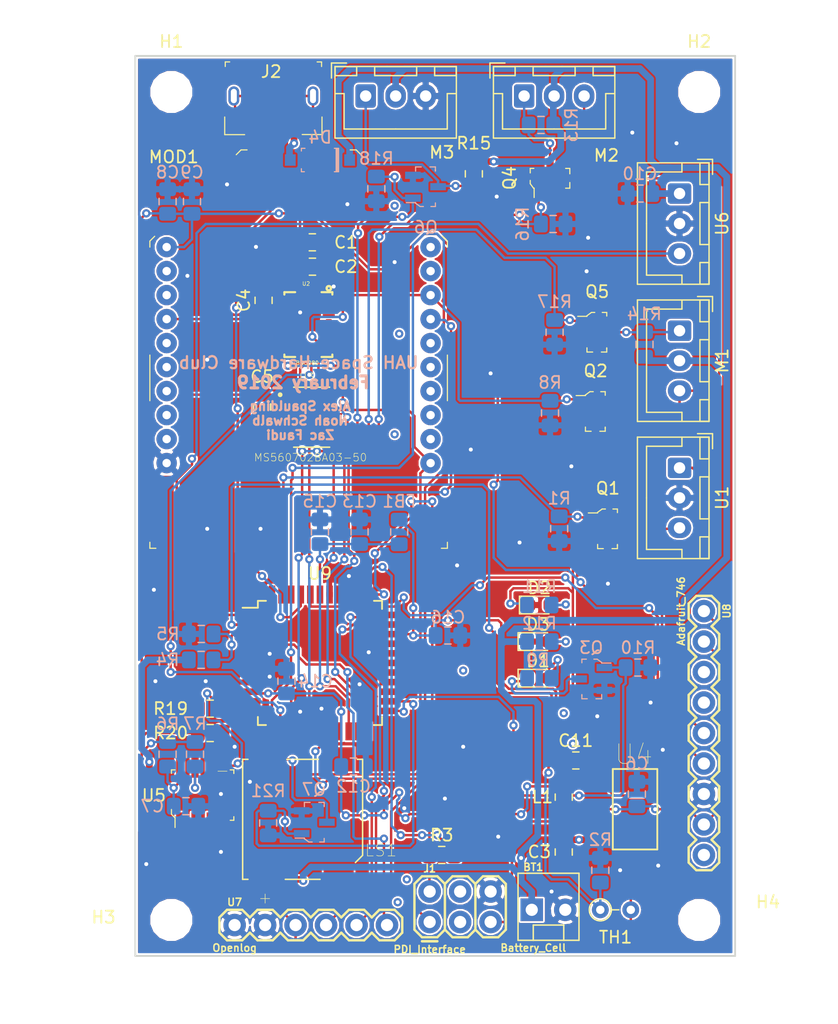
<source format=kicad_pcb>
(kicad_pcb (version 20171130) (host pcbnew 5.0.2-bee76a0~70~ubuntu18.04.1)

  (general
    (thickness 1.6)
    (drawings 7)
    (tracks 922)
    (zones 0)
    (modules 72)
    (nets 90)
  )

  (page A4)
  (title_block
    (title "Skyfire PCB")
    (date 2019-02-22)
    (rev v03)
    (company "UAH Space Hardware Club")
    (comment 2 "Zac Faudi")
    (comment 3 "Noah Schwalb")
    (comment 4 "Alex Spaulding")
  )

  (layers
    (0 F.Cu signal)
    (31 B.Cu signal)
    (32 B.Adhes user)
    (33 F.Adhes user)
    (34 B.Paste user)
    (35 F.Paste user)
    (36 B.SilkS user)
    (37 F.SilkS user)
    (38 B.Mask user)
    (39 F.Mask user)
    (40 Dwgs.User user)
    (41 Cmts.User user)
    (42 Eco1.User user)
    (43 Eco2.User user)
    (44 Edge.Cuts user)
    (45 Margin user)
    (46 B.CrtYd user)
    (47 F.CrtYd user)
    (48 B.Fab user)
    (49 F.Fab user)
  )

  (setup
    (last_trace_width 0.2032)
    (user_trace_width 0.2032)
    (user_trace_width 0.5588)
    (trace_clearance 0.1524)
    (zone_clearance 0.1525)
    (zone_45_only no)
    (trace_min 0.1524)
    (segment_width 0.2)
    (edge_width 0.15)
    (via_size 0.6858)
    (via_drill 0.3302)
    (via_min_size 0.6858)
    (via_min_drill 0.3302)
    (uvia_size 0.3)
    (uvia_drill 0.1)
    (uvias_allowed no)
    (uvia_min_size 0.2)
    (uvia_min_drill 0.1)
    (pcb_text_width 0.3)
    (pcb_text_size 1.5 1.5)
    (mod_edge_width 0.15)
    (mod_text_size 1 1)
    (mod_text_width 0.15)
    (pad_size 3.2 3.2)
    (pad_drill 3.2)
    (pad_to_mask_clearance 0.0508)
    (solder_mask_min_width 0.25)
    (aux_axis_origin 0 0)
    (visible_elements FFFFF77F)
    (pcbplotparams
      (layerselection 0x010fc_ffffffff)
      (usegerberextensions false)
      (usegerberattributes false)
      (usegerberadvancedattributes false)
      (creategerberjobfile false)
      (excludeedgelayer true)
      (linewidth 0.100000)
      (plotframeref false)
      (viasonmask false)
      (mode 1)
      (useauxorigin false)
      (hpglpennumber 1)
      (hpglpenspeed 20)
      (hpglpendiameter 15.000000)
      (psnegative false)
      (psa4output false)
      (plotreference true)
      (plotvalue true)
      (plotinvisibletext false)
      (padsonsilk false)
      (subtractmaskfromsilk false)
      (outputformat 1)
      (mirror false)
      (drillshape 1)
      (scaleselection 1)
      (outputdirectory ""))
  )

  (net 0 "")
  (net 1 +6V)
  (net 2 GND)
  (net 3 +3V3)
  (net 4 "Net-(C4-Pad1)")
  (net 5 "Net-(C7-Pad2)")
  (net 6 /MCU_VCC)
  (net 7 /MCU_AVCC)
  (net 8 "Net-(D1-Pad1)")
  (net 9 "Net-(D1-Pad2)")
  (net 10 "Net-(D2-Pad2)")
  (net 11 "Net-(D3-Pad2)")
  (net 12 "Net-(D4-PadA)")
  (net 13 /PDI_DATA)
  (net 14 "Net-(J1-Pad3)")
  (net 15 "Net-(J1-Pad4)")
  (net 16 /PDI_CLK)
  (net 17 "Net-(J2-Pad3)")
  (net 18 "Net-(J2-Pad2)")
  (net 19 "Net-(J2-PadSH)")
  (net 20 "Net-(LS1-PadN)")
  (net 21 "Net-(M1-Pad1)")
  (net 22 "Net-(M1-Pad3)")
  (net 23 "Net-(M2-Pad1)")
  (net 24 "Net-(M3-Pad1)")
  (net 25 "Net-(MOD1-Pad2)")
  (net 26 "Net-(MOD1-Pad3)")
  (net 27 /MISO)
  (net 28 "Net-(MOD1-Pad5)")
  (net 29 "Net-(MOD1-Pad6)")
  (net 30 "Net-(MOD1-Pad7)")
  (net 31 "Net-(MOD1-Pad8)")
  (net 32 "Net-(MOD1-Pad9)")
  (net 33 /MOSI)
  (net 34 "Net-(MOD1-Pad12)")
  (net 35 "Net-(MOD1-Pad13)")
  (net 36 "Net-(MOD1-Pad14)")
  (net 37 "Net-(MOD1-Pad15)")
  (net 38 "Net-(MOD1-Pad16)")
  (net 39 /~SS_XBEE)
  (net 40 /SCLK)
  (net 41 "Net-(MOD1-Pad19)")
  (net 42 "Net-(MOD1-Pad20)")
  (net 43 /CAMERA_DATA)
  (net 44 "Net-(Q1-Pad3)")
  (net 45 /Finn_Power)
  (net 46 /LED_MOS)
  (net 47 /FINN_SERVO_TWO)
  (net 48 /FINN_SERVO_ONE)
  (net 49 /Release_Servo)
  (net 50 /BUZZER_MOS)
  (net 51 /PA6-Therm)
  (net 52 /PA7-Voltage)
  (net 53 "Net-(R7-Pad2)")
  (net 54 /SCL)
  (net 55 /SDA)
  (net 56 "Net-(U2-Pad27)")
  (net 57 "Net-(U2-Pad26)")
  (net 58 "Net-(U2-Pad15)")
  (net 59 /HOST_INTN)
  (net 60 /BNO_NRST)
  (net 61 /BNO_CLOCKSEL0)
  (net 62 /BNO_WAKE)
  (net 63 /BNO_BOOTN)
  (net 64 "Net-(U2-Pad16)")
  (net 65 /~SS_BNO080)
  (net 66 /~SS_5607)
  (net 67 "Net-(U5-Pad1)")
  (net 68 "Net-(U5-Pad2)")
  (net 69 "Net-(U5-Pad3)")
  (net 70 /PA5-Hall_Effect)
  (net 71 /OpenLog_MISO)
  (net 72 /OpenLog_MOSI)
  (net 73 /OpenLog_GRN)
  (net 74 "Net-(U8-Pad3)")
  (net 75 "Net-(U8-Pad4)")
  (net 76 /GPS_MISO)
  (net 77 /GPS_MOSI)
  (net 78 "Net-(U8-Pad9)")
  (net 79 "Net-(U9-Pad4)")
  (net 80 "Net-(U9-Pad5)")
  (net 81 "Net-(U9-Pad6)")
  (net 82 "Net-(U9-Pad7)")
  (net 83 "Net-(U9-Pad25)")
  (net 84 "Net-(U9-Pad26)")
  (net 85 "Net-(U9-Pad27)")
  (net 86 "Net-(U9-Pad28)")
  (net 87 "Net-(U9-Pad29)")
  (net 88 "Net-(U9-Pad36)")
  (net 89 "Net-(U9-Pad37)")

  (net_class Default "This is the default net class."
    (clearance 0.1524)
    (trace_width 0.2032)
    (via_dia 0.6858)
    (via_drill 0.3302)
    (uvia_dia 0.3)
    (uvia_drill 0.1)
    (add_net +3V3)
    (add_net /BNO_BOOTN)
    (add_net /BNO_CLOCKSEL0)
    (add_net /BNO_NRST)
    (add_net /BNO_WAKE)
    (add_net /BUZZER_MOS)
    (add_net /CAMERA_DATA)
    (add_net /FINN_SERVO_ONE)
    (add_net /FINN_SERVO_TWO)
    (add_net /Finn_Power)
    (add_net /GPS_MISO)
    (add_net /GPS_MOSI)
    (add_net /HOST_INTN)
    (add_net /LED_MOS)
    (add_net /MCU_AVCC)
    (add_net /MCU_VCC)
    (add_net /MISO)
    (add_net /MOSI)
    (add_net /OpenLog_GRN)
    (add_net /OpenLog_MISO)
    (add_net /OpenLog_MOSI)
    (add_net /PA5-Hall_Effect)
    (add_net /PA6-Therm)
    (add_net /PA7-Voltage)
    (add_net /PDI_CLK)
    (add_net /PDI_DATA)
    (add_net /Release_Servo)
    (add_net /SCL)
    (add_net /SCLK)
    (add_net /SDA)
    (add_net /~SS_5607)
    (add_net /~SS_BNO080)
    (add_net /~SS_XBEE)
    (add_net GND)
    (add_net "Net-(C4-Pad1)")
    (add_net "Net-(C7-Pad2)")
    (add_net "Net-(D1-Pad1)")
    (add_net "Net-(D1-Pad2)")
    (add_net "Net-(D2-Pad2)")
    (add_net "Net-(D3-Pad2)")
    (add_net "Net-(D4-PadA)")
    (add_net "Net-(J1-Pad3)")
    (add_net "Net-(J1-Pad4)")
    (add_net "Net-(J2-Pad2)")
    (add_net "Net-(J2-Pad3)")
    (add_net "Net-(J2-PadSH)")
    (add_net "Net-(LS1-PadN)")
    (add_net "Net-(M1-Pad1)")
    (add_net "Net-(M1-Pad3)")
    (add_net "Net-(M2-Pad1)")
    (add_net "Net-(M3-Pad1)")
    (add_net "Net-(MOD1-Pad12)")
    (add_net "Net-(MOD1-Pad13)")
    (add_net "Net-(MOD1-Pad14)")
    (add_net "Net-(MOD1-Pad15)")
    (add_net "Net-(MOD1-Pad16)")
    (add_net "Net-(MOD1-Pad19)")
    (add_net "Net-(MOD1-Pad2)")
    (add_net "Net-(MOD1-Pad20)")
    (add_net "Net-(MOD1-Pad3)")
    (add_net "Net-(MOD1-Pad5)")
    (add_net "Net-(MOD1-Pad6)")
    (add_net "Net-(MOD1-Pad7)")
    (add_net "Net-(MOD1-Pad8)")
    (add_net "Net-(MOD1-Pad9)")
    (add_net "Net-(Q1-Pad3)")
    (add_net "Net-(R7-Pad2)")
    (add_net "Net-(U2-Pad15)")
    (add_net "Net-(U2-Pad16)")
    (add_net "Net-(U2-Pad26)")
    (add_net "Net-(U2-Pad27)")
    (add_net "Net-(U5-Pad1)")
    (add_net "Net-(U5-Pad2)")
    (add_net "Net-(U5-Pad3)")
    (add_net "Net-(U8-Pad3)")
    (add_net "Net-(U8-Pad4)")
    (add_net "Net-(U8-Pad9)")
    (add_net "Net-(U9-Pad25)")
    (add_net "Net-(U9-Pad26)")
    (add_net "Net-(U9-Pad27)")
    (add_net "Net-(U9-Pad28)")
    (add_net "Net-(U9-Pad29)")
    (add_net "Net-(U9-Pad36)")
    (add_net "Net-(U9-Pad37)")
    (add_net "Net-(U9-Pad4)")
    (add_net "Net-(U9-Pad5)")
    (add_net "Net-(U9-Pad6)")
    (add_net "Net-(U9-Pad7)")
  )

  (net_class "High Current" ""
    (clearance 0.1524)
    (trace_width 0.5588)
    (via_dia 0.6858)
    (via_drill 0.3302)
    (uvia_dia 0.3)
    (uvia_drill 0.1)
    (add_net +6V)
  )

  (module Resistor_THT:R_Axial_DIN0204_L3.6mm_D1.6mm_P2.54mm_Vertical (layer F.Cu) (tedit 5AE5139B) (tstamp 5C7F0224)
    (at 238.76 121.158)
    (descr "Resistor, Axial_DIN0204 series, Axial, Vertical, pin pitch=2.54mm, 0.167W, length*diameter=3.6*1.6mm^2, http://cdn-reichelt.de/documents/datenblatt/B400/1_4W%23YAG.pdf")
    (tags "Resistor Axial_DIN0204 series Axial Vertical pin pitch 2.54mm 0.167W length 3.6mm diameter 1.6mm")
    (path /5C4C8D21)
    (fp_text reference TH1 (at 1.27 2.286) (layer F.SilkS)
      (effects (font (size 1 1) (thickness 0.15)))
    )
    (fp_text value NTCLE100 (at 1.27 1.92) (layer F.Fab)
      (effects (font (size 1 1) (thickness 0.15)))
    )
    (fp_circle (center 0 0) (end 0.8 0) (layer F.Fab) (width 0.1))
    (fp_circle (center 0 0) (end 0.92 0) (layer F.SilkS) (width 0.12))
    (fp_line (start 0 0) (end 2.54 0) (layer F.Fab) (width 0.1))
    (fp_line (start 0.92 0) (end 1.54 0) (layer F.SilkS) (width 0.12))
    (fp_line (start -1.05 -1.05) (end -1.05 1.05) (layer F.CrtYd) (width 0.05))
    (fp_line (start -1.05 1.05) (end 3.49 1.05) (layer F.CrtYd) (width 0.05))
    (fp_line (start 3.49 1.05) (end 3.49 -1.05) (layer F.CrtYd) (width 0.05))
    (fp_line (start 3.49 -1.05) (end -1.05 -1.05) (layer F.CrtYd) (width 0.05))
    (fp_text user %R (at 1.27 -1.92) (layer F.Fab)
      (effects (font (size 1 1) (thickness 0.15)))
    )
    (pad 1 thru_hole circle (at 0 0) (size 1.4 1.4) (drill 0.7) (layers *.Cu *.Mask)
      (net 51 /PA6-Therm))
    (pad 2 thru_hole oval (at 2.54 0) (size 1.4 1.4) (drill 0.7) (layers *.Cu *.Mask)
      (net 3 +3V3))
    (model ${KISYS3DMOD}/Resistor_THT.3dshapes/R_Axial_DIN0204_L3.6mm_D1.6mm_P2.54mm_Vertical.wrl
      (at (xyz 0 0 0))
      (scale (xyz 1 1 1))
      (rotate (xyz 0 0 0))
    )
  )

  (module Connectors:MOLEX-1X2_LOCK (layer F.Cu) (tedit 5963E8A8) (tstamp 5C7EA5C9)
    (at 233.172 121.158)
    (descr "MOLEX 2-PIN PLATED THROUGH-HOLE LOCKING FOOTPRINT")
    (tags "MOLEX 2-PIN PLATED THROUGH-HOLE LOCKING FOOTPRINT")
    (path /5C5FAEB2)
    (attr virtual)
    (fp_text reference BT1 (at 0 -3.556) (layer F.SilkS)
      (effects (font (size 0.6096 0.6096) (thickness 0.127)))
    )
    (fp_text value Battery_Cell (at 0 3.175) (layer F.SilkS)
      (effects (font (size 0.6096 0.6096) (thickness 0.127)))
    )
    (fp_line (start -1.27 -3.048) (end -1.27 2.54) (layer F.SilkS) (width 0.127))
    (fp_line (start 3.81 -3.048) (end 3.81 2.54) (layer F.SilkS) (width 0.127))
    (fp_line (start 3.81 -3.048) (end -1.27 -3.048) (layer F.SilkS) (width 0.127))
    (fp_line (start 3.81 2.54) (end 2.54 2.54) (layer F.SilkS) (width 0.127))
    (fp_line (start 2.54 2.54) (end 0 2.54) (layer F.SilkS) (width 0.127))
    (fp_line (start 0 2.54) (end -1.27 2.54) (layer F.SilkS) (width 0.127))
    (fp_line (start 0 2.54) (end 0 1.27) (layer F.SilkS) (width 0.127))
    (fp_line (start 0 1.27) (end 2.54 1.27) (layer F.SilkS) (width 0.127))
    (fp_line (start 2.54 1.27) (end 2.54 2.54) (layer F.SilkS) (width 0.127))
    (pad 1 thru_hole rect (at -0.127 0) (size 1.8796 1.8796) (drill 1.016) (layers *.Cu *.Mask)
      (net 1 +6V) (solder_mask_margin 0.1016))
    (pad 2 thru_hole circle (at 2.667 0) (size 1.8796 1.8796) (drill 1.016) (layers *.Cu *.Mask)
      (net 2 GND) (solder_mask_margin 0.1016))
  )

  (module Capacitor_SMD:C_0805_2012Metric_Pad1.15x1.40mm_HandSolder (layer F.Cu) (tedit 5B36C52B) (tstamp 5C7EA5DA)
    (at 214.757 65.532)
    (descr "Capacitor SMD 0805 (2012 Metric), square (rectangular) end terminal, IPC_7351 nominal with elongated pad for handsoldering. (Body size source: https://docs.google.com/spreadsheets/d/1BsfQQcO9C6DZCsRaXUlFlo91Tg2WpOkGARC1WS5S8t0/edit?usp=sharing), generated with kicad-footprint-generator")
    (tags "capacitor handsolder")
    (path /5C6BF60C)
    (attr smd)
    (fp_text reference C1 (at 2.794 0) (layer F.SilkS)
      (effects (font (size 1 1) (thickness 0.15)))
    )
    (fp_text value 0.1uF (at 0 1.65) (layer F.Fab)
      (effects (font (size 1 1) (thickness 0.15)))
    )
    (fp_line (start -1 0.6) (end -1 -0.6) (layer F.Fab) (width 0.1))
    (fp_line (start -1 -0.6) (end 1 -0.6) (layer F.Fab) (width 0.1))
    (fp_line (start 1 -0.6) (end 1 0.6) (layer F.Fab) (width 0.1))
    (fp_line (start 1 0.6) (end -1 0.6) (layer F.Fab) (width 0.1))
    (fp_line (start -0.261252 -0.71) (end 0.261252 -0.71) (layer F.SilkS) (width 0.12))
    (fp_line (start -0.261252 0.71) (end 0.261252 0.71) (layer F.SilkS) (width 0.12))
    (fp_line (start -1.85 0.95) (end -1.85 -0.95) (layer F.CrtYd) (width 0.05))
    (fp_line (start -1.85 -0.95) (end 1.85 -0.95) (layer F.CrtYd) (width 0.05))
    (fp_line (start 1.85 -0.95) (end 1.85 0.95) (layer F.CrtYd) (width 0.05))
    (fp_line (start 1.85 0.95) (end -1.85 0.95) (layer F.CrtYd) (width 0.05))
    (fp_text user %R (at 0 0) (layer F.Fab)
      (effects (font (size 0.5 0.5) (thickness 0.08)))
    )
    (pad 1 smd roundrect (at -1.025 0) (size 1.15 1.4) (layers F.Cu F.Paste F.Mask) (roundrect_rratio 0.217391)
      (net 3 +3V3))
    (pad 2 smd roundrect (at 1.025 0) (size 1.15 1.4) (layers F.Cu F.Paste F.Mask) (roundrect_rratio 0.217391)
      (net 2 GND))
    (model ${KISYS3DMOD}/Capacitor_SMD.3dshapes/C_0805_2012Metric.wrl
      (at (xyz 0 0 0))
      (scale (xyz 1 1 1))
      (rotate (xyz 0 0 0))
    )
  )

  (module Capacitor_SMD:C_0805_2012Metric_Pad1.15x1.40mm_HandSolder (layer F.Cu) (tedit 5B36C52B) (tstamp 5C7EA5EB)
    (at 214.766 67.564)
    (descr "Capacitor SMD 0805 (2012 Metric), square (rectangular) end terminal, IPC_7351 nominal with elongated pad for handsoldering. (Body size source: https://docs.google.com/spreadsheets/d/1BsfQQcO9C6DZCsRaXUlFlo91Tg2WpOkGARC1WS5S8t0/edit?usp=sharing), generated with kicad-footprint-generator")
    (tags "capacitor handsolder")
    (path /5C6C69DC)
    (attr smd)
    (fp_text reference C2 (at 2.785 0) (layer F.SilkS)
      (effects (font (size 1 1) (thickness 0.15)))
    )
    (fp_text value 0.1uF (at 0 1.65) (layer F.Fab)
      (effects (font (size 1 1) (thickness 0.15)))
    )
    (fp_text user %R (at 0 0) (layer F.Fab)
      (effects (font (size 0.5 0.5) (thickness 0.08)))
    )
    (fp_line (start 1.85 0.95) (end -1.85 0.95) (layer F.CrtYd) (width 0.05))
    (fp_line (start 1.85 -0.95) (end 1.85 0.95) (layer F.CrtYd) (width 0.05))
    (fp_line (start -1.85 -0.95) (end 1.85 -0.95) (layer F.CrtYd) (width 0.05))
    (fp_line (start -1.85 0.95) (end -1.85 -0.95) (layer F.CrtYd) (width 0.05))
    (fp_line (start -0.261252 0.71) (end 0.261252 0.71) (layer F.SilkS) (width 0.12))
    (fp_line (start -0.261252 -0.71) (end 0.261252 -0.71) (layer F.SilkS) (width 0.12))
    (fp_line (start 1 0.6) (end -1 0.6) (layer F.Fab) (width 0.1))
    (fp_line (start 1 -0.6) (end 1 0.6) (layer F.Fab) (width 0.1))
    (fp_line (start -1 -0.6) (end 1 -0.6) (layer F.Fab) (width 0.1))
    (fp_line (start -1 0.6) (end -1 -0.6) (layer F.Fab) (width 0.1))
    (pad 2 smd roundrect (at 1.025 0) (size 1.15 1.4) (layers F.Cu F.Paste F.Mask) (roundrect_rratio 0.217391)
      (net 2 GND))
    (pad 1 smd roundrect (at -1.025 0) (size 1.15 1.4) (layers F.Cu F.Paste F.Mask) (roundrect_rratio 0.217391)
      (net 3 +3V3))
    (model ${KISYS3DMOD}/Capacitor_SMD.3dshapes/C_0805_2012Metric.wrl
      (at (xyz 0 0 0))
      (scale (xyz 1 1 1))
      (rotate (xyz 0 0 0))
    )
  )

  (module Capacitor_SMD:C_0805_2012Metric_Pad1.15x1.40mm_HandSolder (layer F.Cu) (tedit 5B36C52B) (tstamp 5C7EA5FC)
    (at 235.712 116.341 90)
    (descr "Capacitor SMD 0805 (2012 Metric), square (rectangular) end terminal, IPC_7351 nominal with elongated pad for handsoldering. (Body size source: https://docs.google.com/spreadsheets/d/1BsfQQcO9C6DZCsRaXUlFlo91Tg2WpOkGARC1WS5S8t0/edit?usp=sharing), generated with kicad-footprint-generator")
    (tags "capacitor handsolder")
    (path /5C4ECC49)
    (attr smd)
    (fp_text reference C3 (at 0.009 -2.032 180) (layer F.SilkS)
      (effects (font (size 1 1) (thickness 0.15)))
    )
    (fp_text value 1uF (at 0 1.65 90) (layer F.Fab)
      (effects (font (size 1 1) (thickness 0.15)))
    )
    (fp_line (start -1 0.6) (end -1 -0.6) (layer F.Fab) (width 0.1))
    (fp_line (start -1 -0.6) (end 1 -0.6) (layer F.Fab) (width 0.1))
    (fp_line (start 1 -0.6) (end 1 0.6) (layer F.Fab) (width 0.1))
    (fp_line (start 1 0.6) (end -1 0.6) (layer F.Fab) (width 0.1))
    (fp_line (start -0.261252 -0.71) (end 0.261252 -0.71) (layer F.SilkS) (width 0.12))
    (fp_line (start -0.261252 0.71) (end 0.261252 0.71) (layer F.SilkS) (width 0.12))
    (fp_line (start -1.85 0.95) (end -1.85 -0.95) (layer F.CrtYd) (width 0.05))
    (fp_line (start -1.85 -0.95) (end 1.85 -0.95) (layer F.CrtYd) (width 0.05))
    (fp_line (start 1.85 -0.95) (end 1.85 0.95) (layer F.CrtYd) (width 0.05))
    (fp_line (start 1.85 0.95) (end -1.85 0.95) (layer F.CrtYd) (width 0.05))
    (fp_text user %R (at 0 0 90) (layer F.Fab)
      (effects (font (size 0.5 0.5) (thickness 0.08)))
    )
    (pad 1 smd roundrect (at -1.025 0 90) (size 1.15 1.4) (layers F.Cu F.Paste F.Mask) (roundrect_rratio 0.217391)
      (net 2 GND))
    (pad 2 smd roundrect (at 1.025 0 90) (size 1.15 1.4) (layers F.Cu F.Paste F.Mask) (roundrect_rratio 0.217391)
      (net 1 +6V))
    (model ${KISYS3DMOD}/Capacitor_SMD.3dshapes/C_0805_2012Metric.wrl
      (at (xyz 0 0 0))
      (scale (xyz 1 1 1))
      (rotate (xyz 0 0 0))
    )
  )

  (module Capacitor_SMD:C_0805_2012Metric_Pad1.15x1.40mm_HandSolder (layer F.Cu) (tedit 5B36C52B) (tstamp 5C7EA60D)
    (at 210.693 70.367 90)
    (descr "Capacitor SMD 0805 (2012 Metric), square (rectangular) end terminal, IPC_7351 nominal with elongated pad for handsoldering. (Body size source: https://docs.google.com/spreadsheets/d/1BsfQQcO9C6DZCsRaXUlFlo91Tg2WpOkGARC1WS5S8t0/edit?usp=sharing), generated with kicad-footprint-generator")
    (tags "capacitor handsolder")
    (path /5C6BF28D)
    (attr smd)
    (fp_text reference C4 (at 0 -1.65 90) (layer F.SilkS)
      (effects (font (size 1 1) (thickness 0.15)))
    )
    (fp_text value 0.1uF (at 0 1.65 90) (layer F.Fab)
      (effects (font (size 1 1) (thickness 0.15)))
    )
    (fp_text user %R (at 0 0 90) (layer F.Fab)
      (effects (font (size 0.5 0.5) (thickness 0.08)))
    )
    (fp_line (start 1.85 0.95) (end -1.85 0.95) (layer F.CrtYd) (width 0.05))
    (fp_line (start 1.85 -0.95) (end 1.85 0.95) (layer F.CrtYd) (width 0.05))
    (fp_line (start -1.85 -0.95) (end 1.85 -0.95) (layer F.CrtYd) (width 0.05))
    (fp_line (start -1.85 0.95) (end -1.85 -0.95) (layer F.CrtYd) (width 0.05))
    (fp_line (start -0.261252 0.71) (end 0.261252 0.71) (layer F.SilkS) (width 0.12))
    (fp_line (start -0.261252 -0.71) (end 0.261252 -0.71) (layer F.SilkS) (width 0.12))
    (fp_line (start 1 0.6) (end -1 0.6) (layer F.Fab) (width 0.1))
    (fp_line (start 1 -0.6) (end 1 0.6) (layer F.Fab) (width 0.1))
    (fp_line (start -1 -0.6) (end 1 -0.6) (layer F.Fab) (width 0.1))
    (fp_line (start -1 0.6) (end -1 -0.6) (layer F.Fab) (width 0.1))
    (pad 2 smd roundrect (at 1.025 0 90) (size 1.15 1.4) (layers F.Cu F.Paste F.Mask) (roundrect_rratio 0.217391)
      (net 2 GND))
    (pad 1 smd roundrect (at -1.025 0 90) (size 1.15 1.4) (layers F.Cu F.Paste F.Mask) (roundrect_rratio 0.217391)
      (net 4 "Net-(C4-Pad1)"))
    (model ${KISYS3DMOD}/Capacitor_SMD.3dshapes/C_0805_2012Metric.wrl
      (at (xyz 0 0 0))
      (scale (xyz 1 1 1))
      (rotate (xyz 0 0 0))
    )
  )

  (module Capacitor_SMD:C_0805_2012Metric_Pad1.15x1.40mm_HandSolder (layer F.Cu) (tedit 5B36C52B) (tstamp 5C7EA61E)
    (at 210.566 79.257 270)
    (descr "Capacitor SMD 0805 (2012 Metric), square (rectangular) end terminal, IPC_7351 nominal with elongated pad for handsoldering. (Body size source: https://docs.google.com/spreadsheets/d/1BsfQQcO9C6DZCsRaXUlFlo91Tg2WpOkGARC1WS5S8t0/edit?usp=sharing), generated with kicad-footprint-generator")
    (tags "capacitor handsolder")
    (path /5C48F1E8)
    (attr smd)
    (fp_text reference C5 (at -2.531 0) (layer F.SilkS)
      (effects (font (size 1 1) (thickness 0.15)))
    )
    (fp_text value 100nF (at 0 1.65 270) (layer F.Fab)
      (effects (font (size 1 1) (thickness 0.15)))
    )
    (fp_line (start -1 0.6) (end -1 -0.6) (layer F.Fab) (width 0.1))
    (fp_line (start -1 -0.6) (end 1 -0.6) (layer F.Fab) (width 0.1))
    (fp_line (start 1 -0.6) (end 1 0.6) (layer F.Fab) (width 0.1))
    (fp_line (start 1 0.6) (end -1 0.6) (layer F.Fab) (width 0.1))
    (fp_line (start -0.261252 -0.71) (end 0.261252 -0.71) (layer F.SilkS) (width 0.12))
    (fp_line (start -0.261252 0.71) (end 0.261252 0.71) (layer F.SilkS) (width 0.12))
    (fp_line (start -1.85 0.95) (end -1.85 -0.95) (layer F.CrtYd) (width 0.05))
    (fp_line (start -1.85 -0.95) (end 1.85 -0.95) (layer F.CrtYd) (width 0.05))
    (fp_line (start 1.85 -0.95) (end 1.85 0.95) (layer F.CrtYd) (width 0.05))
    (fp_line (start 1.85 0.95) (end -1.85 0.95) (layer F.CrtYd) (width 0.05))
    (fp_text user %R (at 0 0 270) (layer F.Fab)
      (effects (font (size 0.5 0.5) (thickness 0.08)))
    )
    (pad 1 smd roundrect (at -1.025 0 270) (size 1.15 1.4) (layers F.Cu F.Paste F.Mask) (roundrect_rratio 0.217391)
      (net 3 +3V3))
    (pad 2 smd roundrect (at 1.025 0 270) (size 1.15 1.4) (layers F.Cu F.Paste F.Mask) (roundrect_rratio 0.217391)
      (net 2 GND))
    (model ${KISYS3DMOD}/Capacitor_SMD.3dshapes/C_0805_2012Metric.wrl
      (at (xyz 0 0 0))
      (scale (xyz 1 1 1))
      (rotate (xyz 0 0 0))
    )
  )

  (module Capacitor_SMD:C_0805_2012Metric_Pad1.15x1.40mm_HandSolder (layer B.Cu) (tedit 5B36C52B) (tstamp 5C7F2491)
    (at 241.808 111.506 90)
    (descr "Capacitor SMD 0805 (2012 Metric), square (rectangular) end terminal, IPC_7351 nominal with elongated pad for handsoldering. (Body size source: https://docs.google.com/spreadsheets/d/1BsfQQcO9C6DZCsRaXUlFlo91Tg2WpOkGARC1WS5S8t0/edit?usp=sharing), generated with kicad-footprint-generator")
    (tags "capacitor handsolder")
    (path /5C4ECC42)
    (attr smd)
    (fp_text reference C6 (at 2.54 0 180) (layer B.SilkS)
      (effects (font (size 1 1) (thickness 0.15)) (justify mirror))
    )
    (fp_text value 1uF (at 0 -1.65 90) (layer B.Fab)
      (effects (font (size 1 1) (thickness 0.15)) (justify mirror))
    )
    (fp_text user %R (at 0 0 90) (layer B.Fab)
      (effects (font (size 0.5 0.5) (thickness 0.08)) (justify mirror))
    )
    (fp_line (start 1.85 -0.95) (end -1.85 -0.95) (layer B.CrtYd) (width 0.05))
    (fp_line (start 1.85 0.95) (end 1.85 -0.95) (layer B.CrtYd) (width 0.05))
    (fp_line (start -1.85 0.95) (end 1.85 0.95) (layer B.CrtYd) (width 0.05))
    (fp_line (start -1.85 -0.95) (end -1.85 0.95) (layer B.CrtYd) (width 0.05))
    (fp_line (start -0.261252 -0.71) (end 0.261252 -0.71) (layer B.SilkS) (width 0.12))
    (fp_line (start -0.261252 0.71) (end 0.261252 0.71) (layer B.SilkS) (width 0.12))
    (fp_line (start 1 -0.6) (end -1 -0.6) (layer B.Fab) (width 0.1))
    (fp_line (start 1 0.6) (end 1 -0.6) (layer B.Fab) (width 0.1))
    (fp_line (start -1 0.6) (end 1 0.6) (layer B.Fab) (width 0.1))
    (fp_line (start -1 -0.6) (end -1 0.6) (layer B.Fab) (width 0.1))
    (pad 2 smd roundrect (at 1.025 0 90) (size 1.15 1.4) (layers B.Cu B.Paste B.Mask) (roundrect_rratio 0.217391)
      (net 2 GND))
    (pad 1 smd roundrect (at -1.025 0 90) (size 1.15 1.4) (layers B.Cu B.Paste B.Mask) (roundrect_rratio 0.217391)
      (net 3 +3V3))
    (model ${KISYS3DMOD}/Capacitor_SMD.3dshapes/C_0805_2012Metric.wrl
      (at (xyz 0 0 0))
      (scale (xyz 1 1 1))
      (rotate (xyz 0 0 0))
    )
  )

  (module Capacitor_SMD:C_0805_2012Metric_Pad1.15x1.40mm_HandSolder (layer B.Cu) (tedit 5B36C52B) (tstamp 5C7EA640)
    (at 204.225 112.522 180)
    (descr "Capacitor SMD 0805 (2012 Metric), square (rectangular) end terminal, IPC_7351 nominal with elongated pad for handsoldering. (Body size source: https://docs.google.com/spreadsheets/d/1BsfQQcO9C6DZCsRaXUlFlo91Tg2WpOkGARC1WS5S8t0/edit?usp=sharing), generated with kicad-footprint-generator")
    (tags "capacitor handsolder")
    (path /5C4E6F4F)
    (attr smd)
    (fp_text reference C7 (at 2.803 0 180) (layer B.SilkS)
      (effects (font (size 1 1) (thickness 0.15)) (justify mirror))
    )
    (fp_text value 0.1uf (at 0 -1.65 180) (layer B.Fab)
      (effects (font (size 1 1) (thickness 0.15)) (justify mirror))
    )
    (fp_text user %R (at 0 0 180) (layer B.Fab)
      (effects (font (size 0.5 0.5) (thickness 0.08)) (justify mirror))
    )
    (fp_line (start 1.85 -0.95) (end -1.85 -0.95) (layer B.CrtYd) (width 0.05))
    (fp_line (start 1.85 0.95) (end 1.85 -0.95) (layer B.CrtYd) (width 0.05))
    (fp_line (start -1.85 0.95) (end 1.85 0.95) (layer B.CrtYd) (width 0.05))
    (fp_line (start -1.85 -0.95) (end -1.85 0.95) (layer B.CrtYd) (width 0.05))
    (fp_line (start -0.261252 -0.71) (end 0.261252 -0.71) (layer B.SilkS) (width 0.12))
    (fp_line (start -0.261252 0.71) (end 0.261252 0.71) (layer B.SilkS) (width 0.12))
    (fp_line (start 1 -0.6) (end -1 -0.6) (layer B.Fab) (width 0.1))
    (fp_line (start 1 0.6) (end 1 -0.6) (layer B.Fab) (width 0.1))
    (fp_line (start -1 0.6) (end 1 0.6) (layer B.Fab) (width 0.1))
    (fp_line (start -1 -0.6) (end -1 0.6) (layer B.Fab) (width 0.1))
    (pad 2 smd roundrect (at 1.025 0 180) (size 1.15 1.4) (layers B.Cu B.Paste B.Mask) (roundrect_rratio 0.217391)
      (net 5 "Net-(C7-Pad2)"))
    (pad 1 smd roundrect (at -1.025 0 180) (size 1.15 1.4) (layers B.Cu B.Paste B.Mask) (roundrect_rratio 0.217391)
      (net 2 GND))
    (model ${KISYS3DMOD}/Capacitor_SMD.3dshapes/C_0805_2012Metric.wrl
      (at (xyz 0 0 0))
      (scale (xyz 1 1 1))
      (rotate (xyz 0 0 0))
    )
  )

  (module Capacitor_SMD:C_0805_2012Metric_Pad1.15x1.40mm_HandSolder (layer B.Cu) (tedit 5B36C52B) (tstamp 5C7EA651)
    (at 202.692818 62.130703 270)
    (descr "Capacitor SMD 0805 (2012 Metric), square (rectangular) end terminal, IPC_7351 nominal with elongated pad for handsoldering. (Body size source: https://docs.google.com/spreadsheets/d/1BsfQQcO9C6DZCsRaXUlFlo91Tg2WpOkGARC1WS5S8t0/edit?usp=sharing), generated with kicad-footprint-generator")
    (tags "capacitor handsolder")
    (path /5C5C8DD2)
    (attr smd)
    (fp_text reference C8 (at -2.440703 0.000818) (layer B.SilkS)
      (effects (font (size 1 1) (thickness 0.15)) (justify mirror))
    )
    (fp_text value 1uF (at 0 -1.65 270) (layer B.Fab)
      (effects (font (size 1 1) (thickness 0.15)) (justify mirror))
    )
    (fp_line (start -1 -0.6) (end -1 0.6) (layer B.Fab) (width 0.1))
    (fp_line (start -1 0.6) (end 1 0.6) (layer B.Fab) (width 0.1))
    (fp_line (start 1 0.6) (end 1 -0.6) (layer B.Fab) (width 0.1))
    (fp_line (start 1 -0.6) (end -1 -0.6) (layer B.Fab) (width 0.1))
    (fp_line (start -0.261252 0.71) (end 0.261252 0.71) (layer B.SilkS) (width 0.12))
    (fp_line (start -0.261252 -0.71) (end 0.261252 -0.71) (layer B.SilkS) (width 0.12))
    (fp_line (start -1.85 -0.95) (end -1.85 0.95) (layer B.CrtYd) (width 0.05))
    (fp_line (start -1.85 0.95) (end 1.85 0.95) (layer B.CrtYd) (width 0.05))
    (fp_line (start 1.85 0.95) (end 1.85 -0.95) (layer B.CrtYd) (width 0.05))
    (fp_line (start 1.85 -0.95) (end -1.85 -0.95) (layer B.CrtYd) (width 0.05))
    (fp_text user %R (at 0 0 270) (layer B.Fab)
      (effects (font (size 0.5 0.5) (thickness 0.08)) (justify mirror))
    )
    (pad 1 smd roundrect (at -1.025 0 270) (size 1.15 1.4) (layers B.Cu B.Paste B.Mask) (roundrect_rratio 0.217391)
      (net 2 GND))
    (pad 2 smd roundrect (at 1.025 0 270) (size 1.15 1.4) (layers B.Cu B.Paste B.Mask) (roundrect_rratio 0.217391)
      (net 3 +3V3))
    (model ${KISYS3DMOD}/Capacitor_SMD.3dshapes/C_0805_2012Metric.wrl
      (at (xyz 0 0 0))
      (scale (xyz 1 1 1))
      (rotate (xyz 0 0 0))
    )
  )

  (module Capacitor_SMD:C_0805_2012Metric_Pad1.15x1.40mm_HandSolder (layer B.Cu) (tedit 5B36C52B) (tstamp 5C7EA662)
    (at 204.724 62.130703 270)
    (descr "Capacitor SMD 0805 (2012 Metric), square (rectangular) end terminal, IPC_7351 nominal with elongated pad for handsoldering. (Body size source: https://docs.google.com/spreadsheets/d/1BsfQQcO9C6DZCsRaXUlFlo91Tg2WpOkGARC1WS5S8t0/edit?usp=sharing), generated with kicad-footprint-generator")
    (tags "capacitor handsolder")
    (path /5C5C904D)
    (attr smd)
    (fp_text reference C9 (at -2.440703 0.000818) (layer B.SilkS)
      (effects (font (size 1 1) (thickness 0.15)) (justify mirror))
    )
    (fp_text value 47pF (at 0 -1.65 270) (layer B.Fab)
      (effects (font (size 1 1) (thickness 0.15)) (justify mirror))
    )
    (fp_line (start -1 -0.6) (end -1 0.6) (layer B.Fab) (width 0.1))
    (fp_line (start -1 0.6) (end 1 0.6) (layer B.Fab) (width 0.1))
    (fp_line (start 1 0.6) (end 1 -0.6) (layer B.Fab) (width 0.1))
    (fp_line (start 1 -0.6) (end -1 -0.6) (layer B.Fab) (width 0.1))
    (fp_line (start -0.261252 0.71) (end 0.261252 0.71) (layer B.SilkS) (width 0.12))
    (fp_line (start -0.261252 -0.71) (end 0.261252 -0.71) (layer B.SilkS) (width 0.12))
    (fp_line (start -1.85 -0.95) (end -1.85 0.95) (layer B.CrtYd) (width 0.05))
    (fp_line (start -1.85 0.95) (end 1.85 0.95) (layer B.CrtYd) (width 0.05))
    (fp_line (start 1.85 0.95) (end 1.85 -0.95) (layer B.CrtYd) (width 0.05))
    (fp_line (start 1.85 -0.95) (end -1.85 -0.95) (layer B.CrtYd) (width 0.05))
    (fp_text user %R (at 0 0 270) (layer B.Fab)
      (effects (font (size 0.5 0.5) (thickness 0.08)) (justify mirror))
    )
    (pad 1 smd roundrect (at -1.025 0 270) (size 1.15 1.4) (layers B.Cu B.Paste B.Mask) (roundrect_rratio 0.217391)
      (net 2 GND))
    (pad 2 smd roundrect (at 1.025 0 270) (size 1.15 1.4) (layers B.Cu B.Paste B.Mask) (roundrect_rratio 0.217391)
      (net 3 +3V3))
    (model ${KISYS3DMOD}/Capacitor_SMD.3dshapes/C_0805_2012Metric.wrl
      (at (xyz 0 0 0))
      (scale (xyz 1 1 1))
      (rotate (xyz 0 0 0))
    )
  )

  (module Capacitor_SMD:C_0805_2012Metric_Pad1.15x1.40mm_HandSolder (layer B.Cu) (tedit 5B36C52B) (tstamp 5C7F7BEE)
    (at 242.062 61.468)
    (descr "Capacitor SMD 0805 (2012 Metric), square (rectangular) end terminal, IPC_7351 nominal with elongated pad for handsoldering. (Body size source: https://docs.google.com/spreadsheets/d/1BsfQQcO9C6DZCsRaXUlFlo91Tg2WpOkGARC1WS5S8t0/edit?usp=sharing), generated with kicad-footprint-generator")
    (tags "capacitor handsolder")
    (path /5C5057CC)
    (attr smd)
    (fp_text reference C10 (at 0 -1.651) (layer B.SilkS)
      (effects (font (size 1 1) (thickness 0.15)) (justify mirror))
    )
    (fp_text value 1uF (at 0 -1.65) (layer B.Fab)
      (effects (font (size 1 1) (thickness 0.15)) (justify mirror))
    )
    (fp_text user %R (at 0 0) (layer B.Fab)
      (effects (font (size 0.5 0.5) (thickness 0.08)) (justify mirror))
    )
    (fp_line (start 1.85 -0.95) (end -1.85 -0.95) (layer B.CrtYd) (width 0.05))
    (fp_line (start 1.85 0.95) (end 1.85 -0.95) (layer B.CrtYd) (width 0.05))
    (fp_line (start -1.85 0.95) (end 1.85 0.95) (layer B.CrtYd) (width 0.05))
    (fp_line (start -1.85 -0.95) (end -1.85 0.95) (layer B.CrtYd) (width 0.05))
    (fp_line (start -0.261252 -0.71) (end 0.261252 -0.71) (layer B.SilkS) (width 0.12))
    (fp_line (start -0.261252 0.71) (end 0.261252 0.71) (layer B.SilkS) (width 0.12))
    (fp_line (start 1 -0.6) (end -1 -0.6) (layer B.Fab) (width 0.1))
    (fp_line (start 1 0.6) (end 1 -0.6) (layer B.Fab) (width 0.1))
    (fp_line (start -1 0.6) (end 1 0.6) (layer B.Fab) (width 0.1))
    (fp_line (start -1 -0.6) (end -1 0.6) (layer B.Fab) (width 0.1))
    (pad 2 smd roundrect (at 1.025 0) (size 1.15 1.4) (layers B.Cu B.Paste B.Mask) (roundrect_rratio 0.217391)
      (net 1 +6V))
    (pad 1 smd roundrect (at -1.025 0) (size 1.15 1.4) (layers B.Cu B.Paste B.Mask) (roundrect_rratio 0.217391)
      (net 2 GND))
    (model ${KISYS3DMOD}/Capacitor_SMD.3dshapes/C_0805_2012Metric.wrl
      (at (xyz 0 0 0))
      (scale (xyz 1 1 1))
      (rotate (xyz 0 0 0))
    )
  )

  (module Capacitor_SMD:C_0805_2012Metric_Pad1.15x1.40mm_HandSolder (layer F.Cu) (tedit 5B36C52B) (tstamp 5C7EA684)
    (at 236.719 108.712)
    (descr "Capacitor SMD 0805 (2012 Metric), square (rectangular) end terminal, IPC_7351 nominal with elongated pad for handsoldering. (Body size source: https://docs.google.com/spreadsheets/d/1BsfQQcO9C6DZCsRaXUlFlo91Tg2WpOkGARC1WS5S8t0/edit?usp=sharing), generated with kicad-footprint-generator")
    (tags "capacitor handsolder")
    (path /5C6D05C9)
    (attr smd)
    (fp_text reference C11 (at -0.009 -1.651) (layer F.SilkS)
      (effects (font (size 1 1) (thickness 0.15)))
    )
    (fp_text value 10uF (at 0 1.65) (layer F.Fab)
      (effects (font (size 1 1) (thickness 0.15)))
    )
    (fp_line (start -1 0.6) (end -1 -0.6) (layer F.Fab) (width 0.1))
    (fp_line (start -1 -0.6) (end 1 -0.6) (layer F.Fab) (width 0.1))
    (fp_line (start 1 -0.6) (end 1 0.6) (layer F.Fab) (width 0.1))
    (fp_line (start 1 0.6) (end -1 0.6) (layer F.Fab) (width 0.1))
    (fp_line (start -0.261252 -0.71) (end 0.261252 -0.71) (layer F.SilkS) (width 0.12))
    (fp_line (start -0.261252 0.71) (end 0.261252 0.71) (layer F.SilkS) (width 0.12))
    (fp_line (start -1.85 0.95) (end -1.85 -0.95) (layer F.CrtYd) (width 0.05))
    (fp_line (start -1.85 -0.95) (end 1.85 -0.95) (layer F.CrtYd) (width 0.05))
    (fp_line (start 1.85 -0.95) (end 1.85 0.95) (layer F.CrtYd) (width 0.05))
    (fp_line (start 1.85 0.95) (end -1.85 0.95) (layer F.CrtYd) (width 0.05))
    (fp_text user %R (at 0 0) (layer F.Fab)
      (effects (font (size 0.5 0.5) (thickness 0.08)))
    )
    (pad 1 smd roundrect (at -1.025 0) (size 1.15 1.4) (layers F.Cu F.Paste F.Mask) (roundrect_rratio 0.217391)
      (net 6 /MCU_VCC))
    (pad 2 smd roundrect (at 1.025 0) (size 1.15 1.4) (layers F.Cu F.Paste F.Mask) (roundrect_rratio 0.217391)
      (net 2 GND))
    (model ${KISYS3DMOD}/Capacitor_SMD.3dshapes/C_0805_2012Metric.wrl
      (at (xyz 0 0 0))
      (scale (xyz 1 1 1))
      (rotate (xyz 0 0 0))
    )
  )

  (module Capacitor_SMD:C_0805_2012Metric_Pad1.15x1.40mm_HandSolder (layer B.Cu) (tedit 5B36C52B) (tstamp 5C7EA695)
    (at 218.186 109.22)
    (descr "Capacitor SMD 0805 (2012 Metric), square (rectangular) end terminal, IPC_7351 nominal with elongated pad for handsoldering. (Body size source: https://docs.google.com/spreadsheets/d/1BsfQQcO9C6DZCsRaXUlFlo91Tg2WpOkGARC1WS5S8t0/edit?usp=sharing), generated with kicad-footprint-generator")
    (tags "capacitor handsolder")
    (path /5C481F76)
    (attr smd)
    (fp_text reference C12 (at 0 1.65) (layer B.SilkS)
      (effects (font (size 1 1) (thickness 0.15)) (justify mirror))
    )
    (fp_text value 100nF (at 0 -1.65) (layer B.Fab)
      (effects (font (size 1 1) (thickness 0.15)) (justify mirror))
    )
    (fp_text user %R (at 0 0) (layer B.Fab)
      (effects (font (size 0.5 0.5) (thickness 0.08)) (justify mirror))
    )
    (fp_line (start 1.85 -0.95) (end -1.85 -0.95) (layer B.CrtYd) (width 0.05))
    (fp_line (start 1.85 0.95) (end 1.85 -0.95) (layer B.CrtYd) (width 0.05))
    (fp_line (start -1.85 0.95) (end 1.85 0.95) (layer B.CrtYd) (width 0.05))
    (fp_line (start -1.85 -0.95) (end -1.85 0.95) (layer B.CrtYd) (width 0.05))
    (fp_line (start -0.261252 -0.71) (end 0.261252 -0.71) (layer B.SilkS) (width 0.12))
    (fp_line (start -0.261252 0.71) (end 0.261252 0.71) (layer B.SilkS) (width 0.12))
    (fp_line (start 1 -0.6) (end -1 -0.6) (layer B.Fab) (width 0.1))
    (fp_line (start 1 0.6) (end 1 -0.6) (layer B.Fab) (width 0.1))
    (fp_line (start -1 0.6) (end 1 0.6) (layer B.Fab) (width 0.1))
    (fp_line (start -1 -0.6) (end -1 0.6) (layer B.Fab) (width 0.1))
    (pad 2 smd roundrect (at 1.025 0) (size 1.15 1.4) (layers B.Cu B.Paste B.Mask) (roundrect_rratio 0.217391)
      (net 2 GND))
    (pad 1 smd roundrect (at -1.025 0) (size 1.15 1.4) (layers B.Cu B.Paste B.Mask) (roundrect_rratio 0.217391)
      (net 6 /MCU_VCC))
    (model ${KISYS3DMOD}/Capacitor_SMD.3dshapes/C_0805_2012Metric.wrl
      (at (xyz 0 0 0))
      (scale (xyz 1 1 1))
      (rotate (xyz 0 0 0))
    )
  )

  (module Capacitor_SMD:C_0805_2012Metric_Pad1.15x1.40mm_HandSolder (layer B.Cu) (tedit 5B36C52B) (tstamp 5C7EA6A6)
    (at 218.694 89.653 270)
    (descr "Capacitor SMD 0805 (2012 Metric), square (rectangular) end terminal, IPC_7351 nominal with elongated pad for handsoldering. (Body size source: https://docs.google.com/spreadsheets/d/1BsfQQcO9C6DZCsRaXUlFlo91Tg2WpOkGARC1WS5S8t0/edit?usp=sharing), generated with kicad-footprint-generator")
    (tags "capacitor handsolder")
    (path /5C6D034E)
    (attr smd)
    (fp_text reference C13 (at -2.531 0) (layer B.SilkS)
      (effects (font (size 1 1) (thickness 0.15)) (justify mirror))
    )
    (fp_text value 10uF (at 0 -1.65 270) (layer B.Fab)
      (effects (font (size 1 1) (thickness 0.15)) (justify mirror))
    )
    (fp_line (start -1 -0.6) (end -1 0.6) (layer B.Fab) (width 0.1))
    (fp_line (start -1 0.6) (end 1 0.6) (layer B.Fab) (width 0.1))
    (fp_line (start 1 0.6) (end 1 -0.6) (layer B.Fab) (width 0.1))
    (fp_line (start 1 -0.6) (end -1 -0.6) (layer B.Fab) (width 0.1))
    (fp_line (start -0.261252 0.71) (end 0.261252 0.71) (layer B.SilkS) (width 0.12))
    (fp_line (start -0.261252 -0.71) (end 0.261252 -0.71) (layer B.SilkS) (width 0.12))
    (fp_line (start -1.85 -0.95) (end -1.85 0.95) (layer B.CrtYd) (width 0.05))
    (fp_line (start -1.85 0.95) (end 1.85 0.95) (layer B.CrtYd) (width 0.05))
    (fp_line (start 1.85 0.95) (end 1.85 -0.95) (layer B.CrtYd) (width 0.05))
    (fp_line (start 1.85 -0.95) (end -1.85 -0.95) (layer B.CrtYd) (width 0.05))
    (fp_text user %R (at 0 0 270) (layer B.Fab)
      (effects (font (size 0.5 0.5) (thickness 0.08)) (justify mirror))
    )
    (pad 1 smd roundrect (at -1.025 0 270) (size 1.15 1.4) (layers B.Cu B.Paste B.Mask) (roundrect_rratio 0.217391)
      (net 2 GND))
    (pad 2 smd roundrect (at 1.025 0 270) (size 1.15 1.4) (layers B.Cu B.Paste B.Mask) (roundrect_rratio 0.217391)
      (net 7 /MCU_AVCC))
    (model ${KISYS3DMOD}/Capacitor_SMD.3dshapes/C_0805_2012Metric.wrl
      (at (xyz 0 0 0))
      (scale (xyz 1 1 1))
      (rotate (xyz 0 0 0))
    )
  )

  (module Capacitor_SMD:C_0805_2012Metric_Pad1.15x1.40mm_HandSolder (layer B.Cu) (tedit 5B36C52B) (tstamp 5C7EA6B7)
    (at 212.598 102.099 90)
    (descr "Capacitor SMD 0805 (2012 Metric), square (rectangular) end terminal, IPC_7351 nominal with elongated pad for handsoldering. (Body size source: https://docs.google.com/spreadsheets/d/1BsfQQcO9C6DZCsRaXUlFlo91Tg2WpOkGARC1WS5S8t0/edit?usp=sharing), generated with kicad-footprint-generator")
    (tags "capacitor handsolder")
    (path /5C6B77F9)
    (attr smd)
    (fp_text reference C14 (at -0.009 2.413 180) (layer B.SilkS)
      (effects (font (size 1 1) (thickness 0.15)) (justify mirror))
    )
    (fp_text value 100nF (at 0 -1.65 90) (layer B.Fab)
      (effects (font (size 1 1) (thickness 0.15)) (justify mirror))
    )
    (fp_text user %R (at 0 0 90) (layer B.Fab)
      (effects (font (size 0.5 0.5) (thickness 0.08)) (justify mirror))
    )
    (fp_line (start 1.85 -0.95) (end -1.85 -0.95) (layer B.CrtYd) (width 0.05))
    (fp_line (start 1.85 0.95) (end 1.85 -0.95) (layer B.CrtYd) (width 0.05))
    (fp_line (start -1.85 0.95) (end 1.85 0.95) (layer B.CrtYd) (width 0.05))
    (fp_line (start -1.85 -0.95) (end -1.85 0.95) (layer B.CrtYd) (width 0.05))
    (fp_line (start -0.261252 -0.71) (end 0.261252 -0.71) (layer B.SilkS) (width 0.12))
    (fp_line (start -0.261252 0.71) (end 0.261252 0.71) (layer B.SilkS) (width 0.12))
    (fp_line (start 1 -0.6) (end -1 -0.6) (layer B.Fab) (width 0.1))
    (fp_line (start 1 0.6) (end 1 -0.6) (layer B.Fab) (width 0.1))
    (fp_line (start -1 0.6) (end 1 0.6) (layer B.Fab) (width 0.1))
    (fp_line (start -1 -0.6) (end -1 0.6) (layer B.Fab) (width 0.1))
    (pad 2 smd roundrect (at 1.025 0 90) (size 1.15 1.4) (layers B.Cu B.Paste B.Mask) (roundrect_rratio 0.217391)
      (net 2 GND))
    (pad 1 smd roundrect (at -1.025 0 90) (size 1.15 1.4) (layers B.Cu B.Paste B.Mask) (roundrect_rratio 0.217391)
      (net 6 /MCU_VCC))
    (model ${KISYS3DMOD}/Capacitor_SMD.3dshapes/C_0805_2012Metric.wrl
      (at (xyz 0 0 0))
      (scale (xyz 1 1 1))
      (rotate (xyz 0 0 0))
    )
  )

  (module Capacitor_SMD:C_0805_2012Metric_Pad1.15x1.40mm_HandSolder (layer B.Cu) (tedit 5B36C52B) (tstamp 5C7EA6C8)
    (at 215.392 89.653 270)
    (descr "Capacitor SMD 0805 (2012 Metric), square (rectangular) end terminal, IPC_7351 nominal with elongated pad for handsoldering. (Body size source: https://docs.google.com/spreadsheets/d/1BsfQQcO9C6DZCsRaXUlFlo91Tg2WpOkGARC1WS5S8t0/edit?usp=sharing), generated with kicad-footprint-generator")
    (tags "capacitor handsolder")
    (path /5C481E8E)
    (attr smd)
    (fp_text reference C15 (at -2.531 0) (layer B.SilkS)
      (effects (font (size 1 1) (thickness 0.15)) (justify mirror))
    )
    (fp_text value 100nF (at 0 -1.65 270) (layer B.Fab)
      (effects (font (size 1 1) (thickness 0.15)) (justify mirror))
    )
    (fp_line (start -1 -0.6) (end -1 0.6) (layer B.Fab) (width 0.1))
    (fp_line (start -1 0.6) (end 1 0.6) (layer B.Fab) (width 0.1))
    (fp_line (start 1 0.6) (end 1 -0.6) (layer B.Fab) (width 0.1))
    (fp_line (start 1 -0.6) (end -1 -0.6) (layer B.Fab) (width 0.1))
    (fp_line (start -0.261252 0.71) (end 0.261252 0.71) (layer B.SilkS) (width 0.12))
    (fp_line (start -0.261252 -0.71) (end 0.261252 -0.71) (layer B.SilkS) (width 0.12))
    (fp_line (start -1.85 -0.95) (end -1.85 0.95) (layer B.CrtYd) (width 0.05))
    (fp_line (start -1.85 0.95) (end 1.85 0.95) (layer B.CrtYd) (width 0.05))
    (fp_line (start 1.85 0.95) (end 1.85 -0.95) (layer B.CrtYd) (width 0.05))
    (fp_line (start 1.85 -0.95) (end -1.85 -0.95) (layer B.CrtYd) (width 0.05))
    (fp_text user %R (at 0 0 270) (layer B.Fab)
      (effects (font (size 0.5 0.5) (thickness 0.08)) (justify mirror))
    )
    (pad 1 smd roundrect (at -1.025 0 270) (size 1.15 1.4) (layers B.Cu B.Paste B.Mask) (roundrect_rratio 0.217391)
      (net 2 GND))
    (pad 2 smd roundrect (at 1.025 0 270) (size 1.15 1.4) (layers B.Cu B.Paste B.Mask) (roundrect_rratio 0.217391)
      (net 7 /MCU_AVCC))
    (model ${KISYS3DMOD}/Capacitor_SMD.3dshapes/C_0805_2012Metric.wrl
      (at (xyz 0 0 0))
      (scale (xyz 1 1 1))
      (rotate (xyz 0 0 0))
    )
  )

  (module Capacitor_SMD:C_0805_2012Metric_Pad1.15x1.40mm_HandSolder (layer B.Cu) (tedit 5B36C52B) (tstamp 5C7EA6D9)
    (at 226.06 98.298)
    (descr "Capacitor SMD 0805 (2012 Metric), square (rectangular) end terminal, IPC_7351 nominal with elongated pad for handsoldering. (Body size source: https://docs.google.com/spreadsheets/d/1BsfQQcO9C6DZCsRaXUlFlo91Tg2WpOkGARC1WS5S8t0/edit?usp=sharing), generated with kicad-footprint-generator")
    (tags "capacitor handsolder")
    (path /5C6B7965)
    (attr smd)
    (fp_text reference C16 (at 0 -1.524) (layer B.SilkS)
      (effects (font (size 1 1) (thickness 0.15)) (justify mirror))
    )
    (fp_text value 100nF (at 0 -1.65) (layer B.Fab)
      (effects (font (size 1 1) (thickness 0.15)) (justify mirror))
    )
    (fp_text user %R (at 0 0) (layer B.Fab)
      (effects (font (size 0.5 0.5) (thickness 0.08)) (justify mirror))
    )
    (fp_line (start 1.85 -0.95) (end -1.85 -0.95) (layer B.CrtYd) (width 0.05))
    (fp_line (start 1.85 0.95) (end 1.85 -0.95) (layer B.CrtYd) (width 0.05))
    (fp_line (start -1.85 0.95) (end 1.85 0.95) (layer B.CrtYd) (width 0.05))
    (fp_line (start -1.85 -0.95) (end -1.85 0.95) (layer B.CrtYd) (width 0.05))
    (fp_line (start -0.261252 -0.71) (end 0.261252 -0.71) (layer B.SilkS) (width 0.12))
    (fp_line (start -0.261252 0.71) (end 0.261252 0.71) (layer B.SilkS) (width 0.12))
    (fp_line (start 1 -0.6) (end -1 -0.6) (layer B.Fab) (width 0.1))
    (fp_line (start 1 0.6) (end 1 -0.6) (layer B.Fab) (width 0.1))
    (fp_line (start -1 0.6) (end 1 0.6) (layer B.Fab) (width 0.1))
    (fp_line (start -1 -0.6) (end -1 0.6) (layer B.Fab) (width 0.1))
    (pad 2 smd roundrect (at 1.025 0) (size 1.15 1.4) (layers B.Cu B.Paste B.Mask) (roundrect_rratio 0.217391)
      (net 2 GND))
    (pad 1 smd roundrect (at -1.025 0) (size 1.15 1.4) (layers B.Cu B.Paste B.Mask) (roundrect_rratio 0.217391)
      (net 6 /MCU_VCC))
    (model ${KISYS3DMOD}/Capacitor_SMD.3dshapes/C_0805_2012Metric.wrl
      (at (xyz 0 0 0))
      (scale (xyz 1 1 1))
      (rotate (xyz 0 0 0))
    )
  )

  (module LED_SMD:LED_0603_1608Metric_Pad1.05x0.95mm_HandSolder (layer F.Cu) (tedit 5B4B45C9) (tstamp 5C7EA6EC)
    (at 233.567 101.854)
    (descr "LED SMD 0603 (1608 Metric), square (rectangular) end terminal, IPC_7351 nominal, (Body size source: http://www.tortai-tech.com/upload/download/2011102023233369053.pdf), generated with kicad-footprint-generator")
    (tags "LED handsolder")
    (path /5C639F18)
    (attr smd)
    (fp_text reference D1 (at 0 -1.43) (layer F.SilkS)
      (effects (font (size 1 1) (thickness 0.15)))
    )
    (fp_text value "Power Status" (at 0 1.43) (layer F.Fab)
      (effects (font (size 1 1) (thickness 0.15)))
    )
    (fp_line (start 0.8 -0.4) (end -0.5 -0.4) (layer F.Fab) (width 0.1))
    (fp_line (start -0.5 -0.4) (end -0.8 -0.1) (layer F.Fab) (width 0.1))
    (fp_line (start -0.8 -0.1) (end -0.8 0.4) (layer F.Fab) (width 0.1))
    (fp_line (start -0.8 0.4) (end 0.8 0.4) (layer F.Fab) (width 0.1))
    (fp_line (start 0.8 0.4) (end 0.8 -0.4) (layer F.Fab) (width 0.1))
    (fp_line (start 0.8 -0.735) (end -1.66 -0.735) (layer F.SilkS) (width 0.12))
    (fp_line (start -1.66 -0.735) (end -1.66 0.735) (layer F.SilkS) (width 0.12))
    (fp_line (start -1.66 0.735) (end 0.8 0.735) (layer F.SilkS) (width 0.12))
    (fp_line (start -1.65 0.73) (end -1.65 -0.73) (layer F.CrtYd) (width 0.05))
    (fp_line (start -1.65 -0.73) (end 1.65 -0.73) (layer F.CrtYd) (width 0.05))
    (fp_line (start 1.65 -0.73) (end 1.65 0.73) (layer F.CrtYd) (width 0.05))
    (fp_line (start 1.65 0.73) (end -1.65 0.73) (layer F.CrtYd) (width 0.05))
    (fp_text user %R (at 0 0) (layer F.Fab)
      (effects (font (size 0.4 0.4) (thickness 0.06)))
    )
    (pad 1 smd roundrect (at -0.875 0) (size 1.05 0.95) (layers F.Cu F.Paste F.Mask) (roundrect_rratio 0.25)
      (net 8 "Net-(D1-Pad1)"))
    (pad 2 smd roundrect (at 0.875 0) (size 1.05 0.95) (layers F.Cu F.Paste F.Mask) (roundrect_rratio 0.25)
      (net 9 "Net-(D1-Pad2)"))
    (model ${KISYS3DMOD}/LED_SMD.3dshapes/LED_0603_1608Metric.wrl
      (at (xyz 0 0 0))
      (scale (xyz 1 1 1))
      (rotate (xyz 0 0 0))
    )
  )

  (module LED_SMD:LED_0603_1608Metric_Pad1.05x0.95mm_HandSolder (layer F.Cu) (tedit 5B4B45C9) (tstamp 5C7EA6FF)
    (at 233.68 95.758)
    (descr "LED SMD 0603 (1608 Metric), square (rectangular) end terminal, IPC_7351 nominal, (Body size source: http://www.tortai-tech.com/upload/download/2011102023233369053.pdf), generated with kicad-footprint-generator")
    (tags "LED handsolder")
    (path /5C63923E)
    (attr smd)
    (fp_text reference D2 (at 0 -1.43) (layer F.SilkS)
      (effects (font (size 1 1) (thickness 0.15)))
    )
    (fp_text value "3V3 Status" (at 0 1.43) (layer F.Fab)
      (effects (font (size 1 1) (thickness 0.15)))
    )
    (fp_line (start 0.8 -0.4) (end -0.5 -0.4) (layer F.Fab) (width 0.1))
    (fp_line (start -0.5 -0.4) (end -0.8 -0.1) (layer F.Fab) (width 0.1))
    (fp_line (start -0.8 -0.1) (end -0.8 0.4) (layer F.Fab) (width 0.1))
    (fp_line (start -0.8 0.4) (end 0.8 0.4) (layer F.Fab) (width 0.1))
    (fp_line (start 0.8 0.4) (end 0.8 -0.4) (layer F.Fab) (width 0.1))
    (fp_line (start 0.8 -0.735) (end -1.66 -0.735) (layer F.SilkS) (width 0.12))
    (fp_line (start -1.66 -0.735) (end -1.66 0.735) (layer F.SilkS) (width 0.12))
    (fp_line (start -1.66 0.735) (end 0.8 0.735) (layer F.SilkS) (width 0.12))
    (fp_line (start -1.65 0.73) (end -1.65 -0.73) (layer F.CrtYd) (width 0.05))
    (fp_line (start -1.65 -0.73) (end 1.65 -0.73) (layer F.CrtYd) (width 0.05))
    (fp_line (start 1.65 -0.73) (end 1.65 0.73) (layer F.CrtYd) (width 0.05))
    (fp_line (start 1.65 0.73) (end -1.65 0.73) (layer F.CrtYd) (width 0.05))
    (fp_text user %R (at 0 0) (layer F.Fab)
      (effects (font (size 0.4 0.4) (thickness 0.06)))
    )
    (pad 1 smd roundrect (at -0.875 0) (size 1.05 0.95) (layers F.Cu F.Paste F.Mask) (roundrect_rratio 0.25)
      (net 2 GND))
    (pad 2 smd roundrect (at 0.875 0) (size 1.05 0.95) (layers F.Cu F.Paste F.Mask) (roundrect_rratio 0.25)
      (net 10 "Net-(D2-Pad2)"))
    (model ${KISYS3DMOD}/LED_SMD.3dshapes/LED_0603_1608Metric.wrl
      (at (xyz 0 0 0))
      (scale (xyz 1 1 1))
      (rotate (xyz 0 0 0))
    )
  )

  (module LED_SMD:LED_0603_1608Metric_Pad1.05x0.95mm_HandSolder (layer F.Cu) (tedit 5B4B45C9) (tstamp 5C7EA712)
    (at 233.567 98.806)
    (descr "LED SMD 0603 (1608 Metric), square (rectangular) end terminal, IPC_7351 nominal, (Body size source: http://www.tortai-tech.com/upload/download/2011102023233369053.pdf), generated with kicad-footprint-generator")
    (tags "LED handsolder")
    (path /5C639D8B)
    (attr smd)
    (fp_text reference D3 (at 0 -1.43) (layer F.SilkS)
      (effects (font (size 1 1) (thickness 0.15)))
    )
    (fp_text value "6V Status" (at 0 1.43) (layer F.Fab)
      (effects (font (size 1 1) (thickness 0.15)))
    )
    (fp_text user %R (at 0 0) (layer F.Fab)
      (effects (font (size 0.4 0.4) (thickness 0.06)))
    )
    (fp_line (start 1.65 0.73) (end -1.65 0.73) (layer F.CrtYd) (width 0.05))
    (fp_line (start 1.65 -0.73) (end 1.65 0.73) (layer F.CrtYd) (width 0.05))
    (fp_line (start -1.65 -0.73) (end 1.65 -0.73) (layer F.CrtYd) (width 0.05))
    (fp_line (start -1.65 0.73) (end -1.65 -0.73) (layer F.CrtYd) (width 0.05))
    (fp_line (start -1.66 0.735) (end 0.8 0.735) (layer F.SilkS) (width 0.12))
    (fp_line (start -1.66 -0.735) (end -1.66 0.735) (layer F.SilkS) (width 0.12))
    (fp_line (start 0.8 -0.735) (end -1.66 -0.735) (layer F.SilkS) (width 0.12))
    (fp_line (start 0.8 0.4) (end 0.8 -0.4) (layer F.Fab) (width 0.1))
    (fp_line (start -0.8 0.4) (end 0.8 0.4) (layer F.Fab) (width 0.1))
    (fp_line (start -0.8 -0.1) (end -0.8 0.4) (layer F.Fab) (width 0.1))
    (fp_line (start -0.5 -0.4) (end -0.8 -0.1) (layer F.Fab) (width 0.1))
    (fp_line (start 0.8 -0.4) (end -0.5 -0.4) (layer F.Fab) (width 0.1))
    (pad 2 smd roundrect (at 0.875 0) (size 1.05 0.95) (layers F.Cu F.Paste F.Mask) (roundrect_rratio 0.25)
      (net 11 "Net-(D3-Pad2)"))
    (pad 1 smd roundrect (at -0.875 0) (size 1.05 0.95) (layers F.Cu F.Paste F.Mask) (roundrect_rratio 0.25)
      (net 2 GND))
    (model ${KISYS3DMOD}/LED_SMD.3dshapes/LED_0603_1608Metric.wrl
      (at (xyz 0 0 0))
      (scale (xyz 1 1 1))
      (rotate (xyz 0 0 0))
    )
  )

  (module digikey-footprints:SOD-123 (layer B.Cu) (tedit 5AD0B3EC) (tstamp 5C7EA72A)
    (at 215.392 58.674 180)
    (path /5C88A6D8)
    (fp_text reference D4 (at -0.01 1.89 180) (layer B.SilkS)
      (effects (font (size 1 1) (thickness 0.15)) (justify mirror))
    )
    (fp_text value 1N4148W-TP (at 0.07 -2.05 180) (layer B.Fab)
      (effects (font (size 1 1) (thickness 0.15)) (justify mirror))
    )
    (fp_line (start -1.2 -0.975) (end -1.55 -0.975) (layer B.SilkS) (width 0.1))
    (fp_text user %R (at 0 0 180) (layer B.Fab)
      (effects (font (size 0.5 0.5) (thickness 0.075)) (justify mirror))
    )
    (fp_line (start 3.175 1.15) (end -3.175 1.15) (layer B.CrtYd) (width 0.05))
    (fp_line (start -3.175 -1.15) (end -3.175 1.15) (layer B.CrtYd) (width 0.05))
    (fp_line (start 3.175 -1.15) (end -3.175 -1.15) (layer B.CrtYd) (width 0.05))
    (fp_line (start 3.175 1.15) (end 3.175 -1.15) (layer B.CrtYd) (width 0.05))
    (fp_line (start -1.2 0.975) (end -1.55 0.975) (layer B.SilkS) (width 0.1))
    (fp_line (start -1.55 0.975) (end -1.55 -0.975) (layer B.SilkS) (width 0.1))
    (fp_line (start 1.55 -0.725) (end 1.55 -0.975) (layer B.SilkS) (width 0.1))
    (fp_line (start 1.55 -0.975) (end 1.3 -0.975) (layer B.SilkS) (width 0.1))
    (fp_line (start 1.25 0.975) (end 1.55 0.975) (layer B.SilkS) (width 0.1))
    (fp_line (start 1.55 0.975) (end 1.55 0.75) (layer B.SilkS) (width 0.1))
    (fp_line (start -1.425 -0.85) (end 1.425 -0.85) (layer B.Fab) (width 0.1))
    (fp_line (start -1.425 0.85) (end -1.425 -0.85) (layer B.Fab) (width 0.1))
    (fp_line (start 1.425 0.85) (end 1.425 -0.85) (layer B.Fab) (width 0.1))
    (fp_line (start -1.425 0.85) (end 1.425 0.85) (layer B.Fab) (width 0.1))
    (fp_line (start -1.45 0.975) (end -1.45 -0.975) (layer B.SilkS) (width 0.1))
    (fp_line (start -1.35 0.975) (end -1.35 -0.975) (layer B.SilkS) (width 0.1))
    (pad K smd rect (at -2.475 0 180) (size 0.9 0.95) (layers B.Cu B.Paste B.Mask)
      (net 1 +6V))
    (pad A smd rect (at 2.475 0 180) (size 0.9 0.95) (layers B.Cu B.Paste B.Mask)
      (net 12 "Net-(D4-PadA)"))
  )

  (module Inductor_SMD:L_0805_2012Metric_Pad1.15x1.40mm_HandSolder (layer B.Cu) (tedit 5B36C52B) (tstamp 5C7EA73B)
    (at 221.996 89.671 270)
    (descr "Capacitor SMD 0805 (2012 Metric), square (rectangular) end terminal, IPC_7351 nominal with elongated pad for handsoldering. (Body size source: https://docs.google.com/spreadsheets/d/1BsfQQcO9C6DZCsRaXUlFlo91Tg2WpOkGARC1WS5S8t0/edit?usp=sharing), generated with kicad-footprint-generator")
    (tags "inductor handsolder")
    (path /5C48226D)
    (attr smd)
    (fp_text reference FB1 (at -2.549 0) (layer B.SilkS)
      (effects (font (size 1 1) (thickness 0.15)) (justify mirror))
    )
    (fp_text value 220@100MHz (at 0 -1.65 270) (layer B.Fab)
      (effects (font (size 1 1) (thickness 0.15)) (justify mirror))
    )
    (fp_text user %R (at 0 0 270) (layer B.Fab)
      (effects (font (size 0.5 0.5) (thickness 0.08)) (justify mirror))
    )
    (fp_line (start 1.85 -0.95) (end -1.85 -0.95) (layer B.CrtYd) (width 0.05))
    (fp_line (start 1.85 0.95) (end 1.85 -0.95) (layer B.CrtYd) (width 0.05))
    (fp_line (start -1.85 0.95) (end 1.85 0.95) (layer B.CrtYd) (width 0.05))
    (fp_line (start -1.85 -0.95) (end -1.85 0.95) (layer B.CrtYd) (width 0.05))
    (fp_line (start -0.261252 -0.71) (end 0.261252 -0.71) (layer B.SilkS) (width 0.12))
    (fp_line (start -0.261252 0.71) (end 0.261252 0.71) (layer B.SilkS) (width 0.12))
    (fp_line (start 1 -0.6) (end -1 -0.6) (layer B.Fab) (width 0.1))
    (fp_line (start 1 0.6) (end 1 -0.6) (layer B.Fab) (width 0.1))
    (fp_line (start -1 0.6) (end 1 0.6) (layer B.Fab) (width 0.1))
    (fp_line (start -1 -0.6) (end -1 0.6) (layer B.Fab) (width 0.1))
    (pad 2 smd roundrect (at 1.025 0 270) (size 1.15 1.4) (layers B.Cu B.Paste B.Mask) (roundrect_rratio 0.217391)
      (net 7 /MCU_AVCC))
    (pad 1 smd roundrect (at -1.025 0 270) (size 1.15 1.4) (layers B.Cu B.Paste B.Mask) (roundrect_rratio 0.217391)
      (net 6 /MCU_VCC))
    (model ${KISYS3DMOD}/Inductor_SMD.3dshapes/L_0805_2012Metric.wrl
      (at (xyz 0 0 0))
      (scale (xyz 1 1 1))
      (rotate (xyz 0 0 0))
    )
  )

  (module MountingHole:MountingHole_3.2mm_M3 (layer F.Cu) (tedit 56D1B4CB) (tstamp 5C7EA743)
    (at 203 53)
    (descr "Mounting Hole 3.2mm, no annular, M3")
    (tags "mounting hole 3.2mm no annular m3")
    (path /5C69F25F)
    (attr virtual)
    (fp_text reference H1 (at 0 -4.2) (layer F.SilkS)
      (effects (font (size 1 1) (thickness 0.15)))
    )
    (fp_text value MountingHole (at 0 4.2) (layer F.Fab)
      (effects (font (size 1 1) (thickness 0.15)))
    )
    (fp_circle (center 0 0) (end 3.45 0) (layer F.CrtYd) (width 0.05))
    (fp_circle (center 0 0) (end 3.2 0) (layer Cmts.User) (width 0.15))
    (fp_text user %R (at 0.3 0) (layer F.Fab)
      (effects (font (size 1 1) (thickness 0.15)))
    )
    (pad 1 np_thru_hole circle (at 0 0) (size 3.2 3.2) (drill 3.2) (layers *.Cu *.Mask))
  )

  (module MountingHole:MountingHole_3.2mm_M3 (layer F.Cu) (tedit 56D1B4CB) (tstamp 5C7EA74B)
    (at 247 53)
    (descr "Mounting Hole 3.2mm, no annular, M3")
    (tags "mounting hole 3.2mm no annular m3")
    (path /5C69F12F)
    (attr virtual)
    (fp_text reference H2 (at 0 -4.2) (layer F.SilkS)
      (effects (font (size 1 1) (thickness 0.15)))
    )
    (fp_text value MountingHole (at 0 4.2) (layer F.Fab)
      (effects (font (size 1 1) (thickness 0.15)))
    )
    (fp_text user %R (at 0.3 0) (layer F.Fab)
      (effects (font (size 1 1) (thickness 0.15)))
    )
    (fp_circle (center 0 0) (end 3.2 0) (layer Cmts.User) (width 0.15))
    (fp_circle (center 0 0) (end 3.45 0) (layer F.CrtYd) (width 0.05))
    (pad 1 np_thru_hole circle (at 0 0) (size 3.2 3.2) (drill 3.2) (layers *.Cu *.Mask))
  )

  (module MountingHole:MountingHole_3.2mm_M3 (layer F.Cu) (tedit 56D1B4CB) (tstamp 5C7EA753)
    (at 203 122)
    (descr "Mounting Hole 3.2mm, no annular, M3")
    (tags "mounting hole 3.2mm no annular m3")
    (path /5C69F2F3)
    (attr virtual)
    (fp_text reference H3 (at -5.642 -0.226) (layer F.SilkS)
      (effects (font (size 1 1) (thickness 0.15)))
    )
    (fp_text value MountingHole (at 0 4.2) (layer F.Fab)
      (effects (font (size 1 1) (thickness 0.15)))
    )
    (fp_text user %R (at 0.3 0) (layer F.Fab)
      (effects (font (size 1 1) (thickness 0.15)))
    )
    (fp_circle (center 0 0) (end 3.2 0) (layer Cmts.User) (width 0.15))
    (fp_circle (center 0 0) (end 3.45 0) (layer F.CrtYd) (width 0.05))
    (pad 1 np_thru_hole circle (at 0 0) (size 3.2 3.2) (drill 3.2) (layers *.Cu *.Mask))
  )

  (module MountingHole:MountingHole_3.2mm_M3 (layer F.Cu) (tedit 56D1B4CB) (tstamp 5C7EA75B)
    (at 247 122)
    (descr "Mounting Hole 3.2mm, no annular, M3")
    (tags "mounting hole 3.2mm no annular m3")
    (path /5C69F397)
    (attr virtual)
    (fp_text reference H4 (at 5.73 -1.496) (layer F.SilkS)
      (effects (font (size 1 1) (thickness 0.15)))
    )
    (fp_text value MountingHole (at 0 4.2) (layer F.Fab)
      (effects (font (size 1 1) (thickness 0.15)))
    )
    (fp_circle (center 0 0) (end 3.45 0) (layer F.CrtYd) (width 0.05))
    (fp_circle (center 0 0) (end 3.2 0) (layer Cmts.User) (width 0.15))
    (fp_text user %R (at 0.3 0) (layer F.Fab)
      (effects (font (size 1 1) (thickness 0.15)))
    )
    (pad 1 np_thru_hole circle (at 0 0) (size 3.2 3.2) (drill 3.2) (layers *.Cu *.Mask))
  )

  (module Connectors:2X3 (layer F.Cu) (tedit 5963E22E) (tstamp 5C7EA77D)
    (at 224.536 122.174)
    (descr "PLATED THROUGH HOLE - 2X3")
    (tags "PLATED THROUGH HOLE - 2X3")
    (path /5C487514)
    (attr virtual)
    (fp_text reference J1 (at 0 -4.445) (layer F.SilkS)
      (effects (font (size 0.6096 0.6096) (thickness 0.127)))
    )
    (fp_text value PDI_Interface (at 0 2.286) (layer F.SilkS)
      (effects (font (size 0.6096 0.6096) (thickness 0.127)))
    )
    (fp_line (start -1.27 0.635) (end -0.635 1.27) (layer F.SilkS) (width 0.2032))
    (fp_line (start 0.635 1.27) (end 1.27 0.635) (layer F.SilkS) (width 0.2032))
    (fp_line (start 1.27 0.635) (end 1.905 1.27) (layer F.SilkS) (width 0.2032))
    (fp_line (start 3.175 1.27) (end 3.81 0.635) (layer F.SilkS) (width 0.2032))
    (fp_line (start 3.81 0.635) (end 4.445 1.27) (layer F.SilkS) (width 0.2032))
    (fp_line (start 5.715 1.27) (end 6.35 0.635) (layer F.SilkS) (width 0.2032))
    (fp_line (start -1.27 0.635) (end -1.27 -3.175) (layer F.SilkS) (width 0.2032))
    (fp_line (start -1.27 -3.175) (end -0.635 -3.81) (layer F.SilkS) (width 0.2032))
    (fp_line (start -0.635 -3.81) (end 0.635 -3.81) (layer F.SilkS) (width 0.2032))
    (fp_line (start 0.635 -3.81) (end 1.27 -3.175) (layer F.SilkS) (width 0.2032))
    (fp_line (start 1.27 -3.175) (end 1.905 -3.81) (layer F.SilkS) (width 0.2032))
    (fp_line (start 1.905 -3.81) (end 3.175 -3.81) (layer F.SilkS) (width 0.2032))
    (fp_line (start 3.175 -3.81) (end 3.81 -3.175) (layer F.SilkS) (width 0.2032))
    (fp_line (start 3.81 -3.175) (end 4.445 -3.81) (layer F.SilkS) (width 0.2032))
    (fp_line (start 4.445 -3.81) (end 5.715 -3.81) (layer F.SilkS) (width 0.2032))
    (fp_line (start 5.715 -3.81) (end 6.35 -3.175) (layer F.SilkS) (width 0.2032))
    (fp_line (start 1.27 -3.175) (end 1.27 0.635) (layer F.SilkS) (width 0.2032))
    (fp_line (start 3.81 -3.175) (end 3.81 0.635) (layer F.SilkS) (width 0.2032))
    (fp_line (start 6.35 -3.175) (end 6.35 0.635) (layer F.SilkS) (width 0.2032))
    (fp_line (start 4.445 1.27) (end 5.715 1.27) (layer F.SilkS) (width 0.2032))
    (fp_line (start 1.905 1.27) (end 3.175 1.27) (layer F.SilkS) (width 0.2032))
    (fp_line (start -0.635 1.27) (end 0.635 1.27) (layer F.SilkS) (width 0.2032))
    (fp_line (start 0.635 1.60274) (end -0.635 1.60274) (layer F.SilkS) (width 0.2032))
    (fp_line (start -0.635 1.60274) (end 0.635 1.60274) (layer F.SilkS) (width 0.2032))
    (pad 1 thru_hole circle (at 0 0) (size 1.8796 1.8796) (drill 1.016) (layers *.Cu *.Mask)
      (net 13 /PDI_DATA) (solder_mask_margin 0.1016))
    (pad 2 thru_hole circle (at 0 -2.54) (size 1.8796 1.8796) (drill 1.016) (layers *.Cu *.Mask)
      (net 3 +3V3) (solder_mask_margin 0.1016))
    (pad 3 thru_hole circle (at 2.54 0) (size 1.8796 1.8796) (drill 1.016) (layers *.Cu *.Mask)
      (net 14 "Net-(J1-Pad3)") (solder_mask_margin 0.1016))
    (pad 4 thru_hole circle (at 2.54 -2.54) (size 1.8796 1.8796) (drill 1.016) (layers *.Cu *.Mask)
      (net 15 "Net-(J1-Pad4)") (solder_mask_margin 0.1016))
    (pad 5 thru_hole circle (at 5.08 0) (size 1.8796 1.8796) (drill 1.016) (layers *.Cu *.Mask)
      (net 16 /PDI_CLK) (solder_mask_margin 0.1016))
    (pad 6 thru_hole circle (at 5.08 -2.54) (size 1.8796 1.8796) (drill 1.016) (layers *.Cu *.Mask)
      (net 2 GND) (solder_mask_margin 0.1016))
  )

  (module digikey-footprints:USB_Micro_B_Female_10118193-0001LF (layer F.Cu) (tedit 5BD21A05) (tstamp 5C7EA79E)
    (at 211.512 53.34 180)
    (descr http://portal.fciconnect.com/Comergent//fci/drawing/10118193.pdf)
    (path /5C83D693)
    (fp_text reference J2 (at 0.184 2.032 180) (layer F.SilkS)
      (effects (font (size 1 1) (thickness 0.15)))
    )
    (fp_text value 10118193-0001LF (at 0 4.5 180) (layer F.Fab)
      (effects (font (size 1 1) (thickness 0.15)))
    )
    (fp_line (start -4.25 -3.75) (end -4.25 3) (layer F.CrtYd) (width 0.05))
    (fp_line (start -4.25 3) (end 4.25 3) (layer F.CrtYd) (width 0.05))
    (fp_line (start -4.25 -3.75) (end 4.25 -3.75) (layer F.CrtYd) (width 0.05))
    (fp_line (start 4.25 -3.75) (end 4.25 3) (layer F.CrtYd) (width 0.05))
    (fp_line (start -3.93 2.75) (end -3.93 -2.34) (layer F.Fab) (width 0.1))
    (fp_line (start 3.93 -2.9) (end -3.37 -2.9) (layer F.Fab) (width 0.1))
    (fp_line (start -3.93 -2.34) (end -3.37 -2.9) (layer F.Fab) (width 0.1))
    (fp_text user %R (at 0.06 1.86 180) (layer F.Fab)
      (effects (font (size 1 1) (thickness 0.15)))
    )
    (fp_line (start -3.93 2.75) (end 3.93 2.75) (layer F.Fab) (width 0.1))
    (fp_line (start 3.93 2.75) (end 3.93 -2.9) (layer F.Fab) (width 0.1))
    (fp_line (start -4.05 -3.2) (end -4.05 -1.75) (layer F.SilkS) (width 0.1))
    (fp_line (start -4.05 -3.21) (end -2.4 -3.21) (layer F.SilkS) (width 0.1))
    (fp_line (start 4.06 -3.22) (end 2.4 -3.22) (layer F.SilkS) (width 0.1))
    (fp_line (start 4.06 -3.22) (end 4.06 -1.75) (layer F.SilkS) (width 0.1))
    (fp_line (start -4.013324 2.46) (end -4.013324 2.84) (layer F.SilkS) (width 0.1))
    (fp_line (start -4.013324 2.84) (end -3.643324 2.84) (layer F.SilkS) (width 0.1))
    (fp_line (start 4.014908 2.841848) (end 3.644908 2.841848) (layer F.SilkS) (width 0.1))
    (fp_line (start 4.014908 2.461848) (end 4.014908 2.841848) (layer F.SilkS) (width 0.1))
    (pad 3 smd rect (at 0 -2.675 180) (size 0.4 1.35) (layers F.Cu F.Paste F.Mask)
      (net 17 "Net-(J2-Pad3)"))
    (pad 4 smd rect (at 0.65 -2.675 180) (size 0.4 1.35) (layers F.Cu F.Paste F.Mask)
      (net 2 GND))
    (pad 5 smd rect (at 1.3 -2.675 180) (size 0.4 1.35) (layers F.Cu F.Paste F.Mask)
      (net 2 GND))
    (pad 2 smd rect (at -0.65 -2.675 180) (size 0.4 1.35) (layers F.Cu F.Paste F.Mask)
      (net 18 "Net-(J2-Pad2)"))
    (pad 1 smd rect (at -1.3 -2.675 180) (size 0.4 1.35) (layers F.Cu F.Paste F.Mask)
      (net 12 "Net-(D4-PadA)"))
    (pad SH thru_hole oval (at 3.3 0 180) (size 0.9 1.6) (drill oval 0.5 1.2) (layers *.Cu *.Mask)
      (net 19 "Net-(J2-PadSH)"))
    (pad SH thru_hole oval (at -3.3 0 180) (size 0.9 1.6) (drill oval 0.5 1.2) (layers *.Cu *.Mask)
      (net 19 "Net-(J2-PadSH)"))
    (pad SH smd rect (at -3.2 -2.45 180) (size 1.6 1.4) (layers F.Cu F.Paste F.Mask)
      (net 19 "Net-(J2-PadSH)"))
    (pad SH smd rect (at 3.2 -2.45 180) (size 1.6 1.4) (layers F.Cu F.Paste F.Mask)
      (net 19 "Net-(J2-PadSH)"))
    (pad SH smd rect (at -1.2 0 180) (size 1.9 1.9) (layers F.Cu F.Paste F.Mask)
      (net 19 "Net-(J2-PadSH)"))
    (pad SH smd rect (at 1.2 0 180) (size 1.9 1.9) (layers F.Cu F.Paste F.Mask)
      (net 19 "Net-(J2-PadSH)"))
  )

  (module Inductor_SMD:L_0805_2012Metric_Pad1.15x1.40mm_HandSolder (layer F.Cu) (tedit 5B36C52B) (tstamp 5C7EA7AF)
    (at 235.712 111.769 90)
    (descr "Capacitor SMD 0805 (2012 Metric), square (rectangular) end terminal, IPC_7351 nominal with elongated pad for handsoldering. (Body size source: https://docs.google.com/spreadsheets/d/1BsfQQcO9C6DZCsRaXUlFlo91Tg2WpOkGARC1WS5S8t0/edit?usp=sharing), generated with kicad-footprint-generator")
    (tags "inductor handsolder")
    (path /5C4820F6)
    (attr smd)
    (fp_text reference L1 (at 0.009 -1.778 180) (layer F.SilkS)
      (effects (font (size 1 1) (thickness 0.15)))
    )
    (fp_text value 10uH (at 0 1.65 90) (layer F.Fab)
      (effects (font (size 1 1) (thickness 0.15)))
    )
    (fp_line (start -1 0.6) (end -1 -0.6) (layer F.Fab) (width 0.1))
    (fp_line (start -1 -0.6) (end 1 -0.6) (layer F.Fab) (width 0.1))
    (fp_line (start 1 -0.6) (end 1 0.6) (layer F.Fab) (width 0.1))
    (fp_line (start 1 0.6) (end -1 0.6) (layer F.Fab) (width 0.1))
    (fp_line (start -0.261252 -0.71) (end 0.261252 -0.71) (layer F.SilkS) (width 0.12))
    (fp_line (start -0.261252 0.71) (end 0.261252 0.71) (layer F.SilkS) (width 0.12))
    (fp_line (start -1.85 0.95) (end -1.85 -0.95) (layer F.CrtYd) (width 0.05))
    (fp_line (start -1.85 -0.95) (end 1.85 -0.95) (layer F.CrtYd) (width 0.05))
    (fp_line (start 1.85 -0.95) (end 1.85 0.95) (layer F.CrtYd) (width 0.05))
    (fp_line (start 1.85 0.95) (end -1.85 0.95) (layer F.CrtYd) (width 0.05))
    (fp_text user %R (at 0 0 90) (layer F.Fab)
      (effects (font (size 0.5 0.5) (thickness 0.08)))
    )
    (pad 1 smd roundrect (at -1.025 0 90) (size 1.15 1.4) (layers F.Cu F.Paste F.Mask) (roundrect_rratio 0.217391)
      (net 3 +3V3))
    (pad 2 smd roundrect (at 1.025 0 90) (size 1.15 1.4) (layers F.Cu F.Paste F.Mask) (roundrect_rratio 0.217391)
      (net 6 /MCU_VCC))
    (model ${KISYS3DMOD}/Inductor_SMD.3dshapes/L_0805_2012Metric.wrl
      (at (xyz 0 0 0))
      (scale (xyz 1 1 1))
      (rotate (xyz 0 0 0))
    )
  )

  (module CSS-95B30-SMT:CUI_CSS-95B30-SMT (layer F.Cu) (tedit 5C70B2A5) (tstamp 5C7EA7CA)
    (at 213.947 113.618)
    (path /5C6232EA)
    (attr smd)
    (fp_text reference LS1 (at 6.525 2.587) (layer F.SilkS)
      (effects (font (size 1.00217 1.00217) (thickness 0.05)))
    )
    (fp_text value CSS-95B30-SMT (at -1.72768 7.17612) (layer F.SilkS) hide
      (effects (font (size 1.00155 1.00155) (thickness 0.05)))
    )
    (fp_line (start -5 -5) (end 5 -5) (layer Eco2.User) (width 0.127))
    (fp_line (start 5 -5) (end 5 3) (layer Eco2.User) (width 0.127))
    (fp_line (start 3 5) (end -5 5) (layer Eco2.User) (width 0.127))
    (fp_line (start -5 5) (end -5 -5) (layer Eco2.User) (width 0.127))
    (fp_line (start -5.25 -6.25) (end 5.25 -6.25) (layer Eco1.User) (width 0.05))
    (fp_line (start 5.25 -6.25) (end 5.25 6.25) (layer Eco1.User) (width 0.05))
    (fp_line (start 5.25 6.25) (end -5.25 6.25) (layer Eco1.User) (width 0.05))
    (fp_line (start -5.25 6.25) (end -5.25 -6.25) (layer Eco1.User) (width 0.05))
    (fp_text user + (at -3.127 6.524) (layer F.SilkS)
      (effects (font (size 1 1) (thickness 0.05)))
    )
    (fp_line (start -5 -5) (end -5 5) (layer F.SilkS) (width 0.127))
    (fp_line (start -5 5) (end -4.557 5) (layer F.SilkS) (width 0.127))
    (fp_line (start -5 -5) (end -4.557 -5) (layer F.SilkS) (width 0.127))
    (fp_line (start -1.316 -5) (end 1.316 -5) (layer F.SilkS) (width 0.127))
    (fp_line (start 4.557 -5) (end 5 -5) (layer F.SilkS) (width 0.127))
    (fp_line (start 5 -5) (end 5 3) (layer F.SilkS) (width 0.127))
    (fp_line (start 1.453 5) (end -1.443 5) (layer F.SilkS) (width 0.127))
    (fp_text user - (at -6.68124 -4.08968) (layer F.SilkS)
      (effects (font (size 1 1) (thickness 0.05)))
    )
    (fp_line (start 3 5) (end 5 3) (layer Eco2.User) (width 0.127))
    (fp_line (start 5 3) (end 4.4 3.6) (layer F.SilkS) (width 0.127))
    (pad N smd rect (at -3 -5) (size 2.5 2) (layers F.Cu F.Paste F.Mask)
      (net 20 "Net-(LS1-PadN)"))
    (pad 2 smd rect (at 3 -5) (size 2.5 2) (layers F.Cu F.Paste F.Mask))
    (pad 1 smd rect (at 3 5) (size 2.5 2) (layers F.Cu F.Paste F.Mask))
    (pad P smd rect (at -3 5) (size 2.5 2) (layers F.Cu F.Paste F.Mask)
      (net 1 +6V))
  )

  (module Connector_JST:JST_XH_B03B-XH-A_1x03_P2.50mm_Vertical (layer F.Cu) (tedit 5B7754C5) (tstamp 5C7EA7F4)
    (at 245.364 72.898 270)
    (descr "JST XH series connector, B03B-XH-A (http://www.jst-mfg.com/product/pdf/eng/eXH.pdf), generated with kicad-footprint-generator")
    (tags "connector JST XH side entry")
    (path /5C6F7803)
    (fp_text reference M1 (at 2.5 -3.55 270) (layer F.SilkS)
      (effects (font (size 1 1) (thickness 0.15)))
    )
    (fp_text value Finn_Servo_One (at 2.5 4.6 270) (layer F.Fab)
      (effects (font (size 1 1) (thickness 0.15)))
    )
    (fp_line (start -2.45 -2.35) (end -2.45 3.4) (layer F.Fab) (width 0.1))
    (fp_line (start -2.45 3.4) (end 7.45 3.4) (layer F.Fab) (width 0.1))
    (fp_line (start 7.45 3.4) (end 7.45 -2.35) (layer F.Fab) (width 0.1))
    (fp_line (start 7.45 -2.35) (end -2.45 -2.35) (layer F.Fab) (width 0.1))
    (fp_line (start -2.56 -2.46) (end -2.56 3.51) (layer F.SilkS) (width 0.12))
    (fp_line (start -2.56 3.51) (end 7.56 3.51) (layer F.SilkS) (width 0.12))
    (fp_line (start 7.56 3.51) (end 7.56 -2.46) (layer F.SilkS) (width 0.12))
    (fp_line (start 7.56 -2.46) (end -2.56 -2.46) (layer F.SilkS) (width 0.12))
    (fp_line (start -2.95 -2.85) (end -2.95 3.9) (layer F.CrtYd) (width 0.05))
    (fp_line (start -2.95 3.9) (end 7.95 3.9) (layer F.CrtYd) (width 0.05))
    (fp_line (start 7.95 3.9) (end 7.95 -2.85) (layer F.CrtYd) (width 0.05))
    (fp_line (start 7.95 -2.85) (end -2.95 -2.85) (layer F.CrtYd) (width 0.05))
    (fp_line (start -0.625 -2.35) (end 0 -1.35) (layer F.Fab) (width 0.1))
    (fp_line (start 0 -1.35) (end 0.625 -2.35) (layer F.Fab) (width 0.1))
    (fp_line (start 0.75 -2.45) (end 0.75 -1.7) (layer F.SilkS) (width 0.12))
    (fp_line (start 0.75 -1.7) (end 4.25 -1.7) (layer F.SilkS) (width 0.12))
    (fp_line (start 4.25 -1.7) (end 4.25 -2.45) (layer F.SilkS) (width 0.12))
    (fp_line (start 4.25 -2.45) (end 0.75 -2.45) (layer F.SilkS) (width 0.12))
    (fp_line (start -2.55 -2.45) (end -2.55 -1.7) (layer F.SilkS) (width 0.12))
    (fp_line (start -2.55 -1.7) (end -0.75 -1.7) (layer F.SilkS) (width 0.12))
    (fp_line (start -0.75 -1.7) (end -0.75 -2.45) (layer F.SilkS) (width 0.12))
    (fp_line (start -0.75 -2.45) (end -2.55 -2.45) (layer F.SilkS) (width 0.12))
    (fp_line (start 5.75 -2.45) (end 5.75 -1.7) (layer F.SilkS) (width 0.12))
    (fp_line (start 5.75 -1.7) (end 7.55 -1.7) (layer F.SilkS) (width 0.12))
    (fp_line (start 7.55 -1.7) (end 7.55 -2.45) (layer F.SilkS) (width 0.12))
    (fp_line (start 7.55 -2.45) (end 5.75 -2.45) (layer F.SilkS) (width 0.12))
    (fp_line (start -2.55 -0.2) (end -1.8 -0.2) (layer F.SilkS) (width 0.12))
    (fp_line (start -1.8 -0.2) (end -1.8 2.75) (layer F.SilkS) (width 0.12))
    (fp_line (start -1.8 2.75) (end 2.5 2.75) (layer F.SilkS) (width 0.12))
    (fp_line (start 7.55 -0.2) (end 6.8 -0.2) (layer F.SilkS) (width 0.12))
    (fp_line (start 6.8 -0.2) (end 6.8 2.75) (layer F.SilkS) (width 0.12))
    (fp_line (start 6.8 2.75) (end 2.5 2.75) (layer F.SilkS) (width 0.12))
    (fp_line (start -1.6 -2.75) (end -2.85 -2.75) (layer F.SilkS) (width 0.12))
    (fp_line (start -2.85 -2.75) (end -2.85 -1.5) (layer F.SilkS) (width 0.12))
    (fp_text user %R (at 2.5 2.7 270) (layer F.Fab)
      (effects (font (size 1 1) (thickness 0.15)))
    )
    (pad 1 thru_hole roundrect (at 0 0 270) (size 1.7 1.95) (drill 0.95) (layers *.Cu *.Mask) (roundrect_rratio 0.147059)
      (net 21 "Net-(M1-Pad1)"))
    (pad 2 thru_hole oval (at 2.5 0 270) (size 1.7 1.95) (drill 0.95) (layers *.Cu *.Mask)
      (net 1 +6V))
    (pad 3 thru_hole oval (at 5 0 270) (size 1.7 1.95) (drill 0.95) (layers *.Cu *.Mask)
      (net 22 "Net-(M1-Pad3)"))
    (model ${KISYS3DMOD}/Connector_JST.3dshapes/JST_XH_B03B-XH-A_1x03_P2.50mm_Vertical.wrl
      (at (xyz 0 0 0))
      (scale (xyz 1 1 1))
      (rotate (xyz 0 0 0))
    )
  )

  (module Connector_JST:JST_XH_B03B-XH-A_1x03_P2.50mm_Vertical (layer F.Cu) (tedit 5B7754C5) (tstamp 5C7EA81E)
    (at 232.41 53.34)
    (descr "JST XH series connector, B03B-XH-A (http://www.jst-mfg.com/product/pdf/eng/eXH.pdf), generated with kicad-footprint-generator")
    (tags "connector JST XH side entry")
    (path /5C779448)
    (fp_text reference M2 (at 6.858 4.953) (layer F.SilkS)
      (effects (font (size 1 1) (thickness 0.15)))
    )
    (fp_text value Finn_Servo_Two (at 2.5 4.6) (layer F.Fab)
      (effects (font (size 1 1) (thickness 0.15)))
    )
    (fp_line (start -2.45 -2.35) (end -2.45 3.4) (layer F.Fab) (width 0.1))
    (fp_line (start -2.45 3.4) (end 7.45 3.4) (layer F.Fab) (width 0.1))
    (fp_line (start 7.45 3.4) (end 7.45 -2.35) (layer F.Fab) (width 0.1))
    (fp_line (start 7.45 -2.35) (end -2.45 -2.35) (layer F.Fab) (width 0.1))
    (fp_line (start -2.56 -2.46) (end -2.56 3.51) (layer F.SilkS) (width 0.12))
    (fp_line (start -2.56 3.51) (end 7.56 3.51) (layer F.SilkS) (width 0.12))
    (fp_line (start 7.56 3.51) (end 7.56 -2.46) (layer F.SilkS) (width 0.12))
    (fp_line (start 7.56 -2.46) (end -2.56 -2.46) (layer F.SilkS) (width 0.12))
    (fp_line (start -2.95 -2.85) (end -2.95 3.9) (layer F.CrtYd) (width 0.05))
    (fp_line (start -2.95 3.9) (end 7.95 3.9) (layer F.CrtYd) (width 0.05))
    (fp_line (start 7.95 3.9) (end 7.95 -2.85) (layer F.CrtYd) (width 0.05))
    (fp_line (start 7.95 -2.85) (end -2.95 -2.85) (layer F.CrtYd) (width 0.05))
    (fp_line (start -0.625 -2.35) (end 0 -1.35) (layer F.Fab) (width 0.1))
    (fp_line (start 0 -1.35) (end 0.625 -2.35) (layer F.Fab) (width 0.1))
    (fp_line (start 0.75 -2.45) (end 0.75 -1.7) (layer F.SilkS) (width 0.12))
    (fp_line (start 0.75 -1.7) (end 4.25 -1.7) (layer F.SilkS) (width 0.12))
    (fp_line (start 4.25 -1.7) (end 4.25 -2.45) (layer F.SilkS) (width 0.12))
    (fp_line (start 4.25 -2.45) (end 0.75 -2.45) (layer F.SilkS) (width 0.12))
    (fp_line (start -2.55 -2.45) (end -2.55 -1.7) (layer F.SilkS) (width 0.12))
    (fp_line (start -2.55 -1.7) (end -0.75 -1.7) (layer F.SilkS) (width 0.12))
    (fp_line (start -0.75 -1.7) (end -0.75 -2.45) (layer F.SilkS) (width 0.12))
    (fp_line (start -0.75 -2.45) (end -2.55 -2.45) (layer F.SilkS) (width 0.12))
    (fp_line (start 5.75 -2.45) (end 5.75 -1.7) (layer F.SilkS) (width 0.12))
    (fp_line (start 5.75 -1.7) (end 7.55 -1.7) (layer F.SilkS) (width 0.12))
    (fp_line (start 7.55 -1.7) (end 7.55 -2.45) (layer F.SilkS) (width 0.12))
    (fp_line (start 7.55 -2.45) (end 5.75 -2.45) (layer F.SilkS) (width 0.12))
    (fp_line (start -2.55 -0.2) (end -1.8 -0.2) (layer F.SilkS) (width 0.12))
    (fp_line (start -1.8 -0.2) (end -1.8 2.75) (layer F.SilkS) (width 0.12))
    (fp_line (start -1.8 2.75) (end 2.5 2.75) (layer F.SilkS) (width 0.12))
    (fp_line (start 7.55 -0.2) (end 6.8 -0.2) (layer F.SilkS) (width 0.12))
    (fp_line (start 6.8 -0.2) (end 6.8 2.75) (layer F.SilkS) (width 0.12))
    (fp_line (start 6.8 2.75) (end 2.5 2.75) (layer F.SilkS) (width 0.12))
    (fp_line (start -1.6 -2.75) (end -2.85 -2.75) (layer F.SilkS) (width 0.12))
    (fp_line (start -2.85 -2.75) (end -2.85 -1.5) (layer F.SilkS) (width 0.12))
    (fp_text user %R (at 2.5 2.7) (layer F.Fab)
      (effects (font (size 1 1) (thickness 0.15)))
    )
    (pad 1 thru_hole roundrect (at 0 0) (size 1.7 1.95) (drill 0.95) (layers *.Cu *.Mask) (roundrect_rratio 0.147059)
      (net 23 "Net-(M2-Pad1)"))
    (pad 2 thru_hole oval (at 2.5 0) (size 1.7 1.95) (drill 0.95) (layers *.Cu *.Mask)
      (net 1 +6V))
    (pad 3 thru_hole oval (at 5 0) (size 1.7 1.95) (drill 0.95) (layers *.Cu *.Mask)
      (net 22 "Net-(M1-Pad3)"))
    (model ${KISYS3DMOD}/Connector_JST.3dshapes/JST_XH_B03B-XH-A_1x03_P2.50mm_Vertical.wrl
      (at (xyz 0 0 0))
      (scale (xyz 1 1 1))
      (rotate (xyz 0 0 0))
    )
  )

  (module Connector_JST:JST_XH_B03B-XH-A_1x03_P2.50mm_Vertical (layer F.Cu) (tedit 5B7754C5) (tstamp 5C7EA848)
    (at 219.202 53.34)
    (descr "JST XH series connector, B03B-XH-A (http://www.jst-mfg.com/product/pdf/eng/eXH.pdf), generated with kicad-footprint-generator")
    (tags "connector JST XH side entry")
    (path /5C6F6AC9)
    (fp_text reference M3 (at 6.35 4.699) (layer F.SilkS)
      (effects (font (size 1 1) (thickness 0.15)))
    )
    (fp_text value Release_Servo (at 2.5 4.6) (layer F.Fab)
      (effects (font (size 1 1) (thickness 0.15)))
    )
    (fp_text user %R (at 2.5 2.7) (layer F.Fab)
      (effects (font (size 1 1) (thickness 0.15)))
    )
    (fp_line (start -2.85 -2.75) (end -2.85 -1.5) (layer F.SilkS) (width 0.12))
    (fp_line (start -1.6 -2.75) (end -2.85 -2.75) (layer F.SilkS) (width 0.12))
    (fp_line (start 6.8 2.75) (end 2.5 2.75) (layer F.SilkS) (width 0.12))
    (fp_line (start 6.8 -0.2) (end 6.8 2.75) (layer F.SilkS) (width 0.12))
    (fp_line (start 7.55 -0.2) (end 6.8 -0.2) (layer F.SilkS) (width 0.12))
    (fp_line (start -1.8 2.75) (end 2.5 2.75) (layer F.SilkS) (width 0.12))
    (fp_line (start -1.8 -0.2) (end -1.8 2.75) (layer F.SilkS) (width 0.12))
    (fp_line (start -2.55 -0.2) (end -1.8 -0.2) (layer F.SilkS) (width 0.12))
    (fp_line (start 7.55 -2.45) (end 5.75 -2.45) (layer F.SilkS) (width 0.12))
    (fp_line (start 7.55 -1.7) (end 7.55 -2.45) (layer F.SilkS) (width 0.12))
    (fp_line (start 5.75 -1.7) (end 7.55 -1.7) (layer F.SilkS) (width 0.12))
    (fp_line (start 5.75 -2.45) (end 5.75 -1.7) (layer F.SilkS) (width 0.12))
    (fp_line (start -0.75 -2.45) (end -2.55 -2.45) (layer F.SilkS) (width 0.12))
    (fp_line (start -0.75 -1.7) (end -0.75 -2.45) (layer F.SilkS) (width 0.12))
    (fp_line (start -2.55 -1.7) (end -0.75 -1.7) (layer F.SilkS) (width 0.12))
    (fp_line (start -2.55 -2.45) (end -2.55 -1.7) (layer F.SilkS) (width 0.12))
    (fp_line (start 4.25 -2.45) (end 0.75 -2.45) (layer F.SilkS) (width 0.12))
    (fp_line (start 4.25 -1.7) (end 4.25 -2.45) (layer F.SilkS) (width 0.12))
    (fp_line (start 0.75 -1.7) (end 4.25 -1.7) (layer F.SilkS) (width 0.12))
    (fp_line (start 0.75 -2.45) (end 0.75 -1.7) (layer F.SilkS) (width 0.12))
    (fp_line (start 0 -1.35) (end 0.625 -2.35) (layer F.Fab) (width 0.1))
    (fp_line (start -0.625 -2.35) (end 0 -1.35) (layer F.Fab) (width 0.1))
    (fp_line (start 7.95 -2.85) (end -2.95 -2.85) (layer F.CrtYd) (width 0.05))
    (fp_line (start 7.95 3.9) (end 7.95 -2.85) (layer F.CrtYd) (width 0.05))
    (fp_line (start -2.95 3.9) (end 7.95 3.9) (layer F.CrtYd) (width 0.05))
    (fp_line (start -2.95 -2.85) (end -2.95 3.9) (layer F.CrtYd) (width 0.05))
    (fp_line (start 7.56 -2.46) (end -2.56 -2.46) (layer F.SilkS) (width 0.12))
    (fp_line (start 7.56 3.51) (end 7.56 -2.46) (layer F.SilkS) (width 0.12))
    (fp_line (start -2.56 3.51) (end 7.56 3.51) (layer F.SilkS) (width 0.12))
    (fp_line (start -2.56 -2.46) (end -2.56 3.51) (layer F.SilkS) (width 0.12))
    (fp_line (start 7.45 -2.35) (end -2.45 -2.35) (layer F.Fab) (width 0.1))
    (fp_line (start 7.45 3.4) (end 7.45 -2.35) (layer F.Fab) (width 0.1))
    (fp_line (start -2.45 3.4) (end 7.45 3.4) (layer F.Fab) (width 0.1))
    (fp_line (start -2.45 -2.35) (end -2.45 3.4) (layer F.Fab) (width 0.1))
    (pad 3 thru_hole oval (at 5 0) (size 1.7 1.95) (drill 0.95) (layers *.Cu *.Mask)
      (net 2 GND))
    (pad 2 thru_hole oval (at 2.5 0) (size 1.7 1.95) (drill 0.95) (layers *.Cu *.Mask)
      (net 1 +6V))
    (pad 1 thru_hole roundrect (at 0 0) (size 1.7 1.95) (drill 0.95) (layers *.Cu *.Mask) (roundrect_rratio 0.147059)
      (net 24 "Net-(M3-Pad1)"))
    (model ${KISYS3DMOD}/Connector_JST.3dshapes/JST_XH_B03B-XH-A_1x03_P2.50mm_Vertical.wrl
      (at (xyz 0 0 0))
      (scale (xyz 1 1 1))
      (rotate (xyz 0 0 0))
    )
  )

  (module digikey-footprints:XBEE_PRO-20_THT (layer F.Cu) (tedit 59947AD9) (tstamp 5C7F80B3)
    (at 213.614 74.93)
    (path /5C555561)
    (fp_text reference MOD1 (at -10.414 -16.51) (layer F.SilkS)
      (effects (font (size 1 1) (thickness 0.15)))
    )
    (fp_text value XBP9B-DMWT-002 (at 0 17.56) (layer F.Fab)
      (effects (font (size 1 1) (thickness 0.15)))
    )
    (fp_text user %R (at 0 0) (layer F.Fab)
      (effects (font (size 1 1) (thickness 0.15)))
    )
    (fp_line (start -12.5 -17.25) (end 12.5 -17.25) (layer F.CrtYd) (width 0.05))
    (fp_line (start -12.5 16.25) (end 12.5 16.25) (layer F.CrtYd) (width 0.05))
    (fp_line (start 12.5 -17.25) (end 12.5 16.25) (layer F.CrtYd) (width 0.05))
    (fp_line (start -12.5 -17.25) (end -12.5 16.25) (layer F.CrtYd) (width 0.05))
    (fp_line (start 12.4 0) (end 12.4 3.8) (layer F.SilkS) (width 0.1))
    (fp_line (start -12.4 0) (end -12.4 3.8) (layer F.SilkS) (width 0.1))
    (fp_line (start 4.8 -17.1) (end 5.2 -16.7) (layer F.SilkS) (width 0.1))
    (fp_line (start 4.8 -17.1) (end 4.3 -17.1) (layer F.SilkS) (width 0.1))
    (fp_line (start -4.8 -17.1) (end -4.3 -17.1) (layer F.SilkS) (width 0.1))
    (fp_line (start -4.8 -17.1) (end -5.2 -16.7) (layer F.SilkS) (width 0.1))
    (fp_line (start 12.4 -9.5) (end 12.4 -9) (layer F.SilkS) (width 0.1))
    (fp_line (start 12.4 -9.5) (end 12 -9.9) (layer F.SilkS) (width 0.1))
    (fp_line (start -12.4 -9.5) (end -12 -9.9) (layer F.SilkS) (width 0.1))
    (fp_line (start -12.4 -9.5) (end -12.4 -9) (layer F.SilkS) (width 0.1))
    (fp_line (start -12.4 16.1) (end -12.4 15.6) (layer F.SilkS) (width 0.1))
    (fp_line (start -12.4 16.1) (end -11.9 16.1) (layer F.SilkS) (width 0.1))
    (fp_line (start 12.4 16.1) (end 12.4 15.6) (layer F.SilkS) (width 0.1))
    (fp_line (start 12.4 16.1) (end 11.9 16.1) (layer F.SilkS) (width 0.1))
    (fp_line (start -12.25 -9.5) (end -4.75 -17) (layer F.Fab) (width 0.1))
    (fp_line (start 4.75 -17) (end 12.25 -9.5) (layer F.Fab) (width 0.1))
    (fp_line (start -4.75 -17) (end 4.75 -17) (layer F.Fab) (width 0.1))
    (fp_line (start -12.25 16) (end 12.25 16) (layer F.Fab) (width 0.1))
    (fp_line (start 12.25 -9.5) (end 12.25 16) (layer F.Fab) (width 0.1))
    (fp_line (start -12.25 -9.5) (end -12.25 16) (layer F.Fab) (width 0.1))
    (pad 1 thru_hole circle (at -11 -9) (size 1.7 1.7) (drill 0.7) (layers *.Cu *.Mask)
      (net 3 +3V3))
    (pad 2 thru_hole circle (at -11 -7) (size 1.7 1.7) (drill 0.7) (layers *.Cu *.Mask)
      (net 25 "Net-(MOD1-Pad2)"))
    (pad 3 thru_hole circle (at -11 -5) (size 1.7 1.7) (drill 0.7) (layers *.Cu *.Mask)
      (net 26 "Net-(MOD1-Pad3)"))
    (pad 4 thru_hole circle (at -11 -3) (size 1.7 1.7) (drill 0.7) (layers *.Cu *.Mask)
      (net 27 /MISO))
    (pad 5 thru_hole circle (at -11 -1) (size 1.7 1.7) (drill 0.7) (layers *.Cu *.Mask)
      (net 28 "Net-(MOD1-Pad5)"))
    (pad 6 thru_hole circle (at -11 1) (size 1.7 1.7) (drill 0.7) (layers *.Cu *.Mask)
      (net 29 "Net-(MOD1-Pad6)"))
    (pad 7 thru_hole circle (at -11 3) (size 1.7 1.7) (drill 0.7) (layers *.Cu *.Mask)
      (net 30 "Net-(MOD1-Pad7)"))
    (pad 8 thru_hole circle (at -11 5) (size 1.7 1.7) (drill 0.7) (layers *.Cu *.Mask)
      (net 31 "Net-(MOD1-Pad8)"))
    (pad 9 thru_hole circle (at -11 7) (size 1.7 1.7) (drill 0.7) (layers *.Cu *.Mask)
      (net 32 "Net-(MOD1-Pad9)"))
    (pad 10 thru_hole circle (at -11 9) (size 1.7 1.7) (drill 0.7) (layers *.Cu *.Mask)
      (net 2 GND))
    (pad 11 thru_hole circle (at 11 9) (size 1.7 1.7) (drill 0.7) (layers *.Cu *.Mask)
      (net 33 /MOSI))
    (pad 12 thru_hole circle (at 11 7) (size 1.7 1.7) (drill 0.7) (layers *.Cu *.Mask)
      (net 34 "Net-(MOD1-Pad12)"))
    (pad 13 thru_hole circle (at 11 5) (size 1.7 1.7) (drill 0.7) (layers *.Cu *.Mask)
      (net 35 "Net-(MOD1-Pad13)"))
    (pad 14 thru_hole circle (at 11 3) (size 1.7 1.7) (drill 0.7) (layers *.Cu *.Mask)
      (net 36 "Net-(MOD1-Pad14)"))
    (pad 15 thru_hole circle (at 11 1) (size 1.7 1.7) (drill 0.7) (layers *.Cu *.Mask)
      (net 37 "Net-(MOD1-Pad15)"))
    (pad 16 thru_hole circle (at 11 -1) (size 1.7 1.7) (drill 0.7) (layers *.Cu *.Mask)
      (net 38 "Net-(MOD1-Pad16)"))
    (pad 17 thru_hole circle (at 11 -3) (size 1.7 1.7) (drill 0.7) (layers *.Cu *.Mask)
      (net 39 /~SS_XBEE))
    (pad 18 thru_hole circle (at 11 -5) (size 1.7 1.7) (drill 0.7) (layers *.Cu *.Mask)
      (net 40 /SCLK))
    (pad 19 thru_hole circle (at 11 -7) (size 1.7 1.7) (drill 0.7) (layers *.Cu *.Mask)
      (net 41 "Net-(MOD1-Pad19)"))
    (pad 20 thru_hole circle (at 11 -9) (size 1.7 1.7) (drill 0.7) (layers *.Cu *.Mask)
      (net 42 "Net-(MOD1-Pad20)"))
  )

  (module digikey-footprints:SOT-23-3 (layer F.Cu) (tedit 59D275F3) (tstamp 5C7EA895)
    (at 239.361 89.408)
    (path /5C6AC326)
    (fp_text reference Q1 (at 0.025 -3.375) (layer F.SilkS)
      (effects (font (size 1 1) (thickness 0.15)))
    )
    (fp_text value CAMERA_MOS (at 0.025 3.25) (layer F.Fab)
      (effects (font (size 1 1) (thickness 0.15)))
    )
    (fp_line (start 0.7 1.52) (end 0.7 -1.52) (layer F.Fab) (width 0.1))
    (fp_line (start -0.7 1.52) (end 0.7 1.52) (layer F.Fab) (width 0.1))
    (fp_text user %R (at -0.125 0.15) (layer F.Fab)
      (effects (font (size 0.25 0.25) (thickness 0.05)))
    )
    (fp_line (start 0.825 -1.65) (end 0.825 -1.35) (layer F.SilkS) (width 0.1))
    (fp_line (start 0.45 -1.65) (end 0.825 -1.65) (layer F.SilkS) (width 0.1))
    (fp_line (start 0.825 1.65) (end 0.375 1.65) (layer F.SilkS) (width 0.1))
    (fp_line (start 0.825 1.35) (end 0.825 1.65) (layer F.SilkS) (width 0.1))
    (fp_line (start 0.825 1.425) (end 0.825 1.3) (layer F.SilkS) (width 0.1))
    (fp_line (start -0.825 1.65) (end -0.825 1.3) (layer F.SilkS) (width 0.1))
    (fp_line (start -0.35 1.65) (end -0.825 1.65) (layer F.SilkS) (width 0.1))
    (fp_line (start -0.425 -1.525) (end -0.7 -1.325) (layer F.Fab) (width 0.1))
    (fp_line (start -0.425 -1.525) (end 0.7 -1.525) (layer F.Fab) (width 0.1))
    (fp_line (start -0.7 -1.325) (end -0.7 1.525) (layer F.Fab) (width 0.1))
    (fp_line (start -0.825 -1.325) (end -1.6 -1.325) (layer F.SilkS) (width 0.1))
    (fp_line (start -0.825 -1.375) (end -0.825 -1.325) (layer F.SilkS) (width 0.1))
    (fp_line (start -0.45 -1.65) (end -0.825 -1.375) (layer F.SilkS) (width 0.1))
    (fp_line (start -0.175 -1.65) (end -0.45 -1.65) (layer F.SilkS) (width 0.1))
    (fp_line (start 1.825 -1.95) (end 1.825 1.95) (layer F.CrtYd) (width 0.05))
    (fp_line (start 1.825 1.95) (end -1.825 1.95) (layer F.CrtYd) (width 0.05))
    (fp_line (start -1.825 -1.95) (end -1.825 1.95) (layer F.CrtYd) (width 0.05))
    (fp_line (start -1.825 -1.95) (end 1.825 -1.95) (layer F.CrtYd) (width 0.05))
    (pad 1 smd rect (at -1.05 -0.95) (size 1.3 0.6) (layers F.Cu F.Paste F.Mask)
      (net 43 /CAMERA_DATA) (solder_mask_margin 0.07))
    (pad 2 smd rect (at -1.05 0.95) (size 1.3 0.6) (layers F.Cu F.Paste F.Mask)
      (net 2 GND) (solder_mask_margin 0.07))
    (pad 3 smd rect (at 1.05 0) (size 1.3 0.6) (layers F.Cu F.Paste F.Mask)
      (net 44 "Net-(Q1-Pad3)") (solder_mask_margin 0.07))
  )

  (module digikey-footprints:SOT-23-3 (layer F.Cu) (tedit 59D275F3) (tstamp 5C7F9B19)
    (at 238.345 79.629)
    (path /5C72F9D1)
    (fp_text reference Q2 (at 0.025 -3.375) (layer F.SilkS)
      (effects (font (size 1 1) (thickness 0.15)))
    )
    (fp_text value Finn_Power (at 0.025 3.25) (layer F.Fab)
      (effects (font (size 1 1) (thickness 0.15)))
    )
    (fp_line (start -1.825 -1.95) (end 1.825 -1.95) (layer F.CrtYd) (width 0.05))
    (fp_line (start -1.825 -1.95) (end -1.825 1.95) (layer F.CrtYd) (width 0.05))
    (fp_line (start 1.825 1.95) (end -1.825 1.95) (layer F.CrtYd) (width 0.05))
    (fp_line (start 1.825 -1.95) (end 1.825 1.95) (layer F.CrtYd) (width 0.05))
    (fp_line (start -0.175 -1.65) (end -0.45 -1.65) (layer F.SilkS) (width 0.1))
    (fp_line (start -0.45 -1.65) (end -0.825 -1.375) (layer F.SilkS) (width 0.1))
    (fp_line (start -0.825 -1.375) (end -0.825 -1.325) (layer F.SilkS) (width 0.1))
    (fp_line (start -0.825 -1.325) (end -1.6 -1.325) (layer F.SilkS) (width 0.1))
    (fp_line (start -0.7 -1.325) (end -0.7 1.525) (layer F.Fab) (width 0.1))
    (fp_line (start -0.425 -1.525) (end 0.7 -1.525) (layer F.Fab) (width 0.1))
    (fp_line (start -0.425 -1.525) (end -0.7 -1.325) (layer F.Fab) (width 0.1))
    (fp_line (start -0.35 1.65) (end -0.825 1.65) (layer F.SilkS) (width 0.1))
    (fp_line (start -0.825 1.65) (end -0.825 1.3) (layer F.SilkS) (width 0.1))
    (fp_line (start 0.825 1.425) (end 0.825 1.3) (layer F.SilkS) (width 0.1))
    (fp_line (start 0.825 1.35) (end 0.825 1.65) (layer F.SilkS) (width 0.1))
    (fp_line (start 0.825 1.65) (end 0.375 1.65) (layer F.SilkS) (width 0.1))
    (fp_line (start 0.45 -1.65) (end 0.825 -1.65) (layer F.SilkS) (width 0.1))
    (fp_line (start 0.825 -1.65) (end 0.825 -1.35) (layer F.SilkS) (width 0.1))
    (fp_text user %R (at -0.125 0.15) (layer F.Fab)
      (effects (font (size 0.25 0.25) (thickness 0.05)))
    )
    (fp_line (start -0.7 1.52) (end 0.7 1.52) (layer F.Fab) (width 0.1))
    (fp_line (start 0.7 1.52) (end 0.7 -1.52) (layer F.Fab) (width 0.1))
    (pad 3 smd rect (at 1.05 0) (size 1.3 0.6) (layers F.Cu F.Paste F.Mask)
      (net 22 "Net-(M1-Pad3)") (solder_mask_margin 0.07))
    (pad 2 smd rect (at -1.05 0.95) (size 1.3 0.6) (layers F.Cu F.Paste F.Mask)
      (net 2 GND) (solder_mask_margin 0.07))
    (pad 1 smd rect (at -1.05 -0.95) (size 1.3 0.6) (layers F.Cu F.Paste F.Mask)
      (net 45 /Finn_Power) (solder_mask_margin 0.07))
  )

  (module digikey-footprints:SOT-23-3 (layer B.Cu) (tedit 59D275F3) (tstamp 5C7EA8CD)
    (at 238.047712 101.919847 180)
    (path /5C64B586)
    (fp_text reference Q3 (at 0.049712 2.605847 180) (layer B.SilkS)
      (effects (font (size 1 1) (thickness 0.15)) (justify mirror))
    )
    (fp_text value LED_MOS (at 0.025 -3.25 180) (layer B.Fab)
      (effects (font (size 1 1) (thickness 0.15)) (justify mirror))
    )
    (fp_line (start -1.825 1.95) (end 1.825 1.95) (layer B.CrtYd) (width 0.05))
    (fp_line (start -1.825 1.95) (end -1.825 -1.95) (layer B.CrtYd) (width 0.05))
    (fp_line (start 1.825 -1.95) (end -1.825 -1.95) (layer B.CrtYd) (width 0.05))
    (fp_line (start 1.825 1.95) (end 1.825 -1.95) (layer B.CrtYd) (width 0.05))
    (fp_line (start -0.175 1.65) (end -0.45 1.65) (layer B.SilkS) (width 0.1))
    (fp_line (start -0.45 1.65) (end -0.825 1.375) (layer B.SilkS) (width 0.1))
    (fp_line (start -0.825 1.375) (end -0.825 1.325) (layer B.SilkS) (width 0.1))
    (fp_line (start -0.825 1.325) (end -1.6 1.325) (layer B.SilkS) (width 0.1))
    (fp_line (start -0.7 1.325) (end -0.7 -1.525) (layer B.Fab) (width 0.1))
    (fp_line (start -0.425 1.525) (end 0.7 1.525) (layer B.Fab) (width 0.1))
    (fp_line (start -0.425 1.525) (end -0.7 1.325) (layer B.Fab) (width 0.1))
    (fp_line (start -0.35 -1.65) (end -0.825 -1.65) (layer B.SilkS) (width 0.1))
    (fp_line (start -0.825 -1.65) (end -0.825 -1.3) (layer B.SilkS) (width 0.1))
    (fp_line (start 0.825 -1.425) (end 0.825 -1.3) (layer B.SilkS) (width 0.1))
    (fp_line (start 0.825 -1.35) (end 0.825 -1.65) (layer B.SilkS) (width 0.1))
    (fp_line (start 0.825 -1.65) (end 0.375 -1.65) (layer B.SilkS) (width 0.1))
    (fp_line (start 0.45 1.65) (end 0.825 1.65) (layer B.SilkS) (width 0.1))
    (fp_line (start 0.825 1.65) (end 0.825 1.35) (layer B.SilkS) (width 0.1))
    (fp_text user %R (at -0.125 -0.15 180) (layer B.Fab)
      (effects (font (size 0.25 0.25) (thickness 0.05)) (justify mirror))
    )
    (fp_line (start -0.7 -1.52) (end 0.7 -1.52) (layer B.Fab) (width 0.1))
    (fp_line (start 0.7 -1.52) (end 0.7 1.52) (layer B.Fab) (width 0.1))
    (pad 3 smd rect (at 1.05 0 180) (size 1.3 0.6) (layers B.Cu B.Paste B.Mask)
      (net 8 "Net-(D1-Pad1)") (solder_mask_margin 0.07))
    (pad 2 smd rect (at -1.05 -0.95 180) (size 1.3 0.6) (layers B.Cu B.Paste B.Mask)
      (net 2 GND) (solder_mask_margin 0.07))
    (pad 1 smd rect (at -1.05 0.95 180) (size 1.3 0.6) (layers B.Cu B.Paste B.Mask)
      (net 46 /LED_MOS) (solder_mask_margin 0.07))
  )

  (module digikey-footprints:SOT-23-3 (layer F.Cu) (tedit 59D275F3) (tstamp 5C7F4B45)
    (at 234.569 60.198 90)
    (path /5C78CCFE)
    (fp_text reference Q4 (at 0.025 -3.375 90) (layer F.SilkS)
      (effects (font (size 1 1) (thickness 0.15)))
    )
    (fp_text value Finn_Servo_One (at 0.025 3.25 90) (layer F.Fab)
      (effects (font (size 1 1) (thickness 0.15)))
    )
    (fp_line (start -1.825 -1.95) (end 1.825 -1.95) (layer F.CrtYd) (width 0.05))
    (fp_line (start -1.825 -1.95) (end -1.825 1.95) (layer F.CrtYd) (width 0.05))
    (fp_line (start 1.825 1.95) (end -1.825 1.95) (layer F.CrtYd) (width 0.05))
    (fp_line (start 1.825 -1.95) (end 1.825 1.95) (layer F.CrtYd) (width 0.05))
    (fp_line (start -0.175 -1.65) (end -0.45 -1.65) (layer F.SilkS) (width 0.1))
    (fp_line (start -0.45 -1.65) (end -0.825 -1.375) (layer F.SilkS) (width 0.1))
    (fp_line (start -0.825 -1.375) (end -0.825 -1.325) (layer F.SilkS) (width 0.1))
    (fp_line (start -0.825 -1.325) (end -1.6 -1.325) (layer F.SilkS) (width 0.1))
    (fp_line (start -0.7 -1.325) (end -0.7 1.525) (layer F.Fab) (width 0.1))
    (fp_line (start -0.425 -1.525) (end 0.7 -1.525) (layer F.Fab) (width 0.1))
    (fp_line (start -0.425 -1.525) (end -0.7 -1.325) (layer F.Fab) (width 0.1))
    (fp_line (start -0.35 1.65) (end -0.825 1.65) (layer F.SilkS) (width 0.1))
    (fp_line (start -0.825 1.65) (end -0.825 1.3) (layer F.SilkS) (width 0.1))
    (fp_line (start 0.825 1.425) (end 0.825 1.3) (layer F.SilkS) (width 0.1))
    (fp_line (start 0.825 1.35) (end 0.825 1.65) (layer F.SilkS) (width 0.1))
    (fp_line (start 0.825 1.65) (end 0.375 1.65) (layer F.SilkS) (width 0.1))
    (fp_line (start 0.45 -1.65) (end 0.825 -1.65) (layer F.SilkS) (width 0.1))
    (fp_line (start 0.825 -1.65) (end 0.825 -1.35) (layer F.SilkS) (width 0.1))
    (fp_text user %R (at -0.125 0.15 90) (layer F.Fab)
      (effects (font (size 0.25 0.25) (thickness 0.05)))
    )
    (fp_line (start -0.7 1.52) (end 0.7 1.52) (layer F.Fab) (width 0.1))
    (fp_line (start 0.7 1.52) (end 0.7 -1.52) (layer F.Fab) (width 0.1))
    (pad 3 smd rect (at 1.05 0 90) (size 1.3 0.6) (layers F.Cu F.Paste F.Mask)
      (net 23 "Net-(M2-Pad1)") (solder_mask_margin 0.07))
    (pad 2 smd rect (at -1.05 0.95 90) (size 1.3 0.6) (layers F.Cu F.Paste F.Mask)
      (net 2 GND) (solder_mask_margin 0.07))
    (pad 1 smd rect (at -1.05 -0.95 90) (size 1.3 0.6) (layers F.Cu F.Paste F.Mask)
      (net 47 /FINN_SERVO_TWO) (solder_mask_margin 0.07))
  )

  (module digikey-footprints:SOT-23-3 (layer F.Cu) (tedit 59D275F3) (tstamp 5C7F49A1)
    (at 238.472 73.025)
    (path /5C78CE54)
    (fp_text reference Q5 (at 0.025 -3.375) (layer F.SilkS)
      (effects (font (size 1 1) (thickness 0.15)))
    )
    (fp_text value Finn_Servo_Two (at 0.025 3.25) (layer F.Fab)
      (effects (font (size 1 1) (thickness 0.15)))
    )
    (fp_line (start 0.7 1.52) (end 0.7 -1.52) (layer F.Fab) (width 0.1))
    (fp_line (start -0.7 1.52) (end 0.7 1.52) (layer F.Fab) (width 0.1))
    (fp_text user %R (at -0.125 0.15) (layer F.Fab)
      (effects (font (size 0.25 0.25) (thickness 0.05)))
    )
    (fp_line (start 0.825 -1.65) (end 0.825 -1.35) (layer F.SilkS) (width 0.1))
    (fp_line (start 0.45 -1.65) (end 0.825 -1.65) (layer F.SilkS) (width 0.1))
    (fp_line (start 0.825 1.65) (end 0.375 1.65) (layer F.SilkS) (width 0.1))
    (fp_line (start 0.825 1.35) (end 0.825 1.65) (layer F.SilkS) (width 0.1))
    (fp_line (start 0.825 1.425) (end 0.825 1.3) (layer F.SilkS) (width 0.1))
    (fp_line (start -0.825 1.65) (end -0.825 1.3) (layer F.SilkS) (width 0.1))
    (fp_line (start -0.35 1.65) (end -0.825 1.65) (layer F.SilkS) (width 0.1))
    (fp_line (start -0.425 -1.525) (end -0.7 -1.325) (layer F.Fab) (width 0.1))
    (fp_line (start -0.425 -1.525) (end 0.7 -1.525) (layer F.Fab) (width 0.1))
    (fp_line (start -0.7 -1.325) (end -0.7 1.525) (layer F.Fab) (width 0.1))
    (fp_line (start -0.825 -1.325) (end -1.6 -1.325) (layer F.SilkS) (width 0.1))
    (fp_line (start -0.825 -1.375) (end -0.825 -1.325) (layer F.SilkS) (width 0.1))
    (fp_line (start -0.45 -1.65) (end -0.825 -1.375) (layer F.SilkS) (width 0.1))
    (fp_line (start -0.175 -1.65) (end -0.45 -1.65) (layer F.SilkS) (width 0.1))
    (fp_line (start 1.825 -1.95) (end 1.825 1.95) (layer F.CrtYd) (width 0.05))
    (fp_line (start 1.825 1.95) (end -1.825 1.95) (layer F.CrtYd) (width 0.05))
    (fp_line (start -1.825 -1.95) (end -1.825 1.95) (layer F.CrtYd) (width 0.05))
    (fp_line (start -1.825 -1.95) (end 1.825 -1.95) (layer F.CrtYd) (width 0.05))
    (pad 1 smd rect (at -1.05 -0.95) (size 1.3 0.6) (layers F.Cu F.Paste F.Mask)
      (net 48 /FINN_SERVO_ONE) (solder_mask_margin 0.07))
    (pad 2 smd rect (at -1.05 0.95) (size 1.3 0.6) (layers F.Cu F.Paste F.Mask)
      (net 2 GND) (solder_mask_margin 0.07))
    (pad 3 smd rect (at 1.05 0) (size 1.3 0.6) (layers F.Cu F.Paste F.Mask)
      (net 21 "Net-(M1-Pad1)") (solder_mask_margin 0.07))
  )

  (module digikey-footprints:SOT-23-3 (layer B.Cu) (tedit 59D275F3) (tstamp 5C7EA921)
    (at 224.189 60.899)
    (path /5C72FE6D)
    (fp_text reference Q6 (at 0.025 3.375) (layer B.SilkS)
      (effects (font (size 1 1) (thickness 0.15)) (justify mirror))
    )
    (fp_text value RELEASE_MOS (at 0.025 -3.25) (layer B.Fab)
      (effects (font (size 1 1) (thickness 0.15)) (justify mirror))
    )
    (fp_line (start 0.7 -1.52) (end 0.7 1.52) (layer B.Fab) (width 0.1))
    (fp_line (start -0.7 -1.52) (end 0.7 -1.52) (layer B.Fab) (width 0.1))
    (fp_text user %R (at -0.125 -0.15) (layer B.Fab)
      (effects (font (size 0.25 0.25) (thickness 0.05)) (justify mirror))
    )
    (fp_line (start 0.825 1.65) (end 0.825 1.35) (layer B.SilkS) (width 0.1))
    (fp_line (start 0.45 1.65) (end 0.825 1.65) (layer B.SilkS) (width 0.1))
    (fp_line (start 0.825 -1.65) (end 0.375 -1.65) (layer B.SilkS) (width 0.1))
    (fp_line (start 0.825 -1.35) (end 0.825 -1.65) (layer B.SilkS) (width 0.1))
    (fp_line (start 0.825 -1.425) (end 0.825 -1.3) (layer B.SilkS) (width 0.1))
    (fp_line (start -0.825 -1.65) (end -0.825 -1.3) (layer B.SilkS) (width 0.1))
    (fp_line (start -0.35 -1.65) (end -0.825 -1.65) (layer B.SilkS) (width 0.1))
    (fp_line (start -0.425 1.525) (end -0.7 1.325) (layer B.Fab) (width 0.1))
    (fp_line (start -0.425 1.525) (end 0.7 1.525) (layer B.Fab) (width 0.1))
    (fp_line (start -0.7 1.325) (end -0.7 -1.525) (layer B.Fab) (width 0.1))
    (fp_line (start -0.825 1.325) (end -1.6 1.325) (layer B.SilkS) (width 0.1))
    (fp_line (start -0.825 1.375) (end -0.825 1.325) (layer B.SilkS) (width 0.1))
    (fp_line (start -0.45 1.65) (end -0.825 1.375) (layer B.SilkS) (width 0.1))
    (fp_line (start -0.175 1.65) (end -0.45 1.65) (layer B.SilkS) (width 0.1))
    (fp_line (start 1.825 1.95) (end 1.825 -1.95) (layer B.CrtYd) (width 0.05))
    (fp_line (start 1.825 -1.95) (end -1.825 -1.95) (layer B.CrtYd) (width 0.05))
    (fp_line (start -1.825 1.95) (end -1.825 -1.95) (layer B.CrtYd) (width 0.05))
    (fp_line (start -1.825 1.95) (end 1.825 1.95) (layer B.CrtYd) (width 0.05))
    (pad 1 smd rect (at -1.05 0.95) (size 1.3 0.6) (layers B.Cu B.Paste B.Mask)
      (net 49 /Release_Servo) (solder_mask_margin 0.07))
    (pad 2 smd rect (at -1.05 -0.95) (size 1.3 0.6) (layers B.Cu B.Paste B.Mask)
      (net 2 GND) (solder_mask_margin 0.07))
    (pad 3 smd rect (at 1.05 0) (size 1.3 0.6) (layers B.Cu B.Paste B.Mask)
      (net 24 "Net-(M3-Pad1)") (solder_mask_margin 0.07))
  )

  (module digikey-footprints:SOT-23-3 (layer B.Cu) (tedit 59D275F3) (tstamp 5C7F4E3D)
    (at 214.918 113.858)
    (path /5C623A5F)
    (fp_text reference Q7 (at -0.034 -2.733) (layer B.SilkS)
      (effects (font (size 1 1) (thickness 0.15)) (justify mirror))
    )
    (fp_text value BUZZER_MOS (at 0.025 -3.25) (layer B.Fab)
      (effects (font (size 1 1) (thickness 0.15)) (justify mirror))
    )
    (fp_line (start -1.825 1.95) (end 1.825 1.95) (layer B.CrtYd) (width 0.05))
    (fp_line (start -1.825 1.95) (end -1.825 -1.95) (layer B.CrtYd) (width 0.05))
    (fp_line (start 1.825 -1.95) (end -1.825 -1.95) (layer B.CrtYd) (width 0.05))
    (fp_line (start 1.825 1.95) (end 1.825 -1.95) (layer B.CrtYd) (width 0.05))
    (fp_line (start -0.175 1.65) (end -0.45 1.65) (layer B.SilkS) (width 0.1))
    (fp_line (start -0.45 1.65) (end -0.825 1.375) (layer B.SilkS) (width 0.1))
    (fp_line (start -0.825 1.375) (end -0.825 1.325) (layer B.SilkS) (width 0.1))
    (fp_line (start -0.825 1.325) (end -1.6 1.325) (layer B.SilkS) (width 0.1))
    (fp_line (start -0.7 1.325) (end -0.7 -1.525) (layer B.Fab) (width 0.1))
    (fp_line (start -0.425 1.525) (end 0.7 1.525) (layer B.Fab) (width 0.1))
    (fp_line (start -0.425 1.525) (end -0.7 1.325) (layer B.Fab) (width 0.1))
    (fp_line (start -0.35 -1.65) (end -0.825 -1.65) (layer B.SilkS) (width 0.1))
    (fp_line (start -0.825 -1.65) (end -0.825 -1.3) (layer B.SilkS) (width 0.1))
    (fp_line (start 0.825 -1.425) (end 0.825 -1.3) (layer B.SilkS) (width 0.1))
    (fp_line (start 0.825 -1.35) (end 0.825 -1.65) (layer B.SilkS) (width 0.1))
    (fp_line (start 0.825 -1.65) (end 0.375 -1.65) (layer B.SilkS) (width 0.1))
    (fp_line (start 0.45 1.65) (end 0.825 1.65) (layer B.SilkS) (width 0.1))
    (fp_line (start 0.825 1.65) (end 0.825 1.35) (layer B.SilkS) (width 0.1))
    (fp_text user %R (at -0.125 -0.15) (layer B.Fab)
      (effects (font (size 0.25 0.25) (thickness 0.05)) (justify mirror))
    )
    (fp_line (start -0.7 -1.52) (end 0.7 -1.52) (layer B.Fab) (width 0.1))
    (fp_line (start 0.7 -1.52) (end 0.7 1.52) (layer B.Fab) (width 0.1))
    (pad 3 smd rect (at 1.05 0) (size 1.3 0.6) (layers B.Cu B.Paste B.Mask)
      (net 20 "Net-(LS1-PadN)") (solder_mask_margin 0.07))
    (pad 2 smd rect (at -1.05 -0.95) (size 1.3 0.6) (layers B.Cu B.Paste B.Mask)
      (net 2 GND) (solder_mask_margin 0.07))
    (pad 1 smd rect (at -1.05 0.95) (size 1.3 0.6) (layers B.Cu B.Paste B.Mask)
      (net 50 /BUZZER_MOS) (solder_mask_margin 0.07))
  )

  (module Resistor_SMD:R_0805_2012Metric_Pad1.15x1.40mm_HandSolder (layer B.Cu) (tedit 5B36C52B) (tstamp 5C7EA94E)
    (at 235.331 89.399 270)
    (descr "Resistor SMD 0805 (2012 Metric), square (rectangular) end terminal, IPC_7351 nominal with elongated pad for handsoldering. (Body size source: https://docs.google.com/spreadsheets/d/1BsfQQcO9C6DZCsRaXUlFlo91Tg2WpOkGARC1WS5S8t0/edit?usp=sharing), generated with kicad-footprint-generator")
    (tags "resistor handsolder")
    (path /5C6AD36E)
    (attr smd)
    (fp_text reference R1 (at -2.531 0) (layer B.SilkS)
      (effects (font (size 1 1) (thickness 0.15)) (justify mirror))
    )
    (fp_text value 10K (at 0 -1.65 270) (layer B.Fab)
      (effects (font (size 1 1) (thickness 0.15)) (justify mirror))
    )
    (fp_line (start -1 -0.6) (end -1 0.6) (layer B.Fab) (width 0.1))
    (fp_line (start -1 0.6) (end 1 0.6) (layer B.Fab) (width 0.1))
    (fp_line (start 1 0.6) (end 1 -0.6) (layer B.Fab) (width 0.1))
    (fp_line (start 1 -0.6) (end -1 -0.6) (layer B.Fab) (width 0.1))
    (fp_line (start -0.261252 0.71) (end 0.261252 0.71) (layer B.SilkS) (width 0.12))
    (fp_line (start -0.261252 -0.71) (end 0.261252 -0.71) (layer B.SilkS) (width 0.12))
    (fp_line (start -1.85 -0.95) (end -1.85 0.95) (layer B.CrtYd) (width 0.05))
    (fp_line (start -1.85 0.95) (end 1.85 0.95) (layer B.CrtYd) (width 0.05))
    (fp_line (start 1.85 0.95) (end 1.85 -0.95) (layer B.CrtYd) (width 0.05))
    (fp_line (start 1.85 -0.95) (end -1.85 -0.95) (layer B.CrtYd) (width 0.05))
    (fp_text user %R (at 0 0 270) (layer B.Fab)
      (effects (font (size 0.5 0.5) (thickness 0.08)) (justify mirror))
    )
    (pad 1 smd roundrect (at -1.025 0 270) (size 1.15 1.4) (layers B.Cu B.Paste B.Mask) (roundrect_rratio 0.217391)
      (net 43 /CAMERA_DATA))
    (pad 2 smd roundrect (at 1.025 0 270) (size 1.15 1.4) (layers B.Cu B.Paste B.Mask) (roundrect_rratio 0.217391)
      (net 2 GND))
    (model ${KISYS3DMOD}/Resistor_SMD.3dshapes/R_0805_2012Metric.wrl
      (at (xyz 0 0 0))
      (scale (xyz 1 1 1))
      (rotate (xyz 0 0 0))
    )
  )

  (module Resistor_SMD:R_0805_2012Metric_Pad1.15x1.40mm_HandSolder (layer B.Cu) (tedit 5B36C52B) (tstamp 5C7EA95F)
    (at 238.76 117.856 270)
    (descr "Resistor SMD 0805 (2012 Metric), square (rectangular) end terminal, IPC_7351 nominal with elongated pad for handsoldering. (Body size source: https://docs.google.com/spreadsheets/d/1BsfQQcO9C6DZCsRaXUlFlo91Tg2WpOkGARC1WS5S8t0/edit?usp=sharing), generated with kicad-footprint-generator")
    (tags "resistor handsolder")
    (path /5C4C93EB)
    (attr smd)
    (fp_text reference R2 (at -2.54 0) (layer B.SilkS)
      (effects (font (size 1 1) (thickness 0.15)) (justify mirror))
    )
    (fp_text value 10k (at 0 -1.65 270) (layer B.Fab)
      (effects (font (size 1 1) (thickness 0.15)) (justify mirror))
    )
    (fp_line (start -1 -0.6) (end -1 0.6) (layer B.Fab) (width 0.1))
    (fp_line (start -1 0.6) (end 1 0.6) (layer B.Fab) (width 0.1))
    (fp_line (start 1 0.6) (end 1 -0.6) (layer B.Fab) (width 0.1))
    (fp_line (start 1 -0.6) (end -1 -0.6) (layer B.Fab) (width 0.1))
    (fp_line (start -0.261252 0.71) (end 0.261252 0.71) (layer B.SilkS) (width 0.12))
    (fp_line (start -0.261252 -0.71) (end 0.261252 -0.71) (layer B.SilkS) (width 0.12))
    (fp_line (start -1.85 -0.95) (end -1.85 0.95) (layer B.CrtYd) (width 0.05))
    (fp_line (start -1.85 0.95) (end 1.85 0.95) (layer B.CrtYd) (width 0.05))
    (fp_line (start 1.85 0.95) (end 1.85 -0.95) (layer B.CrtYd) (width 0.05))
    (fp_line (start 1.85 -0.95) (end -1.85 -0.95) (layer B.CrtYd) (width 0.05))
    (fp_text user %R (at 0 0 270) (layer B.Fab)
      (effects (font (size 0.5 0.5) (thickness 0.08)) (justify mirror))
    )
    (pad 1 smd roundrect (at -1.025 0 270) (size 1.15 1.4) (layers B.Cu B.Paste B.Mask) (roundrect_rratio 0.217391)
      (net 2 GND))
    (pad 2 smd roundrect (at 1.025 0 270) (size 1.15 1.4) (layers B.Cu B.Paste B.Mask) (roundrect_rratio 0.217391)
      (net 51 /PA6-Therm))
    (model ${KISYS3DMOD}/Resistor_SMD.3dshapes/R_0805_2012Metric.wrl
      (at (xyz 0 0 0))
      (scale (xyz 1 1 1))
      (rotate (xyz 0 0 0))
    )
  )

  (module Resistor_SMD:R_0805_2012Metric_Pad1.15x1.40mm_HandSolder (layer F.Cu) (tedit 5B36C52B) (tstamp 5C7EA970)
    (at 225.543 116.586)
    (descr "Resistor SMD 0805 (2012 Metric), square (rectangular) end terminal, IPC_7351 nominal with elongated pad for handsoldering. (Body size source: https://docs.google.com/spreadsheets/d/1BsfQQcO9C6DZCsRaXUlFlo91Tg2WpOkGARC1WS5S8t0/edit?usp=sharing), generated with kicad-footprint-generator")
    (tags "resistor handsolder")
    (path /5C48AF52)
    (attr smd)
    (fp_text reference R3 (at 0 -1.65) (layer F.SilkS)
      (effects (font (size 1 1) (thickness 0.15)))
    )
    (fp_text value 10k (at 0 1.65) (layer F.Fab)
      (effects (font (size 1 1) (thickness 0.15)))
    )
    (fp_text user %R (at 0 0) (layer F.Fab)
      (effects (font (size 0.5 0.5) (thickness 0.08)))
    )
    (fp_line (start 1.85 0.95) (end -1.85 0.95) (layer F.CrtYd) (width 0.05))
    (fp_line (start 1.85 -0.95) (end 1.85 0.95) (layer F.CrtYd) (width 0.05))
    (fp_line (start -1.85 -0.95) (end 1.85 -0.95) (layer F.CrtYd) (width 0.05))
    (fp_line (start -1.85 0.95) (end -1.85 -0.95) (layer F.CrtYd) (width 0.05))
    (fp_line (start -0.261252 0.71) (end 0.261252 0.71) (layer F.SilkS) (width 0.12))
    (fp_line (start -0.261252 -0.71) (end 0.261252 -0.71) (layer F.SilkS) (width 0.12))
    (fp_line (start 1 0.6) (end -1 0.6) (layer F.Fab) (width 0.1))
    (fp_line (start 1 -0.6) (end 1 0.6) (layer F.Fab) (width 0.1))
    (fp_line (start -1 -0.6) (end 1 -0.6) (layer F.Fab) (width 0.1))
    (fp_line (start -1 0.6) (end -1 -0.6) (layer F.Fab) (width 0.1))
    (pad 2 smd roundrect (at 1.025 0) (size 1.15 1.4) (layers F.Cu F.Paste F.Mask) (roundrect_rratio 0.217391)
      (net 16 /PDI_CLK))
    (pad 1 smd roundrect (at -1.025 0) (size 1.15 1.4) (layers F.Cu F.Paste F.Mask) (roundrect_rratio 0.217391)
      (net 3 +3V3))
    (model ${KISYS3DMOD}/Resistor_SMD.3dshapes/R_0805_2012Metric.wrl
      (at (xyz 0 0 0))
      (scale (xyz 1 1 1))
      (rotate (xyz 0 0 0))
    )
  )

  (module Resistor_SMD:R_0805_2012Metric_Pad1.15x1.40mm_HandSolder (layer B.Cu) (tedit 5B36C52B) (tstamp 5C7EA981)
    (at 205.486 100.33 180)
    (descr "Resistor SMD 0805 (2012 Metric), square (rectangular) end terminal, IPC_7351 nominal with elongated pad for handsoldering. (Body size source: https://docs.google.com/spreadsheets/d/1BsfQQcO9C6DZCsRaXUlFlo91Tg2WpOkGARC1WS5S8t0/edit?usp=sharing), generated with kicad-footprint-generator")
    (tags "resistor handsolder")
    (path /5C491D93)
    (attr smd)
    (fp_text reference R4 (at 2.794 0 180) (layer B.SilkS)
      (effects (font (size 1 1) (thickness 0.15)) (justify mirror))
    )
    (fp_text value 30k (at 0 -1.65 180) (layer B.Fab)
      (effects (font (size 1 1) (thickness 0.15)) (justify mirror))
    )
    (fp_line (start -1 -0.6) (end -1 0.6) (layer B.Fab) (width 0.1))
    (fp_line (start -1 0.6) (end 1 0.6) (layer B.Fab) (width 0.1))
    (fp_line (start 1 0.6) (end 1 -0.6) (layer B.Fab) (width 0.1))
    (fp_line (start 1 -0.6) (end -1 -0.6) (layer B.Fab) (width 0.1))
    (fp_line (start -0.261252 0.71) (end 0.261252 0.71) (layer B.SilkS) (width 0.12))
    (fp_line (start -0.261252 -0.71) (end 0.261252 -0.71) (layer B.SilkS) (width 0.12))
    (fp_line (start -1.85 -0.95) (end -1.85 0.95) (layer B.CrtYd) (width 0.05))
    (fp_line (start -1.85 0.95) (end 1.85 0.95) (layer B.CrtYd) (width 0.05))
    (fp_line (start 1.85 0.95) (end 1.85 -0.95) (layer B.CrtYd) (width 0.05))
    (fp_line (start 1.85 -0.95) (end -1.85 -0.95) (layer B.CrtYd) (width 0.05))
    (fp_text user %R (at 0 0 180) (layer B.Fab)
      (effects (font (size 0.5 0.5) (thickness 0.08)) (justify mirror))
    )
    (pad 1 smd roundrect (at -1.025 0 180) (size 1.15 1.4) (layers B.Cu B.Paste B.Mask) (roundrect_rratio 0.217391)
      (net 52 /PA7-Voltage))
    (pad 2 smd roundrect (at 1.025 0 180) (size 1.15 1.4) (layers B.Cu B.Paste B.Mask) (roundrect_rratio 0.217391)
      (net 1 +6V))
    (model ${KISYS3DMOD}/Resistor_SMD.3dshapes/R_0805_2012Metric.wrl
      (at (xyz 0 0 0))
      (scale (xyz 1 1 1))
      (rotate (xyz 0 0 0))
    )
  )

  (module Resistor_SMD:R_0805_2012Metric_Pad1.15x1.40mm_HandSolder (layer B.Cu) (tedit 5B36C52B) (tstamp 5C7EA992)
    (at 205.495 98.171)
    (descr "Resistor SMD 0805 (2012 Metric), square (rectangular) end terminal, IPC_7351 nominal with elongated pad for handsoldering. (Body size source: https://docs.google.com/spreadsheets/d/1BsfQQcO9C6DZCsRaXUlFlo91Tg2WpOkGARC1WS5S8t0/edit?usp=sharing), generated with kicad-footprint-generator")
    (tags "resistor handsolder")
    (path /5C491A8E)
    (attr smd)
    (fp_text reference R5 (at -2.785 0) (layer B.SilkS)
      (effects (font (size 1 1) (thickness 0.15)) (justify mirror))
    )
    (fp_text value 13k (at 0 -1.65) (layer B.Fab)
      (effects (font (size 1 1) (thickness 0.15)) (justify mirror))
    )
    (fp_text user %R (at 0 0) (layer B.Fab)
      (effects (font (size 0.5 0.5) (thickness 0.08)) (justify mirror))
    )
    (fp_line (start 1.85 -0.95) (end -1.85 -0.95) (layer B.CrtYd) (width 0.05))
    (fp_line (start 1.85 0.95) (end 1.85 -0.95) (layer B.CrtYd) (width 0.05))
    (fp_line (start -1.85 0.95) (end 1.85 0.95) (layer B.CrtYd) (width 0.05))
    (fp_line (start -1.85 -0.95) (end -1.85 0.95) (layer B.CrtYd) (width 0.05))
    (fp_line (start -0.261252 -0.71) (end 0.261252 -0.71) (layer B.SilkS) (width 0.12))
    (fp_line (start -0.261252 0.71) (end 0.261252 0.71) (layer B.SilkS) (width 0.12))
    (fp_line (start 1 -0.6) (end -1 -0.6) (layer B.Fab) (width 0.1))
    (fp_line (start 1 0.6) (end 1 -0.6) (layer B.Fab) (width 0.1))
    (fp_line (start -1 0.6) (end 1 0.6) (layer B.Fab) (width 0.1))
    (fp_line (start -1 -0.6) (end -1 0.6) (layer B.Fab) (width 0.1))
    (pad 2 smd roundrect (at 1.025 0) (size 1.15 1.4) (layers B.Cu B.Paste B.Mask) (roundrect_rratio 0.217391)
      (net 52 /PA7-Voltage))
    (pad 1 smd roundrect (at -1.025 0) (size 1.15 1.4) (layers B.Cu B.Paste B.Mask) (roundrect_rratio 0.217391)
      (net 2 GND))
    (model ${KISYS3DMOD}/Resistor_SMD.3dshapes/R_0805_2012Metric.wrl
      (at (xyz 0 0 0))
      (scale (xyz 1 1 1))
      (rotate (xyz 0 0 0))
    )
  )

  (module Resistor_SMD:R_0805_2012Metric_Pad1.15x1.40mm_HandSolder (layer B.Cu) (tedit 5B36C52B) (tstamp 5C7EA9A3)
    (at 202.692 108.195 270)
    (descr "Resistor SMD 0805 (2012 Metric), square (rectangular) end terminal, IPC_7351 nominal with elongated pad for handsoldering. (Body size source: https://docs.google.com/spreadsheets/d/1BsfQQcO9C6DZCsRaXUlFlo91Tg2WpOkGARC1WS5S8t0/edit?usp=sharing), generated with kicad-footprint-generator")
    (tags "resistor handsolder")
    (path /5C4E6AFF)
    (attr smd)
    (fp_text reference R6 (at -2.531 0) (layer B.SilkS)
      (effects (font (size 1 1) (thickness 0.15)) (justify mirror))
    )
    (fp_text value 10k (at 0 -1.65 270) (layer B.Fab)
      (effects (font (size 1 1) (thickness 0.15)) (justify mirror))
    )
    (fp_line (start -1 -0.6) (end -1 0.6) (layer B.Fab) (width 0.1))
    (fp_line (start -1 0.6) (end 1 0.6) (layer B.Fab) (width 0.1))
    (fp_line (start 1 0.6) (end 1 -0.6) (layer B.Fab) (width 0.1))
    (fp_line (start 1 -0.6) (end -1 -0.6) (layer B.Fab) (width 0.1))
    (fp_line (start -0.261252 0.71) (end 0.261252 0.71) (layer B.SilkS) (width 0.12))
    (fp_line (start -0.261252 -0.71) (end 0.261252 -0.71) (layer B.SilkS) (width 0.12))
    (fp_line (start -1.85 -0.95) (end -1.85 0.95) (layer B.CrtYd) (width 0.05))
    (fp_line (start -1.85 0.95) (end 1.85 0.95) (layer B.CrtYd) (width 0.05))
    (fp_line (start 1.85 0.95) (end 1.85 -0.95) (layer B.CrtYd) (width 0.05))
    (fp_line (start 1.85 -0.95) (end -1.85 -0.95) (layer B.CrtYd) (width 0.05))
    (fp_text user %R (at 0 0 270) (layer B.Fab)
      (effects (font (size 0.5 0.5) (thickness 0.08)) (justify mirror))
    )
    (pad 1 smd roundrect (at -1.025 0 270) (size 1.15 1.4) (layers B.Cu B.Paste B.Mask) (roundrect_rratio 0.217391)
      (net 3 +3V3))
    (pad 2 smd roundrect (at 1.025 0 270) (size 1.15 1.4) (layers B.Cu B.Paste B.Mask) (roundrect_rratio 0.217391)
      (net 5 "Net-(C7-Pad2)"))
    (model ${KISYS3DMOD}/Resistor_SMD.3dshapes/R_0805_2012Metric.wrl
      (at (xyz 0 0 0))
      (scale (xyz 1 1 1))
      (rotate (xyz 0 0 0))
    )
  )

  (module Resistor_SMD:R_0805_2012Metric_Pad1.15x1.40mm_HandSolder (layer B.Cu) (tedit 5B36C52B) (tstamp 5C7EA9B4)
    (at 204.978 108.195 270)
    (descr "Resistor SMD 0805 (2012 Metric), square (rectangular) end terminal, IPC_7351 nominal with elongated pad for handsoldering. (Body size source: https://docs.google.com/spreadsheets/d/1BsfQQcO9C6DZCsRaXUlFlo91Tg2WpOkGARC1WS5S8t0/edit?usp=sharing), generated with kicad-footprint-generator")
    (tags "resistor handsolder")
    (path /5C504583)
    (attr smd)
    (fp_text reference R7 (at -2.549 0) (layer B.SilkS)
      (effects (font (size 1 1) (thickness 0.15)) (justify mirror))
    )
    (fp_text value 10k (at 0 -1.65 270) (layer B.Fab)
      (effects (font (size 1 1) (thickness 0.15)) (justify mirror))
    )
    (fp_text user %R (at 0 0 270) (layer B.Fab)
      (effects (font (size 0.5 0.5) (thickness 0.08)) (justify mirror))
    )
    (fp_line (start 1.85 -0.95) (end -1.85 -0.95) (layer B.CrtYd) (width 0.05))
    (fp_line (start 1.85 0.95) (end 1.85 -0.95) (layer B.CrtYd) (width 0.05))
    (fp_line (start -1.85 0.95) (end 1.85 0.95) (layer B.CrtYd) (width 0.05))
    (fp_line (start -1.85 -0.95) (end -1.85 0.95) (layer B.CrtYd) (width 0.05))
    (fp_line (start -0.261252 -0.71) (end 0.261252 -0.71) (layer B.SilkS) (width 0.12))
    (fp_line (start -0.261252 0.71) (end 0.261252 0.71) (layer B.SilkS) (width 0.12))
    (fp_line (start 1 -0.6) (end -1 -0.6) (layer B.Fab) (width 0.1))
    (fp_line (start 1 0.6) (end 1 -0.6) (layer B.Fab) (width 0.1))
    (fp_line (start -1 0.6) (end 1 0.6) (layer B.Fab) (width 0.1))
    (fp_line (start -1 -0.6) (end -1 0.6) (layer B.Fab) (width 0.1))
    (pad 2 smd roundrect (at 1.025 0 270) (size 1.15 1.4) (layers B.Cu B.Paste B.Mask) (roundrect_rratio 0.217391)
      (net 53 "Net-(R7-Pad2)"))
    (pad 1 smd roundrect (at -1.025 0 270) (size 1.15 1.4) (layers B.Cu B.Paste B.Mask) (roundrect_rratio 0.217391)
      (net 3 +3V3))
    (model ${KISYS3DMOD}/Resistor_SMD.3dshapes/R_0805_2012Metric.wrl
      (at (xyz 0 0 0))
      (scale (xyz 1 1 1))
      (rotate (xyz 0 0 0))
    )
  )

  (module Resistor_SMD:R_0805_2012Metric_Pad1.15x1.40mm_HandSolder (layer B.Cu) (tedit 5B36C52B) (tstamp 5C7F9ADE)
    (at 234.569 79.765 270)
    (descr "Resistor SMD 0805 (2012 Metric), square (rectangular) end terminal, IPC_7351 nominal with elongated pad for handsoldering. (Body size source: https://docs.google.com/spreadsheets/d/1BsfQQcO9C6DZCsRaXUlFlo91Tg2WpOkGARC1WS5S8t0/edit?usp=sharing), generated with kicad-footprint-generator")
    (tags "resistor handsolder")
    (path /5C8C9EDB)
    (attr smd)
    (fp_text reference R8 (at -2.549 0) (layer B.SilkS)
      (effects (font (size 1 1) (thickness 0.15)) (justify mirror))
    )
    (fp_text value 10K (at 0 -1.65 270) (layer B.Fab)
      (effects (font (size 1 1) (thickness 0.15)) (justify mirror))
    )
    (fp_line (start -1 -0.6) (end -1 0.6) (layer B.Fab) (width 0.1))
    (fp_line (start -1 0.6) (end 1 0.6) (layer B.Fab) (width 0.1))
    (fp_line (start 1 0.6) (end 1 -0.6) (layer B.Fab) (width 0.1))
    (fp_line (start 1 -0.6) (end -1 -0.6) (layer B.Fab) (width 0.1))
    (fp_line (start -0.261252 0.71) (end 0.261252 0.71) (layer B.SilkS) (width 0.12))
    (fp_line (start -0.261252 -0.71) (end 0.261252 -0.71) (layer B.SilkS) (width 0.12))
    (fp_line (start -1.85 -0.95) (end -1.85 0.95) (layer B.CrtYd) (width 0.05))
    (fp_line (start -1.85 0.95) (end 1.85 0.95) (layer B.CrtYd) (width 0.05))
    (fp_line (start 1.85 0.95) (end 1.85 -0.95) (layer B.CrtYd) (width 0.05))
    (fp_line (start 1.85 -0.95) (end -1.85 -0.95) (layer B.CrtYd) (width 0.05))
    (fp_text user %R (at 0 0 270) (layer B.Fab)
      (effects (font (size 0.5 0.5) (thickness 0.08)) (justify mirror))
    )
    (pad 1 smd roundrect (at -1.025 0 270) (size 1.15 1.4) (layers B.Cu B.Paste B.Mask) (roundrect_rratio 0.217391)
      (net 45 /Finn_Power))
    (pad 2 smd roundrect (at 1.025 0 270) (size 1.15 1.4) (layers B.Cu B.Paste B.Mask) (roundrect_rratio 0.217391)
      (net 2 GND))
    (model ${KISYS3DMOD}/Resistor_SMD.3dshapes/R_0805_2012Metric.wrl
      (at (xyz 0 0 0))
      (scale (xyz 1 1 1))
      (rotate (xyz 0 0 0))
    )
  )

  (module Resistor_SMD:R_0805_2012Metric_Pad1.15x1.40mm_HandSolder (layer B.Cu) (tedit 5B36C52B) (tstamp 5C7EA9D6)
    (at 233.68 101.854)
    (descr "Resistor SMD 0805 (2012 Metric), square (rectangular) end terminal, IPC_7351 nominal with elongated pad for handsoldering. (Body size source: https://docs.google.com/spreadsheets/d/1BsfQQcO9C6DZCsRaXUlFlo91Tg2WpOkGARC1WS5S8t0/edit?usp=sharing), generated with kicad-footprint-generator")
    (tags "resistor handsolder")
    (path /5C7C6414)
    (attr smd)
    (fp_text reference R9 (at -0.127 -1.524) (layer B.SilkS)
      (effects (font (size 1 1) (thickness 0.15)) (justify mirror))
    )
    (fp_text value 300 (at 0 -1.65) (layer B.Fab)
      (effects (font (size 1 1) (thickness 0.15)) (justify mirror))
    )
    (fp_text user %R (at 0 0) (layer B.Fab)
      (effects (font (size 0.5 0.5) (thickness 0.08)) (justify mirror))
    )
    (fp_line (start 1.85 -0.95) (end -1.85 -0.95) (layer B.CrtYd) (width 0.05))
    (fp_line (start 1.85 0.95) (end 1.85 -0.95) (layer B.CrtYd) (width 0.05))
    (fp_line (start -1.85 0.95) (end 1.85 0.95) (layer B.CrtYd) (width 0.05))
    (fp_line (start -1.85 -0.95) (end -1.85 0.95) (layer B.CrtYd) (width 0.05))
    (fp_line (start -0.261252 -0.71) (end 0.261252 -0.71) (layer B.SilkS) (width 0.12))
    (fp_line (start -0.261252 0.71) (end 0.261252 0.71) (layer B.SilkS) (width 0.12))
    (fp_line (start 1 -0.6) (end -1 -0.6) (layer B.Fab) (width 0.1))
    (fp_line (start 1 0.6) (end 1 -0.6) (layer B.Fab) (width 0.1))
    (fp_line (start -1 0.6) (end 1 0.6) (layer B.Fab) (width 0.1))
    (fp_line (start -1 -0.6) (end -1 0.6) (layer B.Fab) (width 0.1))
    (pad 2 smd roundrect (at 1.025 0) (size 1.15 1.4) (layers B.Cu B.Paste B.Mask) (roundrect_rratio 0.217391)
      (net 9 "Net-(D1-Pad2)"))
    (pad 1 smd roundrect (at -1.025 0) (size 1.15 1.4) (layers B.Cu B.Paste B.Mask) (roundrect_rratio 0.217391)
      (net 1 +6V))
    (model ${KISYS3DMOD}/Resistor_SMD.3dshapes/R_0805_2012Metric.wrl
      (at (xyz 0 0 0))
      (scale (xyz 1 1 1))
      (rotate (xyz 0 0 0))
    )
  )

  (module Resistor_SMD:R_0805_2012Metric_Pad1.15x1.40mm_HandSolder (layer B.Cu) (tedit 5B36C52B) (tstamp 5C7EA9E7)
    (at 241.900712 100.969847 180)
    (descr "Resistor SMD 0805 (2012 Metric), square (rectangular) end terminal, IPC_7351 nominal with elongated pad for handsoldering. (Body size source: https://docs.google.com/spreadsheets/d/1BsfQQcO9C6DZCsRaXUlFlo91Tg2WpOkGARC1WS5S8t0/edit?usp=sharing), generated with kicad-footprint-generator")
    (tags "resistor handsolder")
    (path /5C8A6397)
    (attr smd)
    (fp_text reference R10 (at 0 1.655847 180) (layer B.SilkS)
      (effects (font (size 1 1) (thickness 0.15)) (justify mirror))
    )
    (fp_text value 10K (at 0 -1.65 180) (layer B.Fab)
      (effects (font (size 1 1) (thickness 0.15)) (justify mirror))
    )
    (fp_text user %R (at 0 0 180) (layer B.Fab)
      (effects (font (size 0.5 0.5) (thickness 0.08)) (justify mirror))
    )
    (fp_line (start 1.85 -0.95) (end -1.85 -0.95) (layer B.CrtYd) (width 0.05))
    (fp_line (start 1.85 0.95) (end 1.85 -0.95) (layer B.CrtYd) (width 0.05))
    (fp_line (start -1.85 0.95) (end 1.85 0.95) (layer B.CrtYd) (width 0.05))
    (fp_line (start -1.85 -0.95) (end -1.85 0.95) (layer B.CrtYd) (width 0.05))
    (fp_line (start -0.261252 -0.71) (end 0.261252 -0.71) (layer B.SilkS) (width 0.12))
    (fp_line (start -0.261252 0.71) (end 0.261252 0.71) (layer B.SilkS) (width 0.12))
    (fp_line (start 1 -0.6) (end -1 -0.6) (layer B.Fab) (width 0.1))
    (fp_line (start 1 0.6) (end 1 -0.6) (layer B.Fab) (width 0.1))
    (fp_line (start -1 0.6) (end 1 0.6) (layer B.Fab) (width 0.1))
    (fp_line (start -1 -0.6) (end -1 0.6) (layer B.Fab) (width 0.1))
    (pad 2 smd roundrect (at 1.025 0 180) (size 1.15 1.4) (layers B.Cu B.Paste B.Mask) (roundrect_rratio 0.217391)
      (net 46 /LED_MOS))
    (pad 1 smd roundrect (at -1.025 0 180) (size 1.15 1.4) (layers B.Cu B.Paste B.Mask) (roundrect_rratio 0.217391)
      (net 2 GND))
    (model ${KISYS3DMOD}/Resistor_SMD.3dshapes/R_0805_2012Metric.wrl
      (at (xyz 0 0 0))
      (scale (xyz 1 1 1))
      (rotate (xyz 0 0 0))
    )
  )

  (module Resistor_SMD:R_0805_2012Metric_Pad1.15x1.40mm_HandSolder (layer B.Cu) (tedit 5B36C52B) (tstamp 5C7EA9F8)
    (at 233.671 95.758)
    (descr "Resistor SMD 0805 (2012 Metric), square (rectangular) end terminal, IPC_7351 nominal with elongated pad for handsoldering. (Body size source: https://docs.google.com/spreadsheets/d/1BsfQQcO9C6DZCsRaXUlFlo91Tg2WpOkGARC1WS5S8t0/edit?usp=sharing), generated with kicad-footprint-generator")
    (tags "resistor handsolder")
    (path /5C705FD1)
    (attr smd)
    (fp_text reference R11 (at 0.009 -1.524) (layer B.SilkS)
      (effects (font (size 1 1) (thickness 0.15)) (justify mirror))
    )
    (fp_text value 165 (at 0 -1.65) (layer B.Fab)
      (effects (font (size 1 1) (thickness 0.15)) (justify mirror))
    )
    (fp_text user %R (at 0 0) (layer B.Fab)
      (effects (font (size 0.5 0.5) (thickness 0.08)) (justify mirror))
    )
    (fp_line (start 1.85 -0.95) (end -1.85 -0.95) (layer B.CrtYd) (width 0.05))
    (fp_line (start 1.85 0.95) (end 1.85 -0.95) (layer B.CrtYd) (width 0.05))
    (fp_line (start -1.85 0.95) (end 1.85 0.95) (layer B.CrtYd) (width 0.05))
    (fp_line (start -1.85 -0.95) (end -1.85 0.95) (layer B.CrtYd) (width 0.05))
    (fp_line (start -0.261252 -0.71) (end 0.261252 -0.71) (layer B.SilkS) (width 0.12))
    (fp_line (start -0.261252 0.71) (end 0.261252 0.71) (layer B.SilkS) (width 0.12))
    (fp_line (start 1 -0.6) (end -1 -0.6) (layer B.Fab) (width 0.1))
    (fp_line (start 1 0.6) (end 1 -0.6) (layer B.Fab) (width 0.1))
    (fp_line (start -1 0.6) (end 1 0.6) (layer B.Fab) (width 0.1))
    (fp_line (start -1 -0.6) (end -1 0.6) (layer B.Fab) (width 0.1))
    (pad 2 smd roundrect (at 1.025 0) (size 1.15 1.4) (layers B.Cu B.Paste B.Mask) (roundrect_rratio 0.217391)
      (net 10 "Net-(D2-Pad2)"))
    (pad 1 smd roundrect (at -1.025 0) (size 1.15 1.4) (layers B.Cu B.Paste B.Mask) (roundrect_rratio 0.217391)
      (net 3 +3V3))
    (model ${KISYS3DMOD}/Resistor_SMD.3dshapes/R_0805_2012Metric.wrl
      (at (xyz 0 0 0))
      (scale (xyz 1 1 1))
      (rotate (xyz 0 0 0))
    )
  )

  (module Resistor_SMD:R_0805_2012Metric_Pad1.15x1.40mm_HandSolder (layer B.Cu) (tedit 5B36C52B) (tstamp 5C7EAA09)
    (at 233.68 98.806)
    (descr "Resistor SMD 0805 (2012 Metric), square (rectangular) end terminal, IPC_7351 nominal with elongated pad for handsoldering. (Body size source: https://docs.google.com/spreadsheets/d/1BsfQQcO9C6DZCsRaXUlFlo91Tg2WpOkGARC1WS5S8t0/edit?usp=sharing), generated with kicad-footprint-generator")
    (tags "resistor handsolder")
    (path /5C734127)
    (attr smd)
    (fp_text reference R12 (at 0 -1.524) (layer B.SilkS)
      (effects (font (size 1 1) (thickness 0.15)) (justify mirror))
    )
    (fp_text value 300 (at 0 -1.65) (layer B.Fab)
      (effects (font (size 1 1) (thickness 0.15)) (justify mirror))
    )
    (fp_line (start -1 -0.6) (end -1 0.6) (layer B.Fab) (width 0.1))
    (fp_line (start -1 0.6) (end 1 0.6) (layer B.Fab) (width 0.1))
    (fp_line (start 1 0.6) (end 1 -0.6) (layer B.Fab) (width 0.1))
    (fp_line (start 1 -0.6) (end -1 -0.6) (layer B.Fab) (width 0.1))
    (fp_line (start -0.261252 0.71) (end 0.261252 0.71) (layer B.SilkS) (width 0.12))
    (fp_line (start -0.261252 -0.71) (end 0.261252 -0.71) (layer B.SilkS) (width 0.12))
    (fp_line (start -1.85 -0.95) (end -1.85 0.95) (layer B.CrtYd) (width 0.05))
    (fp_line (start -1.85 0.95) (end 1.85 0.95) (layer B.CrtYd) (width 0.05))
    (fp_line (start 1.85 0.95) (end 1.85 -0.95) (layer B.CrtYd) (width 0.05))
    (fp_line (start 1.85 -0.95) (end -1.85 -0.95) (layer B.CrtYd) (width 0.05))
    (fp_text user %R (at 0 0) (layer B.Fab)
      (effects (font (size 0.5 0.5) (thickness 0.08)) (justify mirror))
    )
    (pad 1 smd roundrect (at -1.025 0) (size 1.15 1.4) (layers B.Cu B.Paste B.Mask) (roundrect_rratio 0.217391)
      (net 1 +6V))
    (pad 2 smd roundrect (at 1.025 0) (size 1.15 1.4) (layers B.Cu B.Paste B.Mask) (roundrect_rratio 0.217391)
      (net 11 "Net-(D3-Pad2)"))
    (model ${KISYS3DMOD}/Resistor_SMD.3dshapes/R_0805_2012Metric.wrl
      (at (xyz 0 0 0))
      (scale (xyz 1 1 1))
      (rotate (xyz 0 0 0))
    )
  )

  (module Resistor_SMD:R_0805_2012Metric_Pad1.15x1.40mm_HandSolder (layer B.Cu) (tedit 5B36C52B) (tstamp 5C7F49F3)
    (at 233.816 55.753)
    (descr "Resistor SMD 0805 (2012 Metric), square (rectangular) end terminal, IPC_7351 nominal with elongated pad for handsoldering. (Body size source: https://docs.google.com/spreadsheets/d/1BsfQQcO9C6DZCsRaXUlFlo91Tg2WpOkGARC1WS5S8t0/edit?usp=sharing), generated with kicad-footprint-generator")
    (tags "resistor handsolder")
    (path /5C7DEC5F)
    (attr smd)
    (fp_text reference R13 (at 2.54 0 -90) (layer B.SilkS)
      (effects (font (size 1 1) (thickness 0.15)) (justify mirror))
    )
    (fp_text value 10K (at 0 -1.65) (layer B.Fab)
      (effects (font (size 1 1) (thickness 0.15)) (justify mirror))
    )
    (fp_line (start -1 -0.6) (end -1 0.6) (layer B.Fab) (width 0.1))
    (fp_line (start -1 0.6) (end 1 0.6) (layer B.Fab) (width 0.1))
    (fp_line (start 1 0.6) (end 1 -0.6) (layer B.Fab) (width 0.1))
    (fp_line (start 1 -0.6) (end -1 -0.6) (layer B.Fab) (width 0.1))
    (fp_line (start -0.261252 0.71) (end 0.261252 0.71) (layer B.SilkS) (width 0.12))
    (fp_line (start -0.261252 -0.71) (end 0.261252 -0.71) (layer B.SilkS) (width 0.12))
    (fp_line (start -1.85 -0.95) (end -1.85 0.95) (layer B.CrtYd) (width 0.05))
    (fp_line (start -1.85 0.95) (end 1.85 0.95) (layer B.CrtYd) (width 0.05))
    (fp_line (start 1.85 0.95) (end 1.85 -0.95) (layer B.CrtYd) (width 0.05))
    (fp_line (start 1.85 -0.95) (end -1.85 -0.95) (layer B.CrtYd) (width 0.05))
    (fp_text user %R (at 0 0) (layer B.Fab)
      (effects (font (size 0.5 0.5) (thickness 0.08)) (justify mirror))
    )
    (pad 1 smd roundrect (at -1.025 0) (size 1.15 1.4) (layers B.Cu B.Paste B.Mask) (roundrect_rratio 0.217391)
      (net 23 "Net-(M2-Pad1)"))
    (pad 2 smd roundrect (at 1.025 0) (size 1.15 1.4) (layers B.Cu B.Paste B.Mask) (roundrect_rratio 0.217391)
      (net 1 +6V))
    (model ${KISYS3DMOD}/Resistor_SMD.3dshapes/R_0805_2012Metric.wrl
      (at (xyz 0 0 0))
      (scale (xyz 1 1 1))
      (rotate (xyz 0 0 0))
    )
  )

  (module Resistor_SMD:R_0805_2012Metric_Pad1.15x1.40mm_HandSolder (layer B.Cu) (tedit 5B36C52B) (tstamp 5C7F4B0A)
    (at 242.443 74.041 270)
    (descr "Resistor SMD 0805 (2012 Metric), square (rectangular) end terminal, IPC_7351 nominal with elongated pad for handsoldering. (Body size source: https://docs.google.com/spreadsheets/d/1BsfQQcO9C6DZCsRaXUlFlo91Tg2WpOkGARC1WS5S8t0/edit?usp=sharing), generated with kicad-footprint-generator")
    (tags "resistor handsolder")
    (path /5C794FD8)
    (attr smd)
    (fp_text reference R14 (at -2.54 0.009 180) (layer B.SilkS)
      (effects (font (size 1 1) (thickness 0.15)) (justify mirror))
    )
    (fp_text value 10K (at 0 -1.65 270) (layer B.Fab)
      (effects (font (size 1 1) (thickness 0.15)) (justify mirror))
    )
    (fp_line (start -1 -0.6) (end -1 0.6) (layer B.Fab) (width 0.1))
    (fp_line (start -1 0.6) (end 1 0.6) (layer B.Fab) (width 0.1))
    (fp_line (start 1 0.6) (end 1 -0.6) (layer B.Fab) (width 0.1))
    (fp_line (start 1 -0.6) (end -1 -0.6) (layer B.Fab) (width 0.1))
    (fp_line (start -0.261252 0.71) (end 0.261252 0.71) (layer B.SilkS) (width 0.12))
    (fp_line (start -0.261252 -0.71) (end 0.261252 -0.71) (layer B.SilkS) (width 0.12))
    (fp_line (start -1.85 -0.95) (end -1.85 0.95) (layer B.CrtYd) (width 0.05))
    (fp_line (start -1.85 0.95) (end 1.85 0.95) (layer B.CrtYd) (width 0.05))
    (fp_line (start 1.85 0.95) (end 1.85 -0.95) (layer B.CrtYd) (width 0.05))
    (fp_line (start 1.85 -0.95) (end -1.85 -0.95) (layer B.CrtYd) (width 0.05))
    (fp_text user %R (at 0 0 270) (layer B.Fab)
      (effects (font (size 0.5 0.5) (thickness 0.08)) (justify mirror))
    )
    (pad 1 smd roundrect (at -1.025 0 270) (size 1.15 1.4) (layers B.Cu B.Paste B.Mask) (roundrect_rratio 0.217391)
      (net 21 "Net-(M1-Pad1)"))
    (pad 2 smd roundrect (at 1.025 0 270) (size 1.15 1.4) (layers B.Cu B.Paste B.Mask) (roundrect_rratio 0.217391)
      (net 1 +6V))
    (model ${KISYS3DMOD}/Resistor_SMD.3dshapes/R_0805_2012Metric.wrl
      (at (xyz 0 0 0))
      (scale (xyz 1 1 1))
      (rotate (xyz 0 0 0))
    )
  )

  (module Resistor_SMD:R_0805_2012Metric_Pad1.15x1.40mm_HandSolder (layer F.Cu) (tedit 5B36C52B) (tstamp 5C7EAA3C)
    (at 228.219 59.826 90)
    (descr "Resistor SMD 0805 (2012 Metric), square (rectangular) end terminal, IPC_7351 nominal with elongated pad for handsoldering. (Body size source: https://docs.google.com/spreadsheets/d/1BsfQQcO9C6DZCsRaXUlFlo91Tg2WpOkGARC1WS5S8t0/edit?usp=sharing), generated with kicad-footprint-generator")
    (tags "resistor handsolder")
    (path /5C9A04AE)
    (attr smd)
    (fp_text reference R15 (at 2.549 0 180) (layer F.SilkS)
      (effects (font (size 1 1) (thickness 0.15)))
    )
    (fp_text value 10K (at 0 1.65 90) (layer F.Fab)
      (effects (font (size 1 1) (thickness 0.15)))
    )
    (fp_line (start -1 0.6) (end -1 -0.6) (layer F.Fab) (width 0.1))
    (fp_line (start -1 -0.6) (end 1 -0.6) (layer F.Fab) (width 0.1))
    (fp_line (start 1 -0.6) (end 1 0.6) (layer F.Fab) (width 0.1))
    (fp_line (start 1 0.6) (end -1 0.6) (layer F.Fab) (width 0.1))
    (fp_line (start -0.261252 -0.71) (end 0.261252 -0.71) (layer F.SilkS) (width 0.12))
    (fp_line (start -0.261252 0.71) (end 0.261252 0.71) (layer F.SilkS) (width 0.12))
    (fp_line (start -1.85 0.95) (end -1.85 -0.95) (layer F.CrtYd) (width 0.05))
    (fp_line (start -1.85 -0.95) (end 1.85 -0.95) (layer F.CrtYd) (width 0.05))
    (fp_line (start 1.85 -0.95) (end 1.85 0.95) (layer F.CrtYd) (width 0.05))
    (fp_line (start 1.85 0.95) (end -1.85 0.95) (layer F.CrtYd) (width 0.05))
    (fp_text user %R (at 0 0 90) (layer F.Fab)
      (effects (font (size 0.5 0.5) (thickness 0.08)))
    )
    (pad 1 smd roundrect (at -1.025 0 90) (size 1.15 1.4) (layers F.Cu F.Paste F.Mask) (roundrect_rratio 0.217391)
      (net 24 "Net-(M3-Pad1)"))
    (pad 2 smd roundrect (at 1.025 0 90) (size 1.15 1.4) (layers F.Cu F.Paste F.Mask) (roundrect_rratio 0.217391)
      (net 1 +6V))
    (model ${KISYS3DMOD}/Resistor_SMD.3dshapes/R_0805_2012Metric.wrl
      (at (xyz 0 0 0))
      (scale (xyz 1 1 1))
      (rotate (xyz 0 0 0))
    )
  )

  (module Resistor_SMD:R_0805_2012Metric_Pad1.15x1.40mm_HandSolder (layer B.Cu) (tedit 5B36C52B) (tstamp 5C7F4A26)
    (at 234.832 64.008)
    (descr "Resistor SMD 0805 (2012 Metric), square (rectangular) end terminal, IPC_7351 nominal with elongated pad for handsoldering. (Body size source: https://docs.google.com/spreadsheets/d/1BsfQQcO9C6DZCsRaXUlFlo91Tg2WpOkGARC1WS5S8t0/edit?usp=sharing), generated with kicad-footprint-generator")
    (tags "resistor handsolder")
    (path /5C80FCE6)
    (attr smd)
    (fp_text reference R16 (at -2.549 0 90) (layer B.SilkS)
      (effects (font (size 1 1) (thickness 0.15)) (justify mirror))
    )
    (fp_text value 10K (at 0 -1.65) (layer B.Fab)
      (effects (font (size 1 1) (thickness 0.15)) (justify mirror))
    )
    (fp_text user %R (at 0 0) (layer B.Fab)
      (effects (font (size 0.5 0.5) (thickness 0.08)) (justify mirror))
    )
    (fp_line (start 1.85 -0.95) (end -1.85 -0.95) (layer B.CrtYd) (width 0.05))
    (fp_line (start 1.85 0.95) (end 1.85 -0.95) (layer B.CrtYd) (width 0.05))
    (fp_line (start -1.85 0.95) (end 1.85 0.95) (layer B.CrtYd) (width 0.05))
    (fp_line (start -1.85 -0.95) (end -1.85 0.95) (layer B.CrtYd) (width 0.05))
    (fp_line (start -0.261252 -0.71) (end 0.261252 -0.71) (layer B.SilkS) (width 0.12))
    (fp_line (start -0.261252 0.71) (end 0.261252 0.71) (layer B.SilkS) (width 0.12))
    (fp_line (start 1 -0.6) (end -1 -0.6) (layer B.Fab) (width 0.1))
    (fp_line (start 1 0.6) (end 1 -0.6) (layer B.Fab) (width 0.1))
    (fp_line (start -1 0.6) (end 1 0.6) (layer B.Fab) (width 0.1))
    (fp_line (start -1 -0.6) (end -1 0.6) (layer B.Fab) (width 0.1))
    (pad 2 smd roundrect (at 1.025 0) (size 1.15 1.4) (layers B.Cu B.Paste B.Mask) (roundrect_rratio 0.217391)
      (net 2 GND))
    (pad 1 smd roundrect (at -1.025 0) (size 1.15 1.4) (layers B.Cu B.Paste B.Mask) (roundrect_rratio 0.217391)
      (net 47 /FINN_SERVO_TWO))
    (model ${KISYS3DMOD}/Resistor_SMD.3dshapes/R_0805_2012Metric.wrl
      (at (xyz 0 0 0))
      (scale (xyz 1 1 1))
      (rotate (xyz 0 0 0))
    )
  )

  (module Resistor_SMD:R_0805_2012Metric_Pad1.15x1.40mm_HandSolder (layer B.Cu) (tedit 5B36C52B) (tstamp 5C7F4A56)
    (at 234.95 73.034 270)
    (descr "Resistor SMD 0805 (2012 Metric), square (rectangular) end terminal, IPC_7351 nominal with elongated pad for handsoldering. (Body size source: https://docs.google.com/spreadsheets/d/1BsfQQcO9C6DZCsRaXUlFlo91Tg2WpOkGARC1WS5S8t0/edit?usp=sharing), generated with kicad-footprint-generator")
    (tags "resistor handsolder")
    (path /5C7A3EDE)
    (attr smd)
    (fp_text reference R17 (at -2.549 0) (layer B.SilkS)
      (effects (font (size 1 1) (thickness 0.15)) (justify mirror))
    )
    (fp_text value 10K (at 0 -1.65 270) (layer B.Fab)
      (effects (font (size 1 1) (thickness 0.15)) (justify mirror))
    )
    (fp_text user %R (at 0 0 270) (layer B.Fab)
      (effects (font (size 0.5 0.5) (thickness 0.08)) (justify mirror))
    )
    (fp_line (start 1.85 -0.95) (end -1.85 -0.95) (layer B.CrtYd) (width 0.05))
    (fp_line (start 1.85 0.95) (end 1.85 -0.95) (layer B.CrtYd) (width 0.05))
    (fp_line (start -1.85 0.95) (end 1.85 0.95) (layer B.CrtYd) (width 0.05))
    (fp_line (start -1.85 -0.95) (end -1.85 0.95) (layer B.CrtYd) (width 0.05))
    (fp_line (start -0.261252 -0.71) (end 0.261252 -0.71) (layer B.SilkS) (width 0.12))
    (fp_line (start -0.261252 0.71) (end 0.261252 0.71) (layer B.SilkS) (width 0.12))
    (fp_line (start 1 -0.6) (end -1 -0.6) (layer B.Fab) (width 0.1))
    (fp_line (start 1 0.6) (end 1 -0.6) (layer B.Fab) (width 0.1))
    (fp_line (start -1 0.6) (end 1 0.6) (layer B.Fab) (width 0.1))
    (fp_line (start -1 -0.6) (end -1 0.6) (layer B.Fab) (width 0.1))
    (pad 2 smd roundrect (at 1.025 0 270) (size 1.15 1.4) (layers B.Cu B.Paste B.Mask) (roundrect_rratio 0.217391)
      (net 2 GND))
    (pad 1 smd roundrect (at -1.025 0 270) (size 1.15 1.4) (layers B.Cu B.Paste B.Mask) (roundrect_rratio 0.217391)
      (net 48 /FINN_SERVO_ONE))
    (model ${KISYS3DMOD}/Resistor_SMD.3dshapes/R_0805_2012Metric.wrl
      (at (xyz 0 0 0))
      (scale (xyz 1 1 1))
      (rotate (xyz 0 0 0))
    )
  )

  (module Resistor_SMD:R_0805_2012Metric_Pad1.15x1.40mm_HandSolder (layer B.Cu) (tedit 5B36C52B) (tstamp 5C7EAA6F)
    (at 220.091 61.078 270)
    (descr "Resistor SMD 0805 (2012 Metric), square (rectangular) end terminal, IPC_7351 nominal with elongated pad for handsoldering. (Body size source: https://docs.google.com/spreadsheets/d/1BsfQQcO9C6DZCsRaXUlFlo91Tg2WpOkGARC1WS5S8t0/edit?usp=sharing), generated with kicad-footprint-generator")
    (tags "resistor handsolder")
    (path /5C9C15ED)
    (attr smd)
    (fp_text reference R18 (at -2.531 0) (layer B.SilkS)
      (effects (font (size 1 1) (thickness 0.15)) (justify mirror))
    )
    (fp_text value 10K (at 0 -1.65 270) (layer B.Fab)
      (effects (font (size 1 1) (thickness 0.15)) (justify mirror))
    )
    (fp_text user %R (at 0 0 270) (layer B.Fab)
      (effects (font (size 0.5 0.5) (thickness 0.08)) (justify mirror))
    )
    (fp_line (start 1.85 -0.95) (end -1.85 -0.95) (layer B.CrtYd) (width 0.05))
    (fp_line (start 1.85 0.95) (end 1.85 -0.95) (layer B.CrtYd) (width 0.05))
    (fp_line (start -1.85 0.95) (end 1.85 0.95) (layer B.CrtYd) (width 0.05))
    (fp_line (start -1.85 -0.95) (end -1.85 0.95) (layer B.CrtYd) (width 0.05))
    (fp_line (start -0.261252 -0.71) (end 0.261252 -0.71) (layer B.SilkS) (width 0.12))
    (fp_line (start -0.261252 0.71) (end 0.261252 0.71) (layer B.SilkS) (width 0.12))
    (fp_line (start 1 -0.6) (end -1 -0.6) (layer B.Fab) (width 0.1))
    (fp_line (start 1 0.6) (end 1 -0.6) (layer B.Fab) (width 0.1))
    (fp_line (start -1 0.6) (end 1 0.6) (layer B.Fab) (width 0.1))
    (fp_line (start -1 -0.6) (end -1 0.6) (layer B.Fab) (width 0.1))
    (pad 2 smd roundrect (at 1.025 0 270) (size 1.15 1.4) (layers B.Cu B.Paste B.Mask) (roundrect_rratio 0.217391)
      (net 2 GND))
    (pad 1 smd roundrect (at -1.025 0 270) (size 1.15 1.4) (layers B.Cu B.Paste B.Mask) (roundrect_rratio 0.217391)
      (net 49 /Release_Servo))
    (model ${KISYS3DMOD}/Resistor_SMD.3dshapes/R_0805_2012Metric.wrl
      (at (xyz 0 0 0))
      (scale (xyz 1 1 1))
      (rotate (xyz 0 0 0))
    )
  )

  (module Resistor_SMD:R_0805_2012Metric_Pad1.15x1.40mm_HandSolder (layer F.Cu) (tedit 5B36C52B) (tstamp 5C7EAA80)
    (at 206.239 104.394)
    (descr "Resistor SMD 0805 (2012 Metric), square (rectangular) end terminal, IPC_7351 nominal with elongated pad for handsoldering. (Body size source: https://docs.google.com/spreadsheets/d/1BsfQQcO9C6DZCsRaXUlFlo91Tg2WpOkGARC1WS5S8t0/edit?usp=sharing), generated with kicad-footprint-generator")
    (tags "resistor handsolder")
    (path /5C5D391E)
    (attr smd)
    (fp_text reference R19 (at -3.293 0) (layer F.SilkS)
      (effects (font (size 1 1) (thickness 0.15)))
    )
    (fp_text value 10k (at 0 1.65) (layer F.Fab)
      (effects (font (size 1 1) (thickness 0.15)))
    )
    (fp_text user %R (at 0 0) (layer F.Fab)
      (effects (font (size 0.5 0.5) (thickness 0.08)))
    )
    (fp_line (start 1.85 0.95) (end -1.85 0.95) (layer F.CrtYd) (width 0.05))
    (fp_line (start 1.85 -0.95) (end 1.85 0.95) (layer F.CrtYd) (width 0.05))
    (fp_line (start -1.85 -0.95) (end 1.85 -0.95) (layer F.CrtYd) (width 0.05))
    (fp_line (start -1.85 0.95) (end -1.85 -0.95) (layer F.CrtYd) (width 0.05))
    (fp_line (start -0.261252 0.71) (end 0.261252 0.71) (layer F.SilkS) (width 0.12))
    (fp_line (start -0.261252 -0.71) (end 0.261252 -0.71) (layer F.SilkS) (width 0.12))
    (fp_line (start 1 0.6) (end -1 0.6) (layer F.Fab) (width 0.1))
    (fp_line (start 1 -0.6) (end 1 0.6) (layer F.Fab) (width 0.1))
    (fp_line (start -1 -0.6) (end 1 -0.6) (layer F.Fab) (width 0.1))
    (fp_line (start -1 0.6) (end -1 -0.6) (layer F.Fab) (width 0.1))
    (pad 2 smd roundrect (at 1.025 0) (size 1.15 1.4) (layers F.Cu F.Paste F.Mask) (roundrect_rratio 0.217391)
      (net 55 /SDA))
    (pad 1 smd roundrect (at -1.025 0) (size 1.15 1.4) (layers F.Cu F.Paste F.Mask) (roundrect_rratio 0.217391)
      (net 3 +3V3))
    (model ${KISYS3DMOD}/Resistor_SMD.3dshapes/R_0805_2012Metric.wrl
      (at (xyz 0 0 0))
      (scale (xyz 1 1 1))
      (rotate (xyz 0 0 0))
    )
  )

  (module Resistor_SMD:R_0805_2012Metric_Pad1.15x1.40mm_HandSolder (layer F.Cu) (tedit 5B36C52B) (tstamp 5C7EAA91)
    (at 206.239 106.426)
    (descr "Resistor SMD 0805 (2012 Metric), square (rectangular) end terminal, IPC_7351 nominal with elongated pad for handsoldering. (Body size source: https://docs.google.com/spreadsheets/d/1BsfQQcO9C6DZCsRaXUlFlo91Tg2WpOkGARC1WS5S8t0/edit?usp=sharing), generated with kicad-footprint-generator")
    (tags "resistor handsolder")
    (path /5C5D40EE)
    (attr smd)
    (fp_text reference R20 (at -3.293 0) (layer F.SilkS)
      (effects (font (size 1 1) (thickness 0.15)))
    )
    (fp_text value 10k (at 0 1.65) (layer F.Fab)
      (effects (font (size 1 1) (thickness 0.15)))
    )
    (fp_line (start -1 0.6) (end -1 -0.6) (layer F.Fab) (width 0.1))
    (fp_line (start -1 -0.6) (end 1 -0.6) (layer F.Fab) (width 0.1))
    (fp_line (start 1 -0.6) (end 1 0.6) (layer F.Fab) (width 0.1))
    (fp_line (start 1 0.6) (end -1 0.6) (layer F.Fab) (width 0.1))
    (fp_line (start -0.261252 -0.71) (end 0.261252 -0.71) (layer F.SilkS) (width 0.12))
    (fp_line (start -0.261252 0.71) (end 0.261252 0.71) (layer F.SilkS) (width 0.12))
    (fp_line (start -1.85 0.95) (end -1.85 -0.95) (layer F.CrtYd) (width 0.05))
    (fp_line (start -1.85 -0.95) (end 1.85 -0.95) (layer F.CrtYd) (width 0.05))
    (fp_line (start 1.85 -0.95) (end 1.85 0.95) (layer F.CrtYd) (width 0.05))
    (fp_line (start 1.85 0.95) (end -1.85 0.95) (layer F.CrtYd) (width 0.05))
    (fp_text user %R (at 0 0) (layer F.Fab)
      (effects (font (size 0.5 0.5) (thickness 0.08)))
    )
    (pad 1 smd roundrect (at -1.025 0) (size 1.15 1.4) (layers F.Cu F.Paste F.Mask) (roundrect_rratio 0.217391)
      (net 3 +3V3))
    (pad 2 smd roundrect (at 1.025 0) (size 1.15 1.4) (layers F.Cu F.Paste F.Mask) (roundrect_rratio 0.217391)
      (net 54 /SCL))
    (model ${KISYS3DMOD}/Resistor_SMD.3dshapes/R_0805_2012Metric.wrl
      (at (xyz 0 0 0))
      (scale (xyz 1 1 1))
      (rotate (xyz 0 0 0))
    )
  )

  (module Resistor_SMD:R_0805_2012Metric_Pad1.15x1.40mm_HandSolder (layer B.Cu) (tedit 5B36C52B) (tstamp 5C7F4E02)
    (at 211.074 113.928 270)
    (descr "Resistor SMD 0805 (2012 Metric), square (rectangular) end terminal, IPC_7351 nominal with elongated pad for handsoldering. (Body size source: https://docs.google.com/spreadsheets/d/1BsfQQcO9C6DZCsRaXUlFlo91Tg2WpOkGARC1WS5S8t0/edit?usp=sharing), generated with kicad-footprint-generator")
    (tags "resistor handsolder")
    (path /5C6369DF)
    (attr smd)
    (fp_text reference R21 (at -2.676 0) (layer B.SilkS)
      (effects (font (size 1 1) (thickness 0.15)) (justify mirror))
    )
    (fp_text value 10K (at 0 -1.65 270) (layer B.Fab)
      (effects (font (size 1 1) (thickness 0.15)) (justify mirror))
    )
    (fp_line (start -1 -0.6) (end -1 0.6) (layer B.Fab) (width 0.1))
    (fp_line (start -1 0.6) (end 1 0.6) (layer B.Fab) (width 0.1))
    (fp_line (start 1 0.6) (end 1 -0.6) (layer B.Fab) (width 0.1))
    (fp_line (start 1 -0.6) (end -1 -0.6) (layer B.Fab) (width 0.1))
    (fp_line (start -0.261252 0.71) (end 0.261252 0.71) (layer B.SilkS) (width 0.12))
    (fp_line (start -0.261252 -0.71) (end 0.261252 -0.71) (layer B.SilkS) (width 0.12))
    (fp_line (start -1.85 -0.95) (end -1.85 0.95) (layer B.CrtYd) (width 0.05))
    (fp_line (start -1.85 0.95) (end 1.85 0.95) (layer B.CrtYd) (width 0.05))
    (fp_line (start 1.85 0.95) (end 1.85 -0.95) (layer B.CrtYd) (width 0.05))
    (fp_line (start 1.85 -0.95) (end -1.85 -0.95) (layer B.CrtYd) (width 0.05))
    (fp_text user %R (at 0 0 270) (layer B.Fab)
      (effects (font (size 0.5 0.5) (thickness 0.08)) (justify mirror))
    )
    (pad 1 smd roundrect (at -1.025 0 270) (size 1.15 1.4) (layers B.Cu B.Paste B.Mask) (roundrect_rratio 0.217391)
      (net 50 /BUZZER_MOS))
    (pad 2 smd roundrect (at 1.025 0 270) (size 1.15 1.4) (layers B.Cu B.Paste B.Mask) (roundrect_rratio 0.217391)
      (net 2 GND))
    (model ${KISYS3DMOD}/Resistor_SMD.3dshapes/R_0805_2012Metric.wrl
      (at (xyz 0 0 0))
      (scale (xyz 1 1 1))
      (rotate (xyz 0 0 0))
    )
  )

  (module Connector_JST:JST_XH_B03B-XH-A_1x03_P2.50mm_Vertical (layer F.Cu) (tedit 5B7754C5) (tstamp 5C7EAB37)
    (at 245.364 84.328 270)
    (descr "JST XH series connector, B03B-XH-A (http://www.jst-mfg.com/product/pdf/eng/eXH.pdf), generated with kicad-footprint-generator")
    (tags "connector JST XH side entry")
    (path /5C5F2365)
    (fp_text reference U1 (at 2.5 -3.55 270) (layer F.SilkS)
      (effects (font (size 1 1) (thickness 0.15)))
    )
    (fp_text value Adafruit_Cam (at 2.5 4.6 270) (layer F.Fab)
      (effects (font (size 1 1) (thickness 0.15)))
    )
    (fp_line (start -2.45 -2.35) (end -2.45 3.4) (layer F.Fab) (width 0.1))
    (fp_line (start -2.45 3.4) (end 7.45 3.4) (layer F.Fab) (width 0.1))
    (fp_line (start 7.45 3.4) (end 7.45 -2.35) (layer F.Fab) (width 0.1))
    (fp_line (start 7.45 -2.35) (end -2.45 -2.35) (layer F.Fab) (width 0.1))
    (fp_line (start -2.56 -2.46) (end -2.56 3.51) (layer F.SilkS) (width 0.12))
    (fp_line (start -2.56 3.51) (end 7.56 3.51) (layer F.SilkS) (width 0.12))
    (fp_line (start 7.56 3.51) (end 7.56 -2.46) (layer F.SilkS) (width 0.12))
    (fp_line (start 7.56 -2.46) (end -2.56 -2.46) (layer F.SilkS) (width 0.12))
    (fp_line (start -2.95 -2.85) (end -2.95 3.9) (layer F.CrtYd) (width 0.05))
    (fp_line (start -2.95 3.9) (end 7.95 3.9) (layer F.CrtYd) (width 0.05))
    (fp_line (start 7.95 3.9) (end 7.95 -2.85) (layer F.CrtYd) (width 0.05))
    (fp_line (start 7.95 -2.85) (end -2.95 -2.85) (layer F.CrtYd) (width 0.05))
    (fp_line (start -0.625 -2.35) (end 0 -1.35) (layer F.Fab) (width 0.1))
    (fp_line (start 0 -1.35) (end 0.625 -2.35) (layer F.Fab) (width 0.1))
    (fp_line (start 0.75 -2.45) (end 0.75 -1.7) (layer F.SilkS) (width 0.12))
    (fp_line (start 0.75 -1.7) (end 4.25 -1.7) (layer F.SilkS) (width 0.12))
    (fp_line (start 4.25 -1.7) (end 4.25 -2.45) (layer F.SilkS) (width 0.12))
    (fp_line (start 4.25 -2.45) (end 0.75 -2.45) (layer F.SilkS) (width 0.12))
    (fp_line (start -2.55 -2.45) (end -2.55 -1.7) (layer F.SilkS) (width 0.12))
    (fp_line (start -2.55 -1.7) (end -0.75 -1.7) (layer F.SilkS) (width 0.12))
    (fp_line (start -0.75 -1.7) (end -0.75 -2.45) (layer F.SilkS) (width 0.12))
    (fp_line (start -0.75 -2.45) (end -2.55 -2.45) (layer F.SilkS) (width 0.12))
    (fp_line (start 5.75 -2.45) (end 5.75 -1.7) (layer F.SilkS) (width 0.12))
    (fp_line (start 5.75 -1.7) (end 7.55 -1.7) (layer F.SilkS) (width 0.12))
    (fp_line (start 7.55 -1.7) (end 7.55 -2.45) (layer F.SilkS) (width 0.12))
    (fp_line (start 7.55 -2.45) (end 5.75 -2.45) (layer F.SilkS) (width 0.12))
    (fp_line (start -2.55 -0.2) (end -1.8 -0.2) (layer F.SilkS) (width 0.12))
    (fp_line (start -1.8 -0.2) (end -1.8 2.75) (layer F.SilkS) (width 0.12))
    (fp_line (start -1.8 2.75) (end 2.5 2.75) (layer F.SilkS) (width 0.12))
    (fp_line (start 7.55 -0.2) (end 6.8 -0.2) (layer F.SilkS) (width 0.12))
    (fp_line (start 6.8 -0.2) (end 6.8 2.75) (layer F.SilkS) (width 0.12))
    (fp_line (start 6.8 2.75) (end 2.5 2.75) (layer F.SilkS) (width 0.12))
    (fp_line (start -1.6 -2.75) (end -2.85 -2.75) (layer F.SilkS) (width 0.12))
    (fp_line (start -2.85 -2.75) (end -2.85 -1.5) (layer F.SilkS) (width 0.12))
    (fp_text user %R (at 2.5 2.7 270) (layer F.Fab)
      (effects (font (size 1 1) (thickness 0.15)))
    )
    (pad 1 thru_hole roundrect (at 0 0 270) (size 1.7 1.95) (drill 0.95) (layers *.Cu *.Mask) (roundrect_rratio 0.147059)
      (net 3 +3V3))
    (pad 2 thru_hole oval (at 2.5 0 270) (size 1.7 1.95) (drill 0.95) (layers *.Cu *.Mask)
      (net 2 GND))
    (pad 3 thru_hole oval (at 5 0 270) (size 1.7 1.95) (drill 0.95) (layers *.Cu *.Mask)
      (net 44 "Net-(Q1-Pad3)"))
    (model ${KISYS3DMOD}/Connector_JST.3dshapes/JST_XH_B03B-XH-A_1x03_P2.50mm_Vertical.wrl
      (at (xyz 0 0 0))
      (scale (xyz 1 1 1))
      (rotate (xyz 0 0 0))
    )
  )

  (module BNO080:LGA-28 (layer F.Cu) (tedit 0) (tstamp 5C7EAB94)
    (at 214.425 72.386)
    (descr "<h3>LGA-28 - LGA-28 package for the BNO080 IMU</h3><p>Specifications:<ul><li>Pin count: 28</li><li>Pin pitch: 0.5mm</li><li>Area: 3.8mm X 5.2mm</li></ul></p><p><a href=”http://www.hillcrestlabs.com/download/5a05f340566d07c196001ec1”>Datasheet referenced for footprint</a></p><p>Example device(s):<ul><li><a href=”https://www.sparkfun.com/products/14618”>BNO080</a></li></ul></p>")
    (path /5C492D9E)
    (attr smd)
    (fp_text reference U2 (at -0.1872 -3.4032) (layer F.SilkS)
      (effects (font (size 0.32 0.32) (thickness 0.05)))
    )
    (fp_text value BNO080 (at -0.084 3.1968) (layer F.SilkS)
      (effects (font (size 0.32 0.32) (thickness 0.05)))
    )
    (fp_circle (center 1.706 -3.025) (end 1.78216 -3.025) (layer F.SilkS) (width 0.2032))
    (fp_line (start 1.9 2.6) (end -1.9 2.6) (layer Eco2.User) (width 0.127))
    (fp_line (start -1.9 2.6) (end -1.9 -2.6) (layer Eco2.User) (width 0.127))
    (fp_line (start -1.9 -2.6) (end 1.9 -2.6) (layer Eco2.User) (width 0.127))
    (fp_line (start 1.9 -2.6) (end 1.9 2.6) (layer Eco2.User) (width 0.127))
    (fp_line (start 1.1 -2.7) (end 2 -2.7) (layer F.SilkS) (width 0.1778))
    (fp_line (start 2 -2.5) (end 2 -2.7) (layer F.SilkS) (width 0.1778))
    (fp_line (start -1.1 2.7) (end -2 2.7) (layer F.SilkS) (width 0.1778))
    (fp_line (start -2 2.5) (end -2 2.7) (layer F.SilkS) (width 0.1778))
    (fp_line (start 1.1 2.7) (end 2 2.7) (layer F.SilkS) (width 0.1778))
    (fp_line (start 2 2.5) (end 2 2.7) (layer F.SilkS) (width 0.1778))
    (fp_line (start -1.1 -2.7) (end -2 -2.7) (layer F.SilkS) (width 0.1778))
    (fp_line (start -2 -2.5) (end -2 -2.7) (layer F.SilkS) (width 0.1778))
    (fp_circle (center 0.269 0.073) (end 0.310109 0.073) (layer Eco2.User) (width 0.0254))
    (fp_text user Y (at 0.4 -0.5) (layer Edge.Cuts)
      (effects (font (size 1 1) (thickness 0.05)))
    )
    (fp_text user Z (at 0.3 0.6) (layer Edge.Cuts)
      (effects (font (size 1 1) (thickness 0.05)))
    )
    (fp_circle (center 0.269 0.073) (end 0.369447 0.073) (layer Eco2.User) (width 0.0254))
    (fp_line (start -0.255 0.273) (end -0.255 -0.232) (layer Eco2.User) (width 0.0254))
    (fp_line (start -0.255 0.273) (end -0.2 0.2) (layer Eco2.User) (width 0.0254))
    (fp_line (start -0.255 0.273) (end -0.3 0.2) (layer Eco2.User) (width 0.0254))
    (fp_text user X (at -0.255 0.462) (layer Edge.Cuts)
      (effects (font (size 1 1) (thickness 0.05)))
    )
    (fp_arc (start -0.259662 -0.03) (end -0.4 0) (angle -154.6) (layer Eco2.User) (width 0.0254))
    (fp_line (start -0.4 0.1) (end -0.4 0) (layer Eco2.User) (width 0.0254))
    (fp_line (start -0.4 0) (end -0.3 0) (layer Eco2.User) (width 0.0254))
    (fp_arc (start 0.25 0.05) (end 0.4 -0.1) (angle 180) (layer Eco2.User) (width 0.0254))
    (fp_line (start 0.5 -0.1) (end 0.4 -0.1) (layer Eco2.User) (width 0.0254))
    (fp_line (start 0.4 -0.1) (end 0.4 0) (layer Eco2.User) (width 0.0254))
    (fp_line (start 0.173 -0.545) (end -0.332 -0.545) (layer Eco2.User) (width 0.0254))
    (fp_line (start 0.173 -0.545) (end 0.1 -0.6) (layer Eco2.User) (width 0.0254))
    (fp_line (start 0.173 -0.545) (end 0.1 -0.5) (layer Eco2.User) (width 0.0254))
    (fp_arc (start -0.13 -0.540338) (end -0.1 -0.4) (angle -154.6) (layer Eco2.User) (width 0.0254))
    (fp_line (start 0 -0.4) (end -0.1 -0.4) (layer Eco2.User) (width 0.0254))
    (fp_line (start -0.1 -0.4) (end -0.1 -0.5) (layer Eco2.User) (width 0.0254))
    (fp_poly (pts (xy -1.9 -2.375) (xy -1.2 -2.375) (xy -1.2 -2.125) (xy -1.9 -2.125)) (layer F.Paste) (width 0))
    (fp_poly (pts (xy -1.9 -1.375) (xy -1.2 -1.375) (xy -1.2 -1.125) (xy -1.9 -1.125)) (layer F.Paste) (width 0))
    (fp_poly (pts (xy -1.9 -0.375) (xy -1.2 -0.375) (xy -1.2 -0.125) (xy -1.9 -0.125)) (layer F.Paste) (width 0))
    (fp_poly (pts (xy -1.9 0.625) (xy -1.2 0.625) (xy -1.2 0.875) (xy -1.9 0.875)) (layer F.Paste) (width 0))
    (fp_poly (pts (xy -1.9 1.625) (xy -1.2 1.625) (xy -1.2 1.875) (xy -1.9 1.875)) (layer F.Paste) (width 0))
    (fp_poly (pts (xy 0.625 2.6) (xy 0.625 1.9) (xy 0.875 1.9) (xy 0.875 2.6)) (layer F.Paste) (width 0))
    (fp_poly (pts (xy -0.375 2.6) (xy -0.375 1.9) (xy -0.125 1.9) (xy -0.125 2.6)) (layer F.Paste) (width 0))
    (fp_poly (pts (xy 1.9 2.375) (xy 1.2 2.375) (xy 1.2 2.125) (xy 1.9 2.125)) (layer F.Paste) (width 0))
    (fp_poly (pts (xy 1.9 1.375) (xy 1.2 1.375) (xy 1.2 1.125) (xy 1.9 1.125)) (layer F.Paste) (width 0))
    (fp_poly (pts (xy 1.9 0.375) (xy 1.2 0.375) (xy 1.2 0.125) (xy 1.9 0.125)) (layer F.Paste) (width 0))
    (fp_poly (pts (xy 1.9 -0.625) (xy 1.2 -0.625) (xy 1.2 -0.875) (xy 1.9 -0.875)) (layer F.Paste) (width 0))
    (fp_poly (pts (xy 1.9 -1.625) (xy 1.2 -1.625) (xy 1.2 -1.875) (xy 1.9 -1.875)) (layer F.Paste) (width 0))
    (fp_poly (pts (xy 0.875 -2.6) (xy 0.875 -1.9) (xy 0.625 -1.9) (xy 0.625 -2.6)) (layer F.Paste) (width 0))
    (fp_poly (pts (xy -0.125 -2.6) (xy -0.125 -1.9) (xy -0.375 -1.9) (xy -0.375 -2.6)) (layer F.Paste) (width 0))
    (fp_poly (pts (xy 0.375 -2.6) (xy 0.375 -1.9) (xy 0.125 -1.9) (xy 0.125 -2.6)) (layer F.Paste) (width 0))
    (fp_poly (pts (xy -0.625 -2.6) (xy -0.625 -1.9) (xy -0.875 -1.9) (xy -0.875 -2.6)) (layer F.Paste) (width 0))
    (fp_poly (pts (xy -1.9 -1.875) (xy -1.2 -1.875) (xy -1.2 -1.625) (xy -1.9 -1.625)) (layer F.Paste) (width 0))
    (fp_poly (pts (xy -1.9 -0.875) (xy -1.2 -0.875) (xy -1.2 -0.625) (xy -1.9 -0.625)) (layer F.Paste) (width 0))
    (fp_poly (pts (xy -1.9 0.125) (xy -1.2 0.125) (xy -1.2 0.375) (xy -1.9 0.375)) (layer F.Paste) (width 0))
    (fp_poly (pts (xy -1.9 1.125) (xy -1.2 1.125) (xy -1.2 1.375) (xy -1.9 1.375)) (layer F.Paste) (width 0))
    (fp_poly (pts (xy -1.9 2.125) (xy -1.2 2.125) (xy -1.2 2.375) (xy -1.9 2.375)) (layer F.Paste) (width 0))
    (fp_poly (pts (xy -0.875 2.6) (xy -0.875 1.9) (xy -0.625 1.9) (xy -0.625 2.6)) (layer F.Paste) (width 0))
    (fp_poly (pts (xy 0.125 2.6) (xy 0.125 1.9) (xy 0.375 1.9) (xy 0.375 2.6)) (layer F.Paste) (width 0))
    (fp_poly (pts (xy 1.9 1.875) (xy 1.2 1.875) (xy 1.2 1.625) (xy 1.9 1.625)) (layer F.Paste) (width 0))
    (fp_poly (pts (xy 1.9 0.875) (xy 1.2 0.875) (xy 1.2 0.625) (xy 1.9 0.625)) (layer F.Paste) (width 0))
    (fp_poly (pts (xy 1.9 -0.125) (xy 1.2 -0.125) (xy 1.2 -0.375) (xy 1.9 -0.375)) (layer F.Paste) (width 0))
    (fp_poly (pts (xy 1.9 -1.125) (xy 1.2 -1.125) (xy 1.2 -1.375) (xy 1.9 -1.375)) (layer F.Paste) (width 0))
    (fp_poly (pts (xy 1.9 -2.125) (xy 1.2 -2.125) (xy 1.2 -2.375) (xy 1.9 -2.375)) (layer F.Paste) (width 0))
    (pad 1 smd rect (at 1.7 -2.25 90) (size 0.25 1) (layers F.Cu F.Paste F.Mask))
    (pad 28 smd rect (at 1.7 -1.75 90) (size 0.25 1) (layers F.Cu F.Paste F.Mask)
      (net 3 +3V3))
    (pad 27 smd rect (at 1.7 -1.25 90) (size 0.25 1) (layers F.Cu F.Paste F.Mask)
      (net 56 "Net-(U2-Pad27)"))
    (pad 26 smd rect (at 1.7 -0.75 90) (size 0.25 1) (layers F.Cu F.Paste F.Mask)
      (net 57 "Net-(U2-Pad26)"))
    (pad 25 smd rect (at 1.7 -0.25 90) (size 0.25 1) (layers F.Cu F.Paste F.Mask)
      (net 2 GND))
    (pad 24 smd rect (at 1.7 0.25 90) (size 0.25 1) (layers F.Cu F.Paste F.Mask))
    (pad 23 smd rect (at 1.7 0.75 90) (size 0.25 1) (layers F.Cu F.Paste F.Mask))
    (pad 22 smd rect (at 1.7 1.25 90) (size 0.25 1) (layers F.Cu F.Paste F.Mask))
    (pad 21 smd rect (at 1.7 1.75 90) (size 0.25 1) (layers F.Cu F.Paste F.Mask))
    (pad 20 smd rect (at 1.7 2.25 90) (size 0.25 1) (layers F.Cu F.Paste F.Mask)
      (net 27 /MISO))
    (pad 15 smd rect (at -1.7 2.25 270) (size 0.25 1) (layers F.Cu F.Paste F.Mask)
      (net 58 "Net-(U2-Pad15)"))
    (pad 14 smd rect (at -1.7 1.75 270) (size 0.25 1) (layers F.Cu F.Paste F.Mask)
      (net 59 /HOST_INTN))
    (pad 13 smd rect (at -1.7 1.25 270) (size 0.25 1) (layers F.Cu F.Paste F.Mask))
    (pad 12 smd rect (at -1.7 0.75 270) (size 0.25 1) (layers F.Cu F.Paste F.Mask))
    (pad 11 smd rect (at -1.7 0.25 270) (size 0.25 1) (layers F.Cu F.Paste F.Mask)
      (net 60 /BNO_NRST))
    (pad 10 smd rect (at -1.7 -0.25 270) (size 0.25 1) (layers F.Cu F.Paste F.Mask)
      (net 61 /BNO_CLOCKSEL0))
    (pad 9 smd rect (at -1.7 -0.75 270) (size 0.25 1) (layers F.Cu F.Paste F.Mask)
      (net 4 "Net-(C4-Pad1)"))
    (pad 8 smd rect (at -1.7 -1.25 270) (size 0.25 1) (layers F.Cu F.Paste F.Mask))
    (pad 7 smd rect (at -1.7 -1.75 270) (size 0.25 1) (layers F.Cu F.Paste F.Mask))
    (pad 6 smd rect (at -1.7 -2.25 270) (size 0.25 1) (layers F.Cu F.Paste F.Mask)
      (net 62 /BNO_WAKE))
    (pad 5 smd rect (at -0.75 -2.4 180) (size 0.25 1) (layers F.Cu F.Paste F.Mask)
      (net 3 +3V3))
    (pad 4 smd rect (at -0.25 -2.4 180) (size 0.25 1) (layers F.Cu F.Paste F.Mask)
      (net 63 /BNO_BOOTN))
    (pad 3 smd rect (at 0.25 -2.4 180) (size 0.25 1) (layers F.Cu F.Paste F.Mask)
      (net 3 +3V3))
    (pad 2 smd rect (at 0.75 -2.4 180) (size 0.25 1) (layers F.Cu F.Paste F.Mask)
      (net 2 GND))
    (pad 16 smd rect (at -0.75 2.4 180) (size 0.25 1) (layers F.Cu F.Paste F.Mask)
      (net 64 "Net-(U2-Pad16)"))
    (pad 17 smd rect (at -0.25 2.4 180) (size 0.25 1) (layers F.Cu F.Paste F.Mask)
      (net 33 /MOSI))
    (pad 18 smd rect (at 0.25 2.4 180) (size 0.25 1) (layers F.Cu F.Paste F.Mask)
      (net 65 /~SS_BNO080))
    (pad 19 smd rect (at 0.75 2.4 180) (size 0.25 1) (layers F.Cu F.Paste F.Mask)
      (net 40 /SCLK))
  )

  (module MS560702BA03-50:SON125P300X500X100-8N (layer F.Cu) (tedit 0) (tstamp 5C7EABB8)
    (at 214.7 80.107)
    (path /5C48EC0D)
    (attr smd)
    (fp_text reference U3 (at -0.406828 -3.33089) (layer F.SilkS)
      (effects (font (size 0.64067 0.64067) (thickness 0.05)))
    )
    (fp_text value MS560702BA03-50 (at -0.099145 3.35642) (layer F.SilkS)
      (effects (font (size 0.640921 0.640921) (thickness 0.05)))
    )
    (fp_line (start -1.5 -2.5) (end -1.5 2.5) (layer Eco2.User) (width 0.127))
    (fp_line (start -1.5 2.5) (end 1.5 2.5) (layer Eco2.User) (width 0.127))
    (fp_line (start 1.5 2.5) (end 1.5 -2.5) (layer Eco2.User) (width 0.127))
    (fp_line (start 1.5 -2.5) (end -1.5 -2.5) (layer Eco2.User) (width 0.127))
    (fp_line (start -1.5 -2.5) (end 1.5 -2.5) (layer F.SilkS) (width 0.127))
    (fp_line (start -1.5 2.5) (end 1.5 2.5) (layer F.SilkS) (width 0.127))
    (fp_line (start -2.11 -2.78) (end -2.11 2.78) (layer Eco1.User) (width 0.05))
    (fp_line (start -2.11 2.78) (end 2.11 2.78) (layer Eco1.User) (width 0.05))
    (fp_line (start 2.11 2.78) (end 2.11 -2.78) (layer Eco1.User) (width 0.05))
    (fp_line (start 2.11 -2.78) (end -2.11 -2.78) (layer Eco1.User) (width 0.05))
    (fp_circle (center -2.627 -1.873) (end -2.527 -1.873) (layer F.SilkS) (width 0.2))
    (fp_poly (pts (xy -1.87813 -1.4375) (xy 1.875 -1.4375) (xy 1.875 -1.06427) (xy -1.87813 -1.06427)) (layer Dwgs.User) (width 0))
    (fp_poly (pts (xy -1.87716 -1.4375) (xy 1.875 -1.4375) (xy 1.875 -1.06372) (xy -1.87716 -1.06372)) (layer Dwgs.User) (width 0))
    (fp_poly (pts (xy -1.87675 -1.4375) (xy 1.875 -1.4375) (xy 1.875 -1.06349) (xy -1.87675 -1.06349)) (layer Dwgs.User) (width 0))
    (fp_poly (pts (xy -1.87674 -0.1875) (xy 1.875 -0.1875) (xy 1.875 0.187674) (xy -1.87674 0.187674)) (layer Dwgs.User) (width 0))
    (fp_poly (pts (xy -1.87699 -0.1875) (xy 1.875 -0.1875) (xy 1.875 0.187699) (xy -1.87699 0.187699)) (layer Dwgs.User) (width 0))
    (fp_poly (pts (xy -1.87634 -0.1875) (xy 1.875 -0.1875) (xy 1.875 0.187634) (xy -1.87634 0.187634)) (layer Dwgs.User) (width 0))
    (fp_poly (pts (xy -1.87527 1.0625) (xy 1.875 1.0625) (xy 1.875 1.43771) (xy -1.87527 1.43771)) (layer Dwgs.User) (width 0))
    (fp_poly (pts (xy -1.87678 1.0625) (xy 1.875 1.0625) (xy 1.875 1.43887) (xy -1.87678 1.43887)) (layer Dwgs.User) (width 0))
    (fp_poly (pts (xy -1.87664 1.0625) (xy 1.875 1.0625) (xy 1.875 1.43876) (xy -1.87664 1.43876)) (layer Dwgs.User) (width 0))
    (fp_poly (pts (xy -0.375447 -1.905) (xy 0.381 -1.905) (xy 0.381 1.93581) (xy -0.375447 1.93581)) (layer Dwgs.User) (width 0))
    (fp_poly (pts (xy -0.375625 -1.905) (xy 0.381 -1.905) (xy 0.381 1.93672) (xy -0.375625 1.93672)) (layer Dwgs.User) (width 0))
    (fp_poly (pts (xy -0.375148 -1.905) (xy 0.381 -1.905) (xy 0.381 1.93426) (xy -0.375148 1.93426)) (layer Dwgs.User) (width 0))
    (fp_circle (center -1.127 -1.873) (end -1.027 -1.873) (layer Eco2.User) (width 0.2))
    (pad 1 smd rect (at -1.2 -1.875) (size 1.31 0.53) (layers F.Cu F.Paste F.Mask)
      (net 3 +3V3))
    (pad 8 smd rect (at 1.2 -1.875) (size 1.31 0.53) (layers F.Cu F.Paste F.Mask)
      (net 40 /SCLK))
    (pad 2 smd rect (at -1.2 -0.625) (size 1.31 0.53) (layers F.Cu F.Paste F.Mask)
      (net 2 GND))
    (pad 3 smd rect (at -1.2 0.625) (size 1.31 0.53) (layers F.Cu F.Paste F.Mask)
      (net 2 GND))
    (pad 4 smd rect (at -1.2 1.875) (size 1.31 0.53) (layers F.Cu F.Paste F.Mask)
      (net 66 /~SS_5607))
    (pad 5 smd rect (at 1.2 1.875) (size 1.31 0.53) (layers F.Cu F.Paste F.Mask)
      (net 66 /~SS_5607))
    (pad 6 smd rect (at 1.2 0.625) (size 1.31 0.53) (layers F.Cu F.Paste F.Mask)
      (net 27 /MISO))
    (pad 7 smd rect (at 1.2 -0.625) (size 1.31 0.53) (layers F.Cu F.Paste F.Mask)
      (net 33 /MOSI))
  )

  (module ADP3338AKCZ-3.3RL7:SOT230P700X180-4N (layer F.Cu) (tedit 5C709ADE) (tstamp 5C7EABD8)
    (at 241.6556 112.776)
    (path /5C4ECC23)
    (attr smd)
    (fp_text reference U4 (at -0.1016 -4.572) (layer F.SilkS)
      (effects (font (size 1.64087 1.64087) (thickness 0.05)))
    )
    (fp_text value 6->3V3 (at -0.508485 4.83074) (layer F.SilkS) hide
      (effects (font (size 1.64161 1.64161) (thickness 0.05)))
    )
    (fp_line (start -1.8542 -1.8796) (end -1.8542 -2.7432) (layer Eco2.User) (width 0.1524))
    (fp_line (start -1.8542 -2.7432) (end -3.6576 -2.7432) (layer Eco2.User) (width 0.1524))
    (fp_line (start -3.6576 -2.7432) (end -3.6576 -1.8796) (layer Eco2.User) (width 0.1524))
    (fp_line (start -3.6576 -1.8796) (end -1.8542 -1.8796) (layer Eco2.User) (width 0.1524))
    (fp_line (start -1.8542 0.4318) (end -1.8542 -0.4318) (layer Eco2.User) (width 0.1524))
    (fp_line (start -1.8542 -0.4318) (end -3.6576 -0.4318) (layer Eco2.User) (width 0.1524))
    (fp_line (start -3.6576 -0.4318) (end -3.6576 0.4318) (layer Eco2.User) (width 0.1524))
    (fp_line (start -3.6576 0.4318) (end -1.8542 0.4318) (layer Eco2.User) (width 0.1524))
    (fp_line (start -1.8542 2.7432) (end -1.8542 1.8796) (layer Eco2.User) (width 0.1524))
    (fp_line (start -1.8542 1.8796) (end -3.6576 1.8796) (layer Eco2.User) (width 0.1524))
    (fp_line (start -3.6576 1.8796) (end -3.6576 2.7432) (layer Eco2.User) (width 0.1524))
    (fp_line (start -3.6576 2.7432) (end -1.8542 2.7432) (layer Eco2.User) (width 0.1524))
    (fp_line (start 1.8542 -1.5748) (end 1.8542 1.5748) (layer Eco2.User) (width 0.1524))
    (fp_line (start 1.8542 1.5748) (end 3.6576 1.5748) (layer Eco2.User) (width 0.1524))
    (fp_line (start 3.6576 1.5748) (end 3.6576 -1.6002) (layer Eco2.User) (width 0.1524))
    (fp_line (start 3.6576 -1.6002) (end 1.8542 -1.5748) (layer Eco2.User) (width 0.1524))
    (fp_line (start -1.8542 3.3528) (end 1.8542 3.3528) (layer Eco2.User) (width 0.1524))
    (fp_line (start 1.8542 3.3528) (end 1.8542 -3.3528) (layer Eco2.User) (width 0.1524))
    (fp_line (start 1.8542 -3.3528) (end -1.8542 -3.3528) (layer Eco2.User) (width 0.1524))
    (fp_line (start -1.8542 -3.3528) (end -1.8542 3.3528) (layer Eco2.User) (width 0.1524))
    (fp_line (start -1.8542 3.3528) (end 1.8542 3.3528) (layer F.SilkS) (width 0.1524))
    (fp_line (start 1.8542 3.3528) (end 1.8542 -3.3528) (layer F.SilkS) (width 0.1524))
    (fp_line (start 1.8542 -3.3528) (end -1.8542 -3.3528) (layer F.SilkS) (width 0.1524))
    (fp_line (start -1.8542 -3.3528) (end -1.8542 3.3528) (layer F.SilkS) (width 0.1524))
    (pad 1 smd rect (at -3.2004 -2.3114) (size 1.6256 0.889) (layers F.Cu F.Paste F.Mask)
      (net 2 GND))
    (pad 2 smd rect (at -3.2004 0) (size 1.6256 0.889) (layers F.Cu F.Paste F.Mask)
      (net 3 +3V3))
    (pad 3 smd rect (at -3.2004 2.3114) (size 1.6256 0.889) (layers F.Cu F.Paste F.Mask)
      (net 1 +6V))
    (pad 4 smd rect (at 3.2004 0) (size 1.6256 3.175) (layers F.Cu F.Paste F.Mask)
      (net 3 +3V3))
  )

  (module digikey-footprints:SOIC-8_W3.9mm (layer F.Cu) (tedit 5ACD0D7F) (tstamp 5C7F5F72)
    (at 205.613 111.596)
    (path /5C4D622C)
    (fp_text reference U5 (at -4.064 0.037) (layer F.SilkS)
      (effects (font (size 1 1) (thickness 0.15)))
    )
    (fp_text value RTC (at 0.06604 4.80314) (layer F.Fab)
      (effects (font (size 1 1) (thickness 0.15)))
    )
    (fp_line (start -2.7 -3.7) (end 2.7 -3.7) (layer F.CrtYd) (width 0.05))
    (fp_line (start -2.7 3.7) (end 2.7 3.7) (layer F.CrtYd) (width 0.05))
    (fp_line (start -2.7 -3.7) (end -2.7 3.7) (layer F.CrtYd) (width 0.05))
    (fp_line (start 2.7 -3.7) (end 2.7 3.7) (layer F.CrtYd) (width 0.05))
    (fp_line (start -2.6 1.2) (end -2.6 1.6) (layer F.SilkS) (width 0.1))
    (fp_line (start -2.6 1.6) (end -2.3 1.9) (layer F.SilkS) (width 0.1))
    (fp_line (start -2.3 1.9) (end -2.3 2.7) (layer F.SilkS) (width 0.1))
    (fp_line (start -2.45 1.55) (end -2.45 -1.95) (layer F.Fab) (width 0.1))
    (fp_line (start -2.05 1.95) (end 2.45 1.95) (layer F.Fab) (width 0.1))
    (fp_line (start -2.45 1.55) (end -2.05 1.95) (layer F.Fab) (width 0.1))
    (fp_line (start 2.3 2.1) (end 2.6 2.1) (layer F.SilkS) (width 0.1))
    (fp_line (start 2.6 2.1) (end 2.6 1.8) (layer F.SilkS) (width 0.1))
    (fp_line (start -2.3 -2.1) (end -2.6 -2.1) (layer F.SilkS) (width 0.1))
    (fp_line (start -2.6 -2.1) (end -2.6 -1.8) (layer F.SilkS) (width 0.1))
    (fp_line (start 2.3 -2.1) (end 2.6 -2.1) (layer F.SilkS) (width 0.1))
    (fp_line (start 2.6 -2.1) (end 2.6 -1.8) (layer F.SilkS) (width 0.1))
    (fp_text user %R (at 0 0) (layer F.Fab)
      (effects (font (size 1 1) (thickness 0.15)))
    )
    (fp_line (start -2.45 -1.95) (end 2.45 -1.95) (layer F.Fab) (width 0.1))
    (fp_line (start 2.45 -1.95) (end 2.45 1.95) (layer F.Fab) (width 0.1))
    (pad 1 smd rect (at -1.905 2.45) (size 0.6 2) (layers F.Cu F.Paste F.Mask)
      (net 67 "Net-(U5-Pad1)"))
    (pad 2 smd rect (at -0.635 2.45) (size 0.6 2) (layers F.Cu F.Paste F.Mask)
      (net 68 "Net-(U5-Pad2)"))
    (pad 4 smd rect (at 1.905 2.45) (size 0.6 2) (layers F.Cu F.Paste F.Mask)
      (net 2 GND))
    (pad 5 smd rect (at 1.905 -2.45) (size 0.6 2) (layers F.Cu F.Paste F.Mask)
      (net 55 /SDA))
    (pad 6 smd rect (at 0.635 -2.45) (size 0.6 2) (layers F.Cu F.Paste F.Mask)
      (net 54 /SCL))
    (pad 7 smd rect (at -0.635 -2.45) (size 0.6 2) (layers F.Cu F.Paste F.Mask)
      (net 53 "Net-(R7-Pad2)"))
    (pad 8 smd rect (at -1.905 -2.45) (size 0.6 2) (layers F.Cu F.Paste F.Mask)
      (net 5 "Net-(C7-Pad2)"))
    (pad 3 smd rect (at 0.635 2.45) (size 0.6 2) (layers F.Cu F.Paste F.Mask)
      (net 69 "Net-(U5-Pad3)"))
  )

  (module Connector_JST:JST_XH_B03B-XH-A_1x03_P2.50mm_Vertical (layer F.Cu) (tedit 5B7754C5) (tstamp 5C7EAC21)
    (at 245.364 61.468 270)
    (descr "JST XH series connector, B03B-XH-A (http://www.jst-mfg.com/product/pdf/eng/eXH.pdf), generated with kicad-footprint-generator")
    (tags "connector JST XH side entry")
    (path /5C4FD36A)
    (fp_text reference U6 (at 2.5 -3.55 270) (layer F.SilkS)
      (effects (font (size 1 1) (thickness 0.15)))
    )
    (fp_text value SS49E (at 2.5 4.6 270) (layer F.Fab)
      (effects (font (size 1 1) (thickness 0.15)))
    )
    (fp_text user %R (at 2.5 2.7 270) (layer F.Fab)
      (effects (font (size 1 1) (thickness 0.15)))
    )
    (fp_line (start -2.85 -2.75) (end -2.85 -1.5) (layer F.SilkS) (width 0.12))
    (fp_line (start -1.6 -2.75) (end -2.85 -2.75) (layer F.SilkS) (width 0.12))
    (fp_line (start 6.8 2.75) (end 2.5 2.75) (layer F.SilkS) (width 0.12))
    (fp_line (start 6.8 -0.2) (end 6.8 2.75) (layer F.SilkS) (width 0.12))
    (fp_line (start 7.55 -0.2) (end 6.8 -0.2) (layer F.SilkS) (width 0.12))
    (fp_line (start -1.8 2.75) (end 2.5 2.75) (layer F.SilkS) (width 0.12))
    (fp_line (start -1.8 -0.2) (end -1.8 2.75) (layer F.SilkS) (width 0.12))
    (fp_line (start -2.55 -0.2) (end -1.8 -0.2) (layer F.SilkS) (width 0.12))
    (fp_line (start 7.55 -2.45) (end 5.75 -2.45) (layer F.SilkS) (width 0.12))
    (fp_line (start 7.55 -1.7) (end 7.55 -2.45) (layer F.SilkS) (width 0.12))
    (fp_line (start 5.75 -1.7) (end 7.55 -1.7) (layer F.SilkS) (width 0.12))
    (fp_line (start 5.75 -2.45) (end 5.75 -1.7) (layer F.SilkS) (width 0.12))
    (fp_line (start -0.75 -2.45) (end -2.55 -2.45) (layer F.SilkS) (width 0.12))
    (fp_line (start -0.75 -1.7) (end -0.75 -2.45) (layer F.SilkS) (width 0.12))
    (fp_line (start -2.55 -1.7) (end -0.75 -1.7) (layer F.SilkS) (width 0.12))
    (fp_line (start -2.55 -2.45) (end -2.55 -1.7) (layer F.SilkS) (width 0.12))
    (fp_line (start 4.25 -2.45) (end 0.75 -2.45) (layer F.SilkS) (width 0.12))
    (fp_line (start 4.25 -1.7) (end 4.25 -2.45) (layer F.SilkS) (width 0.12))
    (fp_line (start 0.75 -1.7) (end 4.25 -1.7) (layer F.SilkS) (width 0.12))
    (fp_line (start 0.75 -2.45) (end 0.75 -1.7) (layer F.SilkS) (width 0.12))
    (fp_line (start 0 -1.35) (end 0.625 -2.35) (layer F.Fab) (width 0.1))
    (fp_line (start -0.625 -2.35) (end 0 -1.35) (layer F.Fab) (width 0.1))
    (fp_line (start 7.95 -2.85) (end -2.95 -2.85) (layer F.CrtYd) (width 0.05))
    (fp_line (start 7.95 3.9) (end 7.95 -2.85) (layer F.CrtYd) (width 0.05))
    (fp_line (start -2.95 3.9) (end 7.95 3.9) (layer F.CrtYd) (width 0.05))
    (fp_line (start -2.95 -2.85) (end -2.95 3.9) (layer F.CrtYd) (width 0.05))
    (fp_line (start 7.56 -2.46) (end -2.56 -2.46) (layer F.SilkS) (width 0.12))
    (fp_line (start 7.56 3.51) (end 7.56 -2.46) (layer F.SilkS) (width 0.12))
    (fp_line (start -2.56 3.51) (end 7.56 3.51) (layer F.SilkS) (width 0.12))
    (fp_line (start -2.56 -2.46) (end -2.56 3.51) (layer F.SilkS) (width 0.12))
    (fp_line (start 7.45 -2.35) (end -2.45 -2.35) (layer F.Fab) (width 0.1))
    (fp_line (start 7.45 3.4) (end 7.45 -2.35) (layer F.Fab) (width 0.1))
    (fp_line (start -2.45 3.4) (end 7.45 3.4) (layer F.Fab) (width 0.1))
    (fp_line (start -2.45 -2.35) (end -2.45 3.4) (layer F.Fab) (width 0.1))
    (pad 3 thru_hole oval (at 5 0 270) (size 1.7 1.95) (drill 0.95) (layers *.Cu *.Mask)
      (net 70 /PA5-Hall_Effect))
    (pad 2 thru_hole oval (at 2.5 0 270) (size 1.7 1.95) (drill 0.95) (layers *.Cu *.Mask)
      (net 2 GND))
    (pad 1 thru_hole roundrect (at 0 0 270) (size 1.7 1.95) (drill 0.95) (layers *.Cu *.Mask) (roundrect_rratio 0.147059)
      (net 1 +6V))
    (model ${KISYS3DMOD}/Connector_JST.3dshapes/JST_XH_B03B-XH-A_1x03_P2.50mm_Vertical.wrl
      (at (xyz 0 0 0))
      (scale (xyz 1 1 1))
      (rotate (xyz 0 0 0))
    )
  )

  (module Connectors:1X06 (layer F.Cu) (tedit 5963D43D) (tstamp 5C7EAC51)
    (at 208.28 122.428)
    (descr "PLATED THROUGH HOLE - 6 PIN")
    (tags "PLATED THROUGH HOLE - 6 PIN")
    (path /5C61ADA8)
    (attr virtual)
    (fp_text reference U7 (at 0 -1.905) (layer F.SilkS)
      (effects (font (size 0.6096 0.6096) (thickness 0.127)))
    )
    (fp_text value Openlog (at 0 1.905) (layer F.SilkS)
      (effects (font (size 0.6096 0.6096) (thickness 0.127)))
    )
    (fp_line (start 11.43 -0.635) (end 12.065 -1.27) (layer F.SilkS) (width 0.2032))
    (fp_line (start 12.065 -1.27) (end 13.335 -1.27) (layer F.SilkS) (width 0.2032))
    (fp_line (start 13.335 -1.27) (end 13.97 -0.635) (layer F.SilkS) (width 0.2032))
    (fp_line (start 13.97 0.635) (end 13.335 1.27) (layer F.SilkS) (width 0.2032))
    (fp_line (start 13.335 1.27) (end 12.065 1.27) (layer F.SilkS) (width 0.2032))
    (fp_line (start 12.065 1.27) (end 11.43 0.635) (layer F.SilkS) (width 0.2032))
    (fp_line (start 6.985 -1.27) (end 8.255 -1.27) (layer F.SilkS) (width 0.2032))
    (fp_line (start 8.255 -1.27) (end 8.89 -0.635) (layer F.SilkS) (width 0.2032))
    (fp_line (start 8.89 0.635) (end 8.255 1.27) (layer F.SilkS) (width 0.2032))
    (fp_line (start 8.89 -0.635) (end 9.525 -1.27) (layer F.SilkS) (width 0.2032))
    (fp_line (start 9.525 -1.27) (end 10.795 -1.27) (layer F.SilkS) (width 0.2032))
    (fp_line (start 10.795 -1.27) (end 11.43 -0.635) (layer F.SilkS) (width 0.2032))
    (fp_line (start 11.43 0.635) (end 10.795 1.27) (layer F.SilkS) (width 0.2032))
    (fp_line (start 10.795 1.27) (end 9.525 1.27) (layer F.SilkS) (width 0.2032))
    (fp_line (start 9.525 1.27) (end 8.89 0.635) (layer F.SilkS) (width 0.2032))
    (fp_line (start 3.81 -0.635) (end 4.445 -1.27) (layer F.SilkS) (width 0.2032))
    (fp_line (start 4.445 -1.27) (end 5.715 -1.27) (layer F.SilkS) (width 0.2032))
    (fp_line (start 5.715 -1.27) (end 6.35 -0.635) (layer F.SilkS) (width 0.2032))
    (fp_line (start 6.35 0.635) (end 5.715 1.27) (layer F.SilkS) (width 0.2032))
    (fp_line (start 5.715 1.27) (end 4.445 1.27) (layer F.SilkS) (width 0.2032))
    (fp_line (start 4.445 1.27) (end 3.81 0.635) (layer F.SilkS) (width 0.2032))
    (fp_line (start 6.985 -1.27) (end 6.35 -0.635) (layer F.SilkS) (width 0.2032))
    (fp_line (start 6.35 0.635) (end 6.985 1.27) (layer F.SilkS) (width 0.2032))
    (fp_line (start 8.255 1.27) (end 6.985 1.27) (layer F.SilkS) (width 0.2032))
    (fp_line (start -0.635 -1.27) (end 0.635 -1.27) (layer F.SilkS) (width 0.2032))
    (fp_line (start 0.635 -1.27) (end 1.27 -0.635) (layer F.SilkS) (width 0.2032))
    (fp_line (start 1.27 0.635) (end 0.635 1.27) (layer F.SilkS) (width 0.2032))
    (fp_line (start 1.27 -0.635) (end 1.905 -1.27) (layer F.SilkS) (width 0.2032))
    (fp_line (start 1.905 -1.27) (end 3.175 -1.27) (layer F.SilkS) (width 0.2032))
    (fp_line (start 3.175 -1.27) (end 3.81 -0.635) (layer F.SilkS) (width 0.2032))
    (fp_line (start 3.81 0.635) (end 3.175 1.27) (layer F.SilkS) (width 0.2032))
    (fp_line (start 3.175 1.27) (end 1.905 1.27) (layer F.SilkS) (width 0.2032))
    (fp_line (start 1.905 1.27) (end 1.27 0.635) (layer F.SilkS) (width 0.2032))
    (fp_line (start -1.27 -0.635) (end -1.27 0.635) (layer F.SilkS) (width 0.2032))
    (fp_line (start -0.635 -1.27) (end -1.27 -0.635) (layer F.SilkS) (width 0.2032))
    (fp_line (start -1.27 0.635) (end -0.635 1.27) (layer F.SilkS) (width 0.2032))
    (fp_line (start 0.635 1.27) (end -0.635 1.27) (layer F.SilkS) (width 0.2032))
    (fp_line (start 13.97 -0.635) (end 13.97 0.635) (layer F.SilkS) (width 0.2032))
    (pad 1 thru_hole circle (at 0 0) (size 1.8796 1.8796) (drill 1.016) (layers *.Cu *.Mask)
      (net 2 GND) (solder_mask_margin 0.1016))
    (pad 2 thru_hole circle (at 2.54 0) (size 1.8796 1.8796) (drill 1.016) (layers *.Cu *.Mask)
      (net 2 GND) (solder_mask_margin 0.1016))
    (pad 3 thru_hole circle (at 5.08 0) (size 1.8796 1.8796) (drill 1.016) (layers *.Cu *.Mask)
      (net 3 +3V3) (solder_mask_margin 0.1016))
    (pad 4 thru_hole circle (at 7.62 0) (size 1.8796 1.8796) (drill 1.016) (layers *.Cu *.Mask)
      (net 71 /OpenLog_MISO) (solder_mask_margin 0.1016))
    (pad 5 thru_hole circle (at 10.16 0) (size 1.8796 1.8796) (drill 1.016) (layers *.Cu *.Mask)
      (net 72 /OpenLog_MOSI) (solder_mask_margin 0.1016))
    (pad 6 thru_hole circle (at 12.7 0) (size 1.8796 1.8796) (drill 1.016) (layers *.Cu *.Mask)
      (net 73 /OpenLog_GRN) (solder_mask_margin 0.1016))
  )

  (module Connectors:1X09 (layer F.Cu) (tedit 5963D769) (tstamp 5C7F0F2B)
    (at 247.396 96.266 270)
    (descr "PLATED THROUGH HOLE -9 PIN")
    (tags "PLATED THROUGH HOLE -9 PIN")
    (path /5C5FC17D)
    (attr virtual)
    (fp_text reference U8 (at 0 -1.905 270) (layer F.SilkS)
      (effects (font (size 0.6096 0.6096) (thickness 0.127)))
    )
    (fp_text value Adafruit_746 (at 0 1.905 270) (layer F.SilkS)
      (effects (font (size 0.6096 0.6096) (thickness 0.127)))
    )
    (fp_line (start 14.605 -1.27) (end 15.875 -1.27) (layer F.SilkS) (width 0.2032))
    (fp_line (start 15.875 -1.27) (end 16.51 -0.635) (layer F.SilkS) (width 0.2032))
    (fp_line (start 16.51 0.635) (end 15.875 1.27) (layer F.SilkS) (width 0.2032))
    (fp_line (start 11.43 -0.635) (end 12.065 -1.27) (layer F.SilkS) (width 0.2032))
    (fp_line (start 12.065 -1.27) (end 13.335 -1.27) (layer F.SilkS) (width 0.2032))
    (fp_line (start 13.335 -1.27) (end 13.97 -0.635) (layer F.SilkS) (width 0.2032))
    (fp_line (start 13.97 0.635) (end 13.335 1.27) (layer F.SilkS) (width 0.2032))
    (fp_line (start 13.335 1.27) (end 12.065 1.27) (layer F.SilkS) (width 0.2032))
    (fp_line (start 12.065 1.27) (end 11.43 0.635) (layer F.SilkS) (width 0.2032))
    (fp_line (start 14.605 -1.27) (end 13.97 -0.635) (layer F.SilkS) (width 0.2032))
    (fp_line (start 13.97 0.635) (end 14.605 1.27) (layer F.SilkS) (width 0.2032))
    (fp_line (start 15.875 1.27) (end 14.605 1.27) (layer F.SilkS) (width 0.2032))
    (fp_line (start 6.985 -1.27) (end 8.255 -1.27) (layer F.SilkS) (width 0.2032))
    (fp_line (start 8.255 -1.27) (end 8.89 -0.635) (layer F.SilkS) (width 0.2032))
    (fp_line (start 8.89 0.635) (end 8.255 1.27) (layer F.SilkS) (width 0.2032))
    (fp_line (start 8.89 -0.635) (end 9.525 -1.27) (layer F.SilkS) (width 0.2032))
    (fp_line (start 9.525 -1.27) (end 10.795 -1.27) (layer F.SilkS) (width 0.2032))
    (fp_line (start 10.795 -1.27) (end 11.43 -0.635) (layer F.SilkS) (width 0.2032))
    (fp_line (start 11.43 0.635) (end 10.795 1.27) (layer F.SilkS) (width 0.2032))
    (fp_line (start 10.795 1.27) (end 9.525 1.27) (layer F.SilkS) (width 0.2032))
    (fp_line (start 9.525 1.27) (end 8.89 0.635) (layer F.SilkS) (width 0.2032))
    (fp_line (start 3.81 -0.635) (end 4.445 -1.27) (layer F.SilkS) (width 0.2032))
    (fp_line (start 4.445 -1.27) (end 5.715 -1.27) (layer F.SilkS) (width 0.2032))
    (fp_line (start 5.715 -1.27) (end 6.35 -0.635) (layer F.SilkS) (width 0.2032))
    (fp_line (start 6.35 0.635) (end 5.715 1.27) (layer F.SilkS) (width 0.2032))
    (fp_line (start 5.715 1.27) (end 4.445 1.27) (layer F.SilkS) (width 0.2032))
    (fp_line (start 4.445 1.27) (end 3.81 0.635) (layer F.SilkS) (width 0.2032))
    (fp_line (start 6.985 -1.27) (end 6.35 -0.635) (layer F.SilkS) (width 0.2032))
    (fp_line (start 6.35 0.635) (end 6.985 1.27) (layer F.SilkS) (width 0.2032))
    (fp_line (start 8.255 1.27) (end 6.985 1.27) (layer F.SilkS) (width 0.2032))
    (fp_line (start -0.635 -1.27) (end 0.635 -1.27) (layer F.SilkS) (width 0.2032))
    (fp_line (start 0.635 -1.27) (end 1.27 -0.635) (layer F.SilkS) (width 0.2032))
    (fp_line (start 1.27 0.635) (end 0.635 1.27) (layer F.SilkS) (width 0.2032))
    (fp_line (start 1.27 -0.635) (end 1.905 -1.27) (layer F.SilkS) (width 0.2032))
    (fp_line (start 1.905 -1.27) (end 3.175 -1.27) (layer F.SilkS) (width 0.2032))
    (fp_line (start 3.175 -1.27) (end 3.81 -0.635) (layer F.SilkS) (width 0.2032))
    (fp_line (start 3.81 0.635) (end 3.175 1.27) (layer F.SilkS) (width 0.2032))
    (fp_line (start 3.175 1.27) (end 1.905 1.27) (layer F.SilkS) (width 0.2032))
    (fp_line (start 1.905 1.27) (end 1.27 0.635) (layer F.SilkS) (width 0.2032))
    (fp_line (start -1.27 -0.635) (end -1.27 0.635) (layer F.SilkS) (width 0.2032))
    (fp_line (start -0.635 -1.27) (end -1.27 -0.635) (layer F.SilkS) (width 0.2032))
    (fp_line (start -1.27 0.635) (end -0.635 1.27) (layer F.SilkS) (width 0.2032))
    (fp_line (start 0.635 1.27) (end -0.635 1.27) (layer F.SilkS) (width 0.2032))
    (fp_line (start 17.145 -1.27) (end 18.415 -1.27) (layer F.SilkS) (width 0.2032))
    (fp_line (start 18.415 -1.27) (end 19.05 -0.635) (layer F.SilkS) (width 0.2032))
    (fp_line (start 19.05 0.635) (end 18.415 1.27) (layer F.SilkS) (width 0.2032))
    (fp_line (start 17.145 -1.27) (end 16.51 -0.635) (layer F.SilkS) (width 0.2032))
    (fp_line (start 16.51 0.635) (end 17.145 1.27) (layer F.SilkS) (width 0.2032))
    (fp_line (start 18.415 1.27) (end 17.145 1.27) (layer F.SilkS) (width 0.2032))
    (fp_line (start 19.685 -1.27) (end 20.955 -1.27) (layer F.SilkS) (width 0.2032))
    (fp_line (start 20.955 -1.27) (end 21.59 -0.635) (layer F.SilkS) (width 0.2032))
    (fp_line (start 21.59 0.635) (end 20.955 1.27) (layer F.SilkS) (width 0.2032))
    (fp_line (start 19.685 -1.27) (end 19.05 -0.635) (layer F.SilkS) (width 0.2032))
    (fp_line (start 19.05 0.635) (end 19.685 1.27) (layer F.SilkS) (width 0.2032))
    (fp_line (start 20.955 1.27) (end 19.685 1.27) (layer F.SilkS) (width 0.2032))
    (fp_line (start 21.59 -0.635) (end 21.59 0.635) (layer F.SilkS) (width 0.2032))
    (pad 1 thru_hole circle (at 0 0 270) (size 1.8796 1.8796) (drill 1.016) (layers *.Cu *.Mask)
      (net 3 +3V3) (solder_mask_margin 0.1016))
    (pad 2 thru_hole circle (at 2.54 0 270) (size 1.8796 1.8796) (drill 1.016) (layers *.Cu *.Mask)
      (net 3 +3V3) (solder_mask_margin 0.1016))
    (pad 3 thru_hole circle (at 5.08 0 270) (size 1.8796 1.8796) (drill 1.016) (layers *.Cu *.Mask)
      (net 74 "Net-(U8-Pad3)") (solder_mask_margin 0.1016))
    (pad 4 thru_hole circle (at 7.62 0 270) (size 1.8796 1.8796) (drill 1.016) (layers *.Cu *.Mask)
      (net 75 "Net-(U8-Pad4)") (solder_mask_margin 0.1016))
    (pad 5 thru_hole circle (at 10.16 0 270) (size 1.8796 1.8796) (drill 1.016) (layers *.Cu *.Mask)
      (net 76 /GPS_MISO) (solder_mask_margin 0.1016))
    (pad 6 thru_hole circle (at 12.7 0 270) (size 1.8796 1.8796) (drill 1.016) (layers *.Cu *.Mask)
      (net 77 /GPS_MOSI) (solder_mask_margin 0.1016))
    (pad 7 thru_hole circle (at 15.24 0 270) (size 1.8796 1.8796) (drill 1.016) (layers *.Cu *.Mask)
      (net 2 GND) (solder_mask_margin 0.1016))
    (pad 8 thru_hole circle (at 17.78 0 270) (size 1.8796 1.8796) (drill 1.016) (layers *.Cu *.Mask)
      (net 3 +3V3) (solder_mask_margin 0.1016))
    (pad 9 thru_hole circle (at 20.32 0 270) (size 1.8796 1.8796) (drill 1.016) (layers *.Cu *.Mask)
      (net 78 "Net-(U8-Pad9)") (solder_mask_margin 0.1016))
  )

  (module Package_QFP:TQFP-44_10x10mm_P0.8mm (layer F.Cu) (tedit 5A02F146) (tstamp 5C7EACD9)
    (at 215.392 100.584)
    (descr "44-Lead Plastic Thin Quad Flatpack (PT) - 10x10x1.0 mm Body [TQFP] (see Microchip Packaging Specification 00000049BS.pdf)")
    (tags "QFP 0.8")
    (path /5C4816FD)
    (attr smd)
    (fp_text reference U9 (at 0 -7.45) (layer F.SilkS)
      (effects (font (size 1 1) (thickness 0.15)))
    )
    (fp_text value ATxmega128A4U-AU (at 0 7.45) (layer F.Fab)
      (effects (font (size 1 1) (thickness 0.15)))
    )
    (fp_text user %R (at 0 0) (layer F.Fab)
      (effects (font (size 1 1) (thickness 0.15)))
    )
    (fp_line (start -4 -5) (end 5 -5) (layer F.Fab) (width 0.15))
    (fp_line (start 5 -5) (end 5 5) (layer F.Fab) (width 0.15))
    (fp_line (start 5 5) (end -5 5) (layer F.Fab) (width 0.15))
    (fp_line (start -5 5) (end -5 -4) (layer F.Fab) (width 0.15))
    (fp_line (start -5 -4) (end -4 -5) (layer F.Fab) (width 0.15))
    (fp_line (start -6.7 -6.7) (end -6.7 6.7) (layer F.CrtYd) (width 0.05))
    (fp_line (start 6.7 -6.7) (end 6.7 6.7) (layer F.CrtYd) (width 0.05))
    (fp_line (start -6.7 -6.7) (end 6.7 -6.7) (layer F.CrtYd) (width 0.05))
    (fp_line (start -6.7 6.7) (end 6.7 6.7) (layer F.CrtYd) (width 0.05))
    (fp_line (start -5.175 -5.175) (end -5.175 -4.6) (layer F.SilkS) (width 0.15))
    (fp_line (start 5.175 -5.175) (end 5.175 -4.5) (layer F.SilkS) (width 0.15))
    (fp_line (start 5.175 5.175) (end 5.175 4.5) (layer F.SilkS) (width 0.15))
    (fp_line (start -5.175 5.175) (end -5.175 4.5) (layer F.SilkS) (width 0.15))
    (fp_line (start -5.175 -5.175) (end -4.5 -5.175) (layer F.SilkS) (width 0.15))
    (fp_line (start -5.175 5.175) (end -4.5 5.175) (layer F.SilkS) (width 0.15))
    (fp_line (start 5.175 5.175) (end 4.5 5.175) (layer F.SilkS) (width 0.15))
    (fp_line (start 5.175 -5.175) (end 4.5 -5.175) (layer F.SilkS) (width 0.15))
    (fp_line (start -5.175 -4.6) (end -6.45 -4.6) (layer F.SilkS) (width 0.15))
    (pad 1 smd rect (at -5.7 -4) (size 1.5 0.55) (layers F.Cu F.Paste F.Mask)
      (net 70 /PA5-Hall_Effect))
    (pad 2 smd rect (at -5.7 -3.2) (size 1.5 0.55) (layers F.Cu F.Paste F.Mask)
      (net 51 /PA6-Therm))
    (pad 3 smd rect (at -5.7 -2.4) (size 1.5 0.55) (layers F.Cu F.Paste F.Mask)
      (net 52 /PA7-Voltage))
    (pad 4 smd rect (at -5.7 -1.6) (size 1.5 0.55) (layers F.Cu F.Paste F.Mask)
      (net 79 "Net-(U9-Pad4)"))
    (pad 5 smd rect (at -5.7 -0.8) (size 1.5 0.55) (layers F.Cu F.Paste F.Mask)
      (net 80 "Net-(U9-Pad5)"))
    (pad 6 smd rect (at -5.7 0) (size 1.5 0.55) (layers F.Cu F.Paste F.Mask)
      (net 81 "Net-(U9-Pad6)"))
    (pad 7 smd rect (at -5.7 0.8) (size 1.5 0.55) (layers F.Cu F.Paste F.Mask)
      (net 82 "Net-(U9-Pad7)"))
    (pad 8 smd rect (at -5.7 1.6) (size 1.5 0.55) (layers F.Cu F.Paste F.Mask)
      (net 2 GND))
    (pad 9 smd rect (at -5.7 2.4) (size 1.5 0.55) (layers F.Cu F.Paste F.Mask)
      (net 6 /MCU_VCC))
    (pad 10 smd rect (at -5.7 3.2) (size 1.5 0.55) (layers F.Cu F.Paste F.Mask)
      (net 55 /SDA))
    (pad 11 smd rect (at -5.7 4) (size 1.5 0.55) (layers F.Cu F.Paste F.Mask)
      (net 54 /SCL))
    (pad 12 smd rect (at -4 5.7 90) (size 1.5 0.55) (layers F.Cu F.Paste F.Mask)
      (net 39 /~SS_XBEE))
    (pad 13 smd rect (at -3.2 5.7 90) (size 1.5 0.55) (layers F.Cu F.Paste F.Mask)
      (net 65 /~SS_BNO080))
    (pad 14 smd rect (at -2.4 5.7 90) (size 1.5 0.55) (layers F.Cu F.Paste F.Mask)
      (net 66 /~SS_5607))
    (pad 15 smd rect (at -1.6 5.7 90) (size 1.5 0.55) (layers F.Cu F.Paste F.Mask)
      (net 33 /MOSI))
    (pad 16 smd rect (at -0.8 5.7 90) (size 1.5 0.55) (layers F.Cu F.Paste F.Mask)
      (net 27 /MISO))
    (pad 17 smd rect (at 0 5.7 90) (size 1.5 0.55) (layers F.Cu F.Paste F.Mask)
      (net 40 /SCLK))
    (pad 18 smd rect (at 0.8 5.7 90) (size 1.5 0.55) (layers F.Cu F.Paste F.Mask)
      (net 2 GND))
    (pad 19 smd rect (at 1.6 5.7 90) (size 1.5 0.55) (layers F.Cu F.Paste F.Mask)
      (net 6 /MCU_VCC))
    (pad 20 smd rect (at 2.4 5.7 90) (size 1.5 0.55) (layers F.Cu F.Paste F.Mask)
      (net 49 /Release_Servo))
    (pad 21 smd rect (at 3.2 5.7 90) (size 1.5 0.55) (layers F.Cu F.Paste F.Mask)
      (net 48 /FINN_SERVO_ONE))
    (pad 22 smd rect (at 4 5.7 90) (size 1.5 0.55) (layers F.Cu F.Paste F.Mask)
      (net 47 /FINN_SERVO_TWO))
    (pad 23 smd rect (at 5.7 4) (size 1.5 0.55) (layers F.Cu F.Paste F.Mask)
      (net 46 /LED_MOS))
    (pad 24 smd rect (at 5.7 3.2) (size 1.5 0.55) (layers F.Cu F.Paste F.Mask)
      (net 50 /BUZZER_MOS))
    (pad 25 smd rect (at 5.7 2.4) (size 1.5 0.55) (layers F.Cu F.Paste F.Mask)
      (net 83 "Net-(U9-Pad25)"))
    (pad 26 smd rect (at 5.7 1.6) (size 1.5 0.55) (layers F.Cu F.Paste F.Mask)
      (net 84 "Net-(U9-Pad26)"))
    (pad 27 smd rect (at 5.7 0.8) (size 1.5 0.55) (layers F.Cu F.Paste F.Mask)
      (net 85 "Net-(U9-Pad27)"))
    (pad 28 smd rect (at 5.7 0) (size 1.5 0.55) (layers F.Cu F.Paste F.Mask)
      (net 86 "Net-(U9-Pad28)"))
    (pad 29 smd rect (at 5.7 -0.8) (size 1.5 0.55) (layers F.Cu F.Paste F.Mask)
      (net 87 "Net-(U9-Pad29)"))
    (pad 30 smd rect (at 5.7 -1.6) (size 1.5 0.55) (layers F.Cu F.Paste F.Mask)
      (net 2 GND))
    (pad 31 smd rect (at 5.7 -2.4) (size 1.5 0.55) (layers F.Cu F.Paste F.Mask)
      (net 6 /MCU_VCC))
    (pad 32 smd rect (at 5.7 -3.2) (size 1.5 0.55) (layers F.Cu F.Paste F.Mask)
      (net 71 /OpenLog_MISO))
    (pad 33 smd rect (at 5.7 -4) (size 1.5 0.55) (layers F.Cu F.Paste F.Mask)
      (net 72 /OpenLog_MOSI))
    (pad 34 smd rect (at 4 -5.7 90) (size 1.5 0.55) (layers F.Cu F.Paste F.Mask)
      (net 13 /PDI_DATA))
    (pad 35 smd rect (at 3.2 -5.7 90) (size 1.5 0.55) (layers F.Cu F.Paste F.Mask)
      (net 16 /PDI_CLK))
    (pad 36 smd rect (at 2.4 -5.7 90) (size 1.5 0.55) (layers F.Cu F.Paste F.Mask)
      (net 88 "Net-(U9-Pad36)"))
    (pad 37 smd rect (at 1.6 -5.7 90) (size 1.5 0.55) (layers F.Cu F.Paste F.Mask)
      (net 89 "Net-(U9-Pad37)"))
    (pad 38 smd rect (at 0.8 -5.7 90) (size 1.5 0.55) (layers F.Cu F.Paste F.Mask)
      (net 2 GND))
    (pad 39 smd rect (at 0 -5.7 90) (size 1.5 0.55) (layers F.Cu F.Paste F.Mask)
      (net 7 /MCU_AVCC))
    (pad 40 smd rect (at -0.8 -5.7 90) (size 1.5 0.55) (layers F.Cu F.Paste F.Mask)
      (net 77 /GPS_MOSI))
    (pad 41 smd rect (at -1.6 -5.7 90) (size 1.5 0.55) (layers F.Cu F.Paste F.Mask)
      (net 76 /GPS_MISO))
    (pad 42 smd rect (at -2.4 -5.7 90) (size 1.5 0.55) (layers F.Cu F.Paste F.Mask)
      (net 45 /Finn_Power))
    (pad 43 smd rect (at -3.2 -5.7 90) (size 1.5 0.55) (layers F.Cu F.Paste F.Mask)
      (net 43 /CAMERA_DATA))
    (pad 44 smd rect (at -4 -5.7 90) (size 1.5 0.55) (layers F.Cu F.Paste F.Mask)
      (net 73 /OpenLog_GRN))
    (model ${KISYS3DMOD}/Package_QFP.3dshapes/TQFP-44_10x10mm_P0.8mm.wrl
      (at (xyz 0 0 0))
      (scale (xyz 1 1 1))
      (rotate (xyz 0 0 0))
    )
  )

  (gr_text "Alex Spaulding\nNoah Schwalb\nZac Faudi" (at 213.741 80.391) (layer B.SilkS)
    (effects (font (size 0.75 0.75) (thickness 0.1875)) (justify mirror))
  )
  (gr_text "February 2019" (at 213.995 77.216) (layer B.SilkS)
    (effects (font (size 1 1) (thickness 0.25)) (justify mirror))
  )
  (gr_text "UAH Space Hardware Club\n" (at 213.614 75.565) (layer B.SilkS)
    (effects (font (size 1 1) (thickness 0.1875)) (justify mirror))
  )
  (gr_line (start 200 125) (end 250 125) (layer Edge.Cuts) (width 0.15))
  (gr_line (start 250 50) (end 250 125) (layer Edge.Cuts) (width 0.15))
  (gr_line (start 200 50) (end 200 125) (layer Edge.Cuts) (width 0.15))
  (gr_line (start 200 50) (end 250 50) (layer Edge.Cuts) (width 0.15))

  (via (at 222.631 118.618) (size 0.6858) (drill 0.3302) (layers F.Cu B.Cu) (net 0))
  (via (at 221.869 120.523) (size 0.6858) (drill 0.3302) (layers F.Cu B.Cu) (net 0))
  (via (at 235.712 104.775) (size 0.6858) (drill 0.3302) (layers F.Cu B.Cu) (net 0))
  (via (at 221.615 62.484) (size 0.6858) (drill 0.3302) (layers F.Cu B.Cu) (net 0))
  (via (at 227.33 101.219) (size 0.6858) (drill 0.3302) (layers F.Cu B.Cu) (net 0))
  (via (at 236.474 107.315) (size 0.6858) (drill 0.3302) (layers F.Cu B.Cu) (net 0))
  (via (at 221.996 73.152) (size 0.6858) (drill 0.3302) (layers F.Cu B.Cu) (net 0))
  (via (at 221.615 81.534) (size 0.6858) (drill 0.3302) (layers F.Cu B.Cu) (net 0))
  (via (at 236.982 115.316) (size 0.6858) (drill 0.3302) (layers F.Cu B.Cu) (net 1))
  (segment (start 235.712 115.316) (end 236.982 115.316) (width 0.5588) (layer F.Cu) (net 1))
  (segment (start 238.2266 115.316) (end 238.4552 115.0874) (width 0.5588) (layer F.Cu) (net 1))
  (segment (start 236.982 115.316) (end 238.2266 115.316) (width 0.5588) (layer F.Cu) (net 1))
  (segment (start 232.655 98.806) (end 232.655 101.854) (width 0.5588) (layer B.Cu) (net 1))
  (segment (start 217.867 57.6402) (end 216.916 56.6892) (width 0.5588) (layer B.Cu) (net 1))
  (segment (start 217.867 58.674) (end 217.867 57.6402) (width 0.5588) (layer B.Cu) (net 1))
  (segment (start 216.916 56.6892) (end 216.916 52.07) (width 0.5588) (layer B.Cu) (net 1))
  (segment (start 217.932 51.054) (end 220.98 51.054) (width 0.5588) (layer B.Cu) (net 1))
  (segment (start 216.916 52.07) (end 217.932 51.054) (width 0.5588) (layer B.Cu) (net 1))
  (segment (start 233.045 119.6594) (end 232.156 118.7704) (width 0.5588) (layer B.Cu) (net 1))
  (segment (start 233.045 121.158) (end 233.045 119.6594) (width 0.5588) (layer B.Cu) (net 1))
  (via (at 232.156 116.84) (size 0.6858) (drill 0.3302) (layers F.Cu B.Cu) (net 1))
  (segment (start 232.156 118.7704) (end 232.156 116.84) (width 0.5588) (layer B.Cu) (net 1))
  (segment (start 233.68 115.316) (end 235.712 115.316) (width 0.5588) (layer F.Cu) (net 1))
  (segment (start 232.156 116.84) (end 233.68 115.316) (width 0.5588) (layer F.Cu) (net 1))
  (segment (start 242.062 51.054) (end 242.951 51.943) (width 0.5588) (layer B.Cu) (net 1))
  (segment (start 242.951 51.943) (end 242.951 58.674) (width 0.5588) (layer B.Cu) (net 1))
  (segment (start 242.951 58.674) (end 243.586 59.309) (width 0.5588) (layer B.Cu) (net 1))
  (segment (start 242.951 58.674) (end 243.087 58.81) (width 0.5588) (layer B.Cu) (net 1))
  (segment (start 244.348 59.309) (end 244.602 59.309) (width 0.5588) (layer B.Cu) (net 1))
  (segment (start 243.586 59.309) (end 244.348 59.309) (width 0.5588) (layer B.Cu) (net 1))
  (segment (start 234.841 53.409) (end 234.91 53.34) (width 0.5588) (layer B.Cu) (net 1))
  (segment (start 234.841 55.753) (end 234.841 53.409) (width 0.5588) (layer B.Cu) (net 1))
  (segment (start 232.156 116.355067) (end 233.553 114.958067) (width 0.5588) (layer B.Cu) (net 1))
  (segment (start 232.156 116.84) (end 232.156 116.355067) (width 0.5588) (layer B.Cu) (net 1))
  (segment (start 233.553 114.958067) (end 233.553 104.013) (width 0.5588) (layer B.Cu) (net 1))
  (segment (start 233.553 104.013) (end 233.299 103.759) (width 0.5588) (layer B.Cu) (net 1))
  (segment (start 233.299 103.759) (end 231.394 103.759) (width 0.5588) (layer B.Cu) (net 1))
  (segment (start 231.394 103.759) (end 230.505 102.87) (width 0.5588) (layer B.Cu) (net 1))
  (segment (start 230.505 102.87) (end 230.505 99.06) (width 0.5588) (layer B.Cu) (net 1))
  (segment (start 230.759 98.806) (end 232.655 98.806) (width 0.5588) (layer B.Cu) (net 1))
  (segment (start 230.505 99.06) (end 230.759 98.806) (width 0.5588) (layer B.Cu) (net 1))
  (via (at 213.995 118.745) (size 0.6858) (drill 0.3302) (layers F.Cu B.Cu) (net 1))
  (segment (start 210.947 118.618) (end 213.868 118.618) (width 0.5588) (layer F.Cu) (net 1))
  (segment (start 213.868 118.618) (end 213.995 118.745) (width 0.5588) (layer F.Cu) (net 1))
  (segment (start 213.995 118.260067) (end 214.653067 117.602) (width 0.5588) (layer B.Cu) (net 1))
  (segment (start 213.995 118.745) (end 213.995 118.260067) (width 0.5588) (layer B.Cu) (net 1))
  (segment (start 232.156 118.364) (end 232.156 118.7704) (width 0.5588) (layer B.Cu) (net 1))
  (segment (start 231.394 117.602) (end 232.156 118.364) (width 0.5588) (layer B.Cu) (net 1))
  (segment (start 214.653067 117.602) (end 231.394 117.602) (width 0.5588) (layer B.Cu) (net 1))
  (segment (start 235.464372 56.376372) (end 235.464372 57.778628) (width 0.5588) (layer B.Cu) (net 1))
  (segment (start 234.841 55.753) (end 235.464372 56.376372) (width 0.5588) (layer B.Cu) (net 1))
  (via (at 229.87 58.801) (size 0.6858) (drill 0.3302) (layers F.Cu B.Cu) (net 1))
  (segment (start 235.464372 57.778628) (end 234.442 58.801) (width 0.5588) (layer B.Cu) (net 1))
  (segment (start 234.442 58.801) (end 229.87 58.801) (width 0.5588) (layer B.Cu) (net 1))
  (segment (start 229.87 58.801) (end 228.219 58.801) (width 0.5588) (layer F.Cu) (net 1))
  (segment (start 209.1382 118.618) (end 207.9952 119.761) (width 0.5588) (layer F.Cu) (net 1))
  (segment (start 210.947 118.618) (end 209.1382 118.618) (width 0.5588) (layer F.Cu) (net 1))
  (segment (start 207.9952 119.761) (end 206.883 119.761) (width 0.5588) (layer F.Cu) (net 1))
  (via (at 201.168 108.839) (size 0.6858) (drill 0.3302) (layers F.Cu B.Cu) (net 1))
  (segment (start 206.883 119.761) (end 201.168 114.046) (width 0.5588) (layer F.Cu) (net 1))
  (segment (start 201.168 114.046) (end 201.168 108.839) (width 0.5588) (layer F.Cu) (net 1))
  (segment (start 201.168 108.839) (end 201.168 108.354067) (width 0.5588) (layer B.Cu) (net 1))
  (segment (start 201.168 108.354067) (end 200.533 107.719067) (width 0.5588) (layer B.Cu) (net 1))
  (segment (start 200.533 107.719067) (end 200.533 100.838) (width 0.5588) (layer B.Cu) (net 1))
  (segment (start 201.041 100.33) (end 204.461 100.33) (width 0.5588) (layer B.Cu) (net 1))
  (segment (start 200.533 100.838) (end 201.041 100.33) (width 0.5588) (layer B.Cu) (net 1))
  (segment (start 248.539 59.309) (end 244.348 59.309) (width 0.5588) (layer B.Cu) (net 1))
  (segment (start 249.301 60.071) (end 248.539 59.309) (width 0.5588) (layer B.Cu) (net 1))
  (segment (start 230.505 97.917) (end 231.394 97.028) (width 0.5588) (layer B.Cu) (net 1))
  (segment (start 230.505 99.06) (end 230.505 97.917) (width 0.5588) (layer B.Cu) (net 1))
  (segment (start 231.394 97.028) (end 245.491 97.028) (width 0.5588) (layer B.Cu) (net 1))
  (segment (start 245.491 97.028) (end 245.745 96.774) (width 0.5588) (layer B.Cu) (net 1))
  (segment (start 245.745 96.774) (end 245.745 95.377) (width 0.5588) (layer B.Cu) (net 1))
  (segment (start 245.745 95.377) (end 249.301 91.821) (width 0.5588) (layer B.Cu) (net 1))
  (segment (start 220.98 51.054) (end 223.52 51.054) (width 0.5588) (layer B.Cu) (net 1))
  (segment (start 223.52 51.054) (end 234.188 51.054) (width 0.5588) (layer B.Cu) (net 1))
  (segment (start 221.702 51.8062) (end 221.702 53.34) (width 0.5588) (layer B.Cu) (net 1))
  (segment (start 222.4542 51.054) (end 221.702 51.8062) (width 0.5588) (layer B.Cu) (net 1))
  (segment (start 223.52 51.054) (end 222.4542 51.054) (width 0.5588) (layer B.Cu) (net 1))
  (segment (start 235.585 51.054) (end 234.91 51.729) (width 0.5588) (layer B.Cu) (net 1))
  (segment (start 234.188 51.054) (end 235.585 51.054) (width 0.5588) (layer B.Cu) (net 1))
  (segment (start 234.91 51.729) (end 234.91 53.34) (width 0.5588) (layer B.Cu) (net 1))
  (segment (start 235.585 51.054) (end 242.062 51.054) (width 0.5588) (layer B.Cu) (net 1))
  (segment (start 244.348 59.309) (end 243.84 59.309) (width 0.5588) (layer B.Cu) (net 1))
  (segment (start 243.087 60.062) (end 243.087 61.468) (width 0.5588) (layer B.Cu) (net 1))
  (segment (start 243.84 59.309) (end 243.087 60.062) (width 0.5588) (layer B.Cu) (net 1))
  (segment (start 243.087 61.468) (end 245.364 61.468) (width 0.5588) (layer B.Cu) (net 1))
  (segment (start 249.301 91.821) (end 249.301 76.581) (width 0.5588) (layer B.Cu) (net 1))
  (segment (start 249.301 76.581) (end 249.301 60.071) (width 0.5588) (layer B.Cu) (net 1))
  (segment (start 248.118 75.398) (end 245.364 75.398) (width 0.5588) (layer B.Cu) (net 1))
  (segment (start 249.301 76.581) (end 248.118 75.398) (width 0.5588) (layer B.Cu) (net 1))
  (segment (start 242.775 75.398) (end 242.443 75.066) (width 0.5588) (layer B.Cu) (net 1))
  (segment (start 245.364 75.398) (end 242.775 75.398) (width 0.5588) (layer B.Cu) (net 1))
  (via (at 225.806 111.887) (size 0.6858) (drill 0.3302) (layers F.Cu B.Cu) (net 2))
  (via (at 230.251 
... [383672 chars truncated]
</source>
